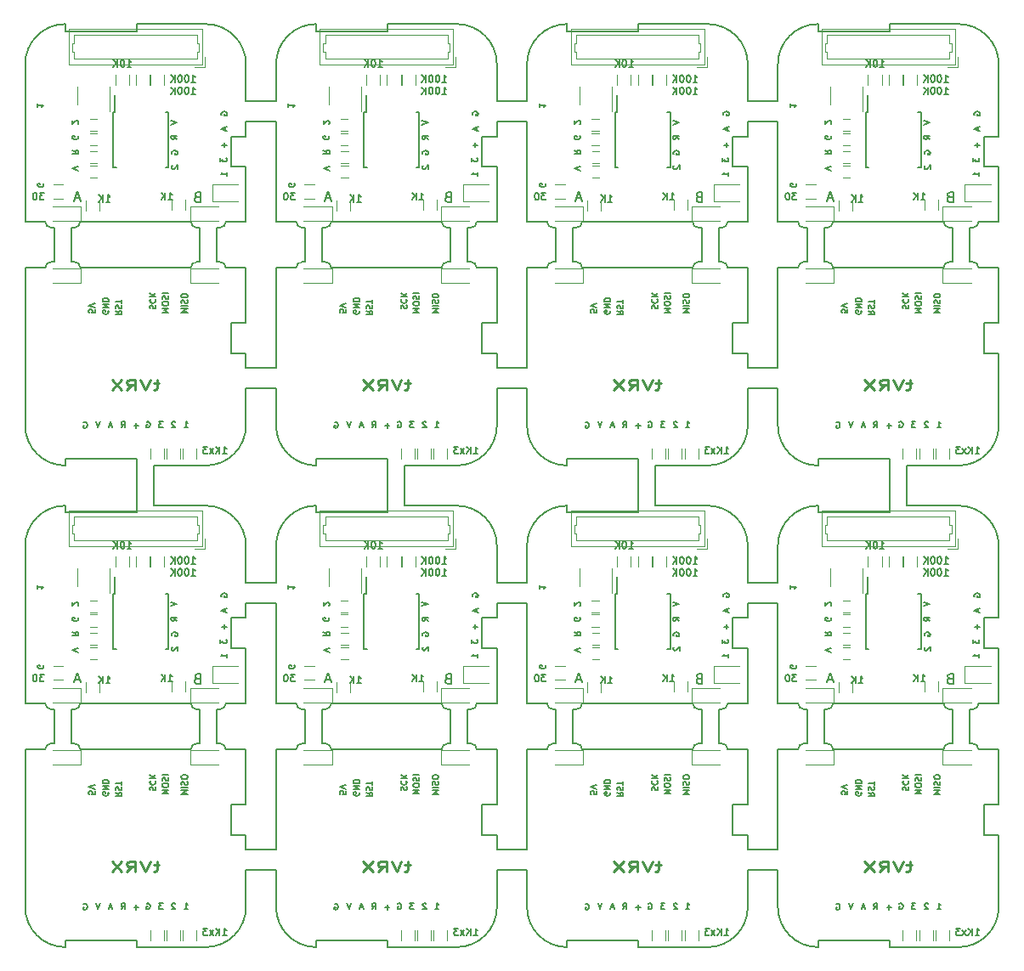
<source format=gbr>
%TF.GenerationSoftware,KiCad,Pcbnew,4.0.7*%
%TF.CreationDate,2018-06-19T18:29:04+03:00*%
%TF.ProjectId,TinyDiversityRX5808_panelized,54696E79446976657273697479525835,rev?*%
%TF.FileFunction,Legend,Bot*%
%FSLAX46Y46*%
G04 Gerber Fmt 4.6, Leading zero omitted, Abs format (unit mm)*
G04 Created by KiCad (PCBNEW 4.0.7) date 06/19/18 18:29:04*
%MOMM*%
%LPD*%
G01*
G04 APERTURE LIST*
%ADD10C,0.100000*%
%ADD11C,0.150000*%
%ADD12C,0.250000*%
%ADD13C,0.175000*%
%ADD14C,0.120000*%
G04 APERTURE END LIST*
D10*
D11*
X214900000Y-63750000D02*
X214900000Y-67750000D01*
X216600000Y-67750000D02*
X221800000Y-67750000D01*
X216600000Y-63750000D02*
X216600000Y-67750000D01*
X221800000Y-63750000D02*
X216600000Y-63750000D01*
X191600000Y-63750000D02*
X191600000Y-67750000D01*
X196800000Y-63750000D02*
X191600000Y-63750000D01*
X189900000Y-63750000D02*
X189900000Y-67750000D01*
X191600000Y-67750000D02*
X196800000Y-67750000D01*
X166600000Y-67750000D02*
X171800000Y-67750000D01*
X171800000Y-63750000D02*
X166600000Y-63750000D01*
X164900000Y-63750000D02*
X164900000Y-67750000D01*
X166600000Y-63750000D02*
X166600000Y-67750000D01*
X141600000Y-67750000D02*
X146800000Y-67750000D01*
X141600000Y-63750000D02*
X146800000Y-63750000D01*
X141600000Y-63750000D02*
X141600000Y-67750000D01*
X139900000Y-63750000D02*
X139900000Y-67750000D01*
X134300000Y-63050000D02*
X137300000Y-63050000D01*
X150800000Y-52550000D02*
X149300000Y-52550000D01*
X149300000Y-52550000D02*
X149300000Y-49550000D01*
X149300000Y-49550000D02*
X150800000Y-49550000D01*
X150800000Y-49550000D02*
X150800000Y-44050000D01*
X137798571Y-48348572D02*
X138084286Y-48548572D01*
X137798571Y-48691429D02*
X138398571Y-48691429D01*
X138398571Y-48462857D01*
X138370000Y-48405715D01*
X138341429Y-48377143D01*
X138284286Y-48348572D01*
X138198571Y-48348572D01*
X138141429Y-48377143D01*
X138112857Y-48405715D01*
X138084286Y-48462857D01*
X138084286Y-48691429D01*
X137827143Y-48120000D02*
X137798571Y-48034286D01*
X137798571Y-47891429D01*
X137827143Y-47834286D01*
X137855714Y-47805715D01*
X137912857Y-47777143D01*
X137970000Y-47777143D01*
X138027143Y-47805715D01*
X138055714Y-47834286D01*
X138084286Y-47891429D01*
X138112857Y-48005715D01*
X138141429Y-48062857D01*
X138170000Y-48091429D01*
X138227143Y-48120000D01*
X138284286Y-48120000D01*
X138341429Y-48091429D01*
X138370000Y-48062857D01*
X138398571Y-48005715D01*
X138398571Y-47862857D01*
X138370000Y-47777143D01*
X138398571Y-47605714D02*
X138398571Y-47262857D01*
X137798571Y-47434286D02*
X138398571Y-47434286D01*
X135738571Y-48194286D02*
X135738571Y-48480000D01*
X135452857Y-48508571D01*
X135481429Y-48480000D01*
X135510000Y-48422857D01*
X135510000Y-48280000D01*
X135481429Y-48222857D01*
X135452857Y-48194286D01*
X135395714Y-48165714D01*
X135252857Y-48165714D01*
X135195714Y-48194286D01*
X135167143Y-48222857D01*
X135138571Y-48280000D01*
X135138571Y-48422857D01*
X135167143Y-48480000D01*
X135195714Y-48508571D01*
X135738571Y-47994285D02*
X135138571Y-47794285D01*
X135738571Y-47594285D01*
X141257143Y-48121428D02*
X141228571Y-48035714D01*
X141228571Y-47892857D01*
X141257143Y-47835714D01*
X141285714Y-47807143D01*
X141342857Y-47778571D01*
X141400000Y-47778571D01*
X141457143Y-47807143D01*
X141485714Y-47835714D01*
X141514286Y-47892857D01*
X141542857Y-48007143D01*
X141571429Y-48064285D01*
X141600000Y-48092857D01*
X141657143Y-48121428D01*
X141714286Y-48121428D01*
X141771429Y-48092857D01*
X141800000Y-48064285D01*
X141828571Y-48007143D01*
X141828571Y-47864285D01*
X141800000Y-47778571D01*
X141285714Y-47178571D02*
X141257143Y-47207142D01*
X141228571Y-47292856D01*
X141228571Y-47349999D01*
X141257143Y-47435714D01*
X141314286Y-47492856D01*
X141371429Y-47521428D01*
X141485714Y-47549999D01*
X141571429Y-47549999D01*
X141685714Y-47521428D01*
X141742857Y-47492856D01*
X141800000Y-47435714D01*
X141828571Y-47349999D01*
X141828571Y-47292856D01*
X141800000Y-47207142D01*
X141771429Y-47178571D01*
X141228571Y-46921428D02*
X141828571Y-46921428D01*
X141228571Y-46578571D02*
X141571429Y-46835714D01*
X141828571Y-46578571D02*
X141485714Y-46921428D01*
X144658571Y-59981429D02*
X145001428Y-59981429D01*
X144830000Y-59981429D02*
X144830000Y-59381429D01*
X144887143Y-59467143D01*
X144944285Y-59524286D01*
X145001428Y-59552857D01*
X143741428Y-59438571D02*
X143712857Y-59410000D01*
X143655714Y-59381429D01*
X143512857Y-59381429D01*
X143455714Y-59410000D01*
X143427143Y-59438571D01*
X143398571Y-59495714D01*
X143398571Y-59552857D01*
X143427143Y-59638571D01*
X143770000Y-59981429D01*
X143398571Y-59981429D01*
X142510000Y-59371429D02*
X142138571Y-59371429D01*
X142338571Y-59600000D01*
X142252857Y-59600000D01*
X142195714Y-59628571D01*
X142167143Y-59657143D01*
X142138571Y-59714286D01*
X142138571Y-59857143D01*
X142167143Y-59914286D01*
X142195714Y-59942857D01*
X142252857Y-59971429D01*
X142424285Y-59971429D01*
X142481428Y-59942857D01*
X142510000Y-59914286D01*
X140912857Y-59400000D02*
X140970000Y-59371429D01*
X141055714Y-59371429D01*
X141141429Y-59400000D01*
X141198571Y-59457143D01*
X141227143Y-59514286D01*
X141255714Y-59628571D01*
X141255714Y-59714286D01*
X141227143Y-59828571D01*
X141198571Y-59885714D01*
X141141429Y-59942857D01*
X141055714Y-59971429D01*
X140998571Y-59971429D01*
X140912857Y-59942857D01*
X140884286Y-59914286D01*
X140884286Y-59714286D01*
X140998571Y-59714286D01*
X140108571Y-59762857D02*
X139651428Y-59762857D01*
X139879999Y-59991429D02*
X139879999Y-59534286D01*
X138364286Y-59981429D02*
X138564286Y-59695714D01*
X138707143Y-59981429D02*
X138707143Y-59381429D01*
X138478571Y-59381429D01*
X138421429Y-59410000D01*
X138392857Y-59438571D01*
X138364286Y-59495714D01*
X138364286Y-59581429D01*
X138392857Y-59638571D01*
X138421429Y-59667143D01*
X138478571Y-59695714D01*
X138707143Y-59695714D01*
X137452857Y-59810000D02*
X137167143Y-59810000D01*
X137510000Y-59981429D02*
X137310000Y-59381429D01*
X137110000Y-59981429D01*
X136260000Y-59381429D02*
X136060000Y-59981429D01*
X135860000Y-59381429D01*
X134632857Y-59430000D02*
X134690000Y-59401429D01*
X134775714Y-59401429D01*
X134861429Y-59430000D01*
X134918571Y-59487143D01*
X134947143Y-59544286D01*
X134975714Y-59658571D01*
X134975714Y-59744286D01*
X134947143Y-59858571D01*
X134918571Y-59915714D01*
X134861429Y-59972857D01*
X134775714Y-60001429D01*
X134718571Y-60001429D01*
X134632857Y-59972857D01*
X134604286Y-59944286D01*
X134604286Y-59744286D01*
X134718571Y-59744286D01*
X139900000Y-63750000D02*
X139900000Y-63050000D01*
X139900000Y-63050000D02*
X137300000Y-63050000D01*
X146800000Y-63750000D02*
G75*
G03X150800000Y-59750000I0J4000000D01*
G01*
X128800000Y-59750000D02*
G75*
G03X132800000Y-63750000I4000000J0D01*
G01*
X128800000Y-59750000D02*
X128800000Y-44050000D01*
X132800000Y-63750000D02*
X132800000Y-63050000D01*
X132800000Y-63050000D02*
X134300000Y-63050000D01*
X148466667Y-62566667D02*
X148866667Y-62566667D01*
X148666667Y-62566667D02*
X148666667Y-61866667D01*
X148733333Y-61966667D01*
X148800000Y-62033333D01*
X148866667Y-62066667D01*
X148166666Y-62566667D02*
X148166666Y-61866667D01*
X147766666Y-62566667D02*
X148066666Y-62166667D01*
X147766666Y-61866667D02*
X148166666Y-62266667D01*
X147533333Y-62566667D02*
X147166666Y-62100000D01*
X147533333Y-62100000D02*
X147166666Y-62566667D01*
X146966666Y-61866667D02*
X146533333Y-61866667D01*
X146766666Y-62133333D01*
X146666666Y-62133333D01*
X146599999Y-62166667D01*
X146566666Y-62200000D01*
X146533333Y-62266667D01*
X146533333Y-62433333D01*
X146566666Y-62500000D01*
X146599999Y-62533333D01*
X146666666Y-62566667D01*
X146866666Y-62566667D01*
X146933333Y-62533333D01*
X146966666Y-62500000D01*
D12*
X142152857Y-55555714D02*
X141581428Y-55555714D01*
X141938571Y-55222381D02*
X141938571Y-56079524D01*
X141867143Y-56174762D01*
X141724285Y-56222381D01*
X141581428Y-56222381D01*
X141295714Y-55222381D02*
X140795714Y-56222381D01*
X140295714Y-55222381D01*
X138938571Y-56222381D02*
X139438571Y-55746190D01*
X139795714Y-56222381D02*
X139795714Y-55222381D01*
X139224286Y-55222381D01*
X139081428Y-55270000D01*
X139010000Y-55317619D01*
X138938571Y-55412857D01*
X138938571Y-55555714D01*
X139010000Y-55650952D01*
X139081428Y-55698571D01*
X139224286Y-55746190D01*
X139795714Y-55746190D01*
X138438571Y-55222381D02*
X137438571Y-56222381D01*
X137438571Y-55222381D02*
X138438571Y-56222381D01*
D11*
X142468571Y-48472857D02*
X143068571Y-48472857D01*
X142640000Y-48272857D01*
X143068571Y-48072857D01*
X142468571Y-48072857D01*
X143068571Y-47672857D02*
X143068571Y-47558571D01*
X143040000Y-47501429D01*
X142982857Y-47444286D01*
X142868571Y-47415714D01*
X142668571Y-47415714D01*
X142554286Y-47444286D01*
X142497143Y-47501429D01*
X142468571Y-47558571D01*
X142468571Y-47672857D01*
X142497143Y-47730000D01*
X142554286Y-47787143D01*
X142668571Y-47815714D01*
X142868571Y-47815714D01*
X142982857Y-47787143D01*
X143040000Y-47730000D01*
X143068571Y-47672857D01*
X142497143Y-47187143D02*
X142468571Y-47101429D01*
X142468571Y-46958572D01*
X142497143Y-46901429D01*
X142525714Y-46872858D01*
X142582857Y-46844286D01*
X142640000Y-46844286D01*
X142697143Y-46872858D01*
X142725714Y-46901429D01*
X142754286Y-46958572D01*
X142782857Y-47072858D01*
X142811429Y-47130000D01*
X142840000Y-47158572D01*
X142897143Y-47187143D01*
X142954286Y-47187143D01*
X143011429Y-47158572D01*
X143040000Y-47130000D01*
X143068571Y-47072858D01*
X143068571Y-46930000D01*
X143040000Y-46844286D01*
X142468571Y-46587143D02*
X143068571Y-46587143D01*
X144368571Y-48522857D02*
X144968571Y-48522857D01*
X144540000Y-48322857D01*
X144968571Y-48122857D01*
X144368571Y-48122857D01*
X144368571Y-47837143D02*
X144968571Y-47837143D01*
X144397143Y-47580000D02*
X144368571Y-47494286D01*
X144368571Y-47351429D01*
X144397143Y-47294286D01*
X144425714Y-47265715D01*
X144482857Y-47237143D01*
X144540000Y-47237143D01*
X144597143Y-47265715D01*
X144625714Y-47294286D01*
X144654286Y-47351429D01*
X144682857Y-47465715D01*
X144711429Y-47522857D01*
X144740000Y-47551429D01*
X144797143Y-47580000D01*
X144854286Y-47580000D01*
X144911429Y-47551429D01*
X144940000Y-47522857D01*
X144968571Y-47465715D01*
X144968571Y-47322857D01*
X144940000Y-47237143D01*
X144968571Y-46865714D02*
X144968571Y-46751428D01*
X144940000Y-46694286D01*
X144882857Y-46637143D01*
X144768571Y-46608571D01*
X144568571Y-46608571D01*
X144454286Y-46637143D01*
X144397143Y-46694286D01*
X144368571Y-46751428D01*
X144368571Y-46865714D01*
X144397143Y-46922857D01*
X144454286Y-46980000D01*
X144568571Y-47008571D01*
X144768571Y-47008571D01*
X144882857Y-46980000D01*
X144940000Y-46922857D01*
X144968571Y-46865714D01*
X131400000Y-43450000D02*
G75*
G03X130800000Y-44050000I0J-600000D01*
G01*
X134300000Y-44050000D02*
G75*
G03X133700000Y-43450000I-600000J0D01*
G01*
X145900000Y-43450000D02*
G75*
G03X145300000Y-44050000I0J-600000D01*
G01*
X148800000Y-44050000D02*
G75*
G03X148200000Y-43450000I-600000J0D01*
G01*
X130800000Y-44050000D02*
X128800000Y-44050000D01*
X148800000Y-44050000D02*
X150800000Y-44050000D01*
X137090000Y-48307142D02*
X137118571Y-48364285D01*
X137118571Y-48449999D01*
X137090000Y-48535714D01*
X137032857Y-48592856D01*
X136975714Y-48621428D01*
X136861429Y-48649999D01*
X136775714Y-48649999D01*
X136661429Y-48621428D01*
X136604286Y-48592856D01*
X136547143Y-48535714D01*
X136518571Y-48449999D01*
X136518571Y-48392856D01*
X136547143Y-48307142D01*
X136575714Y-48278571D01*
X136775714Y-48278571D01*
X136775714Y-48392856D01*
X136518571Y-48021428D02*
X137118571Y-48021428D01*
X136518571Y-47678571D01*
X137118571Y-47678571D01*
X136518571Y-47392857D02*
X137118571Y-47392857D01*
X137118571Y-47250000D01*
X137090000Y-47164285D01*
X137032857Y-47107143D01*
X136975714Y-47078571D01*
X136861429Y-47050000D01*
X136775714Y-47050000D01*
X136661429Y-47078571D01*
X136604286Y-47107143D01*
X136547143Y-47164285D01*
X136518571Y-47250000D01*
X136518571Y-47392857D01*
X162090000Y-48307142D02*
X162118571Y-48364285D01*
X162118571Y-48449999D01*
X162090000Y-48535714D01*
X162032857Y-48592856D01*
X161975714Y-48621428D01*
X161861429Y-48649999D01*
X161775714Y-48649999D01*
X161661429Y-48621428D01*
X161604286Y-48592856D01*
X161547143Y-48535714D01*
X161518571Y-48449999D01*
X161518571Y-48392856D01*
X161547143Y-48307142D01*
X161575714Y-48278571D01*
X161775714Y-48278571D01*
X161775714Y-48392856D01*
X161518571Y-48021428D02*
X162118571Y-48021428D01*
X161518571Y-47678571D01*
X162118571Y-47678571D01*
X161518571Y-47392857D02*
X162118571Y-47392857D01*
X162118571Y-47250000D01*
X162090000Y-47164285D01*
X162032857Y-47107143D01*
X161975714Y-47078571D01*
X161861429Y-47050000D01*
X161775714Y-47050000D01*
X161661429Y-47078571D01*
X161604286Y-47107143D01*
X161547143Y-47164285D01*
X161518571Y-47250000D01*
X161518571Y-47392857D01*
X173800000Y-44050000D02*
X175800000Y-44050000D01*
X155800000Y-44050000D02*
X153800000Y-44050000D01*
X173800000Y-44050000D02*
G75*
G03X173200000Y-43450000I-600000J0D01*
G01*
X170900000Y-43450000D02*
G75*
G03X170300000Y-44050000I0J-600000D01*
G01*
X159300000Y-44050000D02*
G75*
G03X158700000Y-43450000I-600000J0D01*
G01*
X156400000Y-43450000D02*
G75*
G03X155800000Y-44050000I0J-600000D01*
G01*
X169368571Y-48522857D02*
X169968571Y-48522857D01*
X169540000Y-48322857D01*
X169968571Y-48122857D01*
X169368571Y-48122857D01*
X169368571Y-47837143D02*
X169968571Y-47837143D01*
X169397143Y-47580000D02*
X169368571Y-47494286D01*
X169368571Y-47351429D01*
X169397143Y-47294286D01*
X169425714Y-47265715D01*
X169482857Y-47237143D01*
X169540000Y-47237143D01*
X169597143Y-47265715D01*
X169625714Y-47294286D01*
X169654286Y-47351429D01*
X169682857Y-47465715D01*
X169711429Y-47522857D01*
X169740000Y-47551429D01*
X169797143Y-47580000D01*
X169854286Y-47580000D01*
X169911429Y-47551429D01*
X169940000Y-47522857D01*
X169968571Y-47465715D01*
X169968571Y-47322857D01*
X169940000Y-47237143D01*
X169968571Y-46865714D02*
X169968571Y-46751428D01*
X169940000Y-46694286D01*
X169882857Y-46637143D01*
X169768571Y-46608571D01*
X169568571Y-46608571D01*
X169454286Y-46637143D01*
X169397143Y-46694286D01*
X169368571Y-46751428D01*
X169368571Y-46865714D01*
X169397143Y-46922857D01*
X169454286Y-46980000D01*
X169568571Y-47008571D01*
X169768571Y-47008571D01*
X169882857Y-46980000D01*
X169940000Y-46922857D01*
X169968571Y-46865714D01*
X167468571Y-48472857D02*
X168068571Y-48472857D01*
X167640000Y-48272857D01*
X168068571Y-48072857D01*
X167468571Y-48072857D01*
X168068571Y-47672857D02*
X168068571Y-47558571D01*
X168040000Y-47501429D01*
X167982857Y-47444286D01*
X167868571Y-47415714D01*
X167668571Y-47415714D01*
X167554286Y-47444286D01*
X167497143Y-47501429D01*
X167468571Y-47558571D01*
X167468571Y-47672857D01*
X167497143Y-47730000D01*
X167554286Y-47787143D01*
X167668571Y-47815714D01*
X167868571Y-47815714D01*
X167982857Y-47787143D01*
X168040000Y-47730000D01*
X168068571Y-47672857D01*
X167497143Y-47187143D02*
X167468571Y-47101429D01*
X167468571Y-46958572D01*
X167497143Y-46901429D01*
X167525714Y-46872858D01*
X167582857Y-46844286D01*
X167640000Y-46844286D01*
X167697143Y-46872858D01*
X167725714Y-46901429D01*
X167754286Y-46958572D01*
X167782857Y-47072858D01*
X167811429Y-47130000D01*
X167840000Y-47158572D01*
X167897143Y-47187143D01*
X167954286Y-47187143D01*
X168011429Y-47158572D01*
X168040000Y-47130000D01*
X168068571Y-47072858D01*
X168068571Y-46930000D01*
X168040000Y-46844286D01*
X167468571Y-46587143D02*
X168068571Y-46587143D01*
D12*
X167152857Y-55555714D02*
X166581428Y-55555714D01*
X166938571Y-55222381D02*
X166938571Y-56079524D01*
X166867143Y-56174762D01*
X166724285Y-56222381D01*
X166581428Y-56222381D01*
X166295714Y-55222381D02*
X165795714Y-56222381D01*
X165295714Y-55222381D01*
X163938571Y-56222381D02*
X164438571Y-55746190D01*
X164795714Y-56222381D02*
X164795714Y-55222381D01*
X164224286Y-55222381D01*
X164081428Y-55270000D01*
X164010000Y-55317619D01*
X163938571Y-55412857D01*
X163938571Y-55555714D01*
X164010000Y-55650952D01*
X164081428Y-55698571D01*
X164224286Y-55746190D01*
X164795714Y-55746190D01*
X163438571Y-55222381D02*
X162438571Y-56222381D01*
X162438571Y-55222381D02*
X163438571Y-56222381D01*
D11*
X173466667Y-62566667D02*
X173866667Y-62566667D01*
X173666667Y-62566667D02*
X173666667Y-61866667D01*
X173733333Y-61966667D01*
X173800000Y-62033333D01*
X173866667Y-62066667D01*
X173166666Y-62566667D02*
X173166666Y-61866667D01*
X172766666Y-62566667D02*
X173066666Y-62166667D01*
X172766666Y-61866667D02*
X173166666Y-62266667D01*
X172533333Y-62566667D02*
X172166666Y-62100000D01*
X172533333Y-62100000D02*
X172166666Y-62566667D01*
X171966666Y-61866667D02*
X171533333Y-61866667D01*
X171766666Y-62133333D01*
X171666666Y-62133333D01*
X171599999Y-62166667D01*
X171566666Y-62200000D01*
X171533333Y-62266667D01*
X171533333Y-62433333D01*
X171566666Y-62500000D01*
X171599999Y-62533333D01*
X171666666Y-62566667D01*
X171866666Y-62566667D01*
X171933333Y-62533333D01*
X171966666Y-62500000D01*
X157800000Y-63050000D02*
X159300000Y-63050000D01*
X157800000Y-63750000D02*
X157800000Y-63050000D01*
X153800000Y-59750000D02*
G75*
G03X157800000Y-63750000I4000000J0D01*
G01*
X171800000Y-63750000D02*
G75*
G03X175800000Y-59750000I0J4000000D01*
G01*
X164900000Y-63050000D02*
X162300000Y-63050000D01*
X164900000Y-63750000D02*
X164900000Y-63050000D01*
X159632857Y-59430000D02*
X159690000Y-59401429D01*
X159775714Y-59401429D01*
X159861429Y-59430000D01*
X159918571Y-59487143D01*
X159947143Y-59544286D01*
X159975714Y-59658571D01*
X159975714Y-59744286D01*
X159947143Y-59858571D01*
X159918571Y-59915714D01*
X159861429Y-59972857D01*
X159775714Y-60001429D01*
X159718571Y-60001429D01*
X159632857Y-59972857D01*
X159604286Y-59944286D01*
X159604286Y-59744286D01*
X159718571Y-59744286D01*
X161260000Y-59381429D02*
X161060000Y-59981429D01*
X160860000Y-59381429D01*
X162452857Y-59810000D02*
X162167143Y-59810000D01*
X162510000Y-59981429D02*
X162310000Y-59381429D01*
X162110000Y-59981429D01*
X163364286Y-59981429D02*
X163564286Y-59695714D01*
X163707143Y-59981429D02*
X163707143Y-59381429D01*
X163478571Y-59381429D01*
X163421429Y-59410000D01*
X163392857Y-59438571D01*
X163364286Y-59495714D01*
X163364286Y-59581429D01*
X163392857Y-59638571D01*
X163421429Y-59667143D01*
X163478571Y-59695714D01*
X163707143Y-59695714D01*
X165108571Y-59762857D02*
X164651428Y-59762857D01*
X164879999Y-59991429D02*
X164879999Y-59534286D01*
X165912857Y-59400000D02*
X165970000Y-59371429D01*
X166055714Y-59371429D01*
X166141429Y-59400000D01*
X166198571Y-59457143D01*
X166227143Y-59514286D01*
X166255714Y-59628571D01*
X166255714Y-59714286D01*
X166227143Y-59828571D01*
X166198571Y-59885714D01*
X166141429Y-59942857D01*
X166055714Y-59971429D01*
X165998571Y-59971429D01*
X165912857Y-59942857D01*
X165884286Y-59914286D01*
X165884286Y-59714286D01*
X165998571Y-59714286D01*
X167510000Y-59371429D02*
X167138571Y-59371429D01*
X167338571Y-59600000D01*
X167252857Y-59600000D01*
X167195714Y-59628571D01*
X167167143Y-59657143D01*
X167138571Y-59714286D01*
X167138571Y-59857143D01*
X167167143Y-59914286D01*
X167195714Y-59942857D01*
X167252857Y-59971429D01*
X167424285Y-59971429D01*
X167481428Y-59942857D01*
X167510000Y-59914286D01*
X168741428Y-59438571D02*
X168712857Y-59410000D01*
X168655714Y-59381429D01*
X168512857Y-59381429D01*
X168455714Y-59410000D01*
X168427143Y-59438571D01*
X168398571Y-59495714D01*
X168398571Y-59552857D01*
X168427143Y-59638571D01*
X168770000Y-59981429D01*
X168398571Y-59981429D01*
X169658571Y-59981429D02*
X170001428Y-59981429D01*
X169830000Y-59981429D02*
X169830000Y-59381429D01*
X169887143Y-59467143D01*
X169944285Y-59524286D01*
X170001428Y-59552857D01*
X166257143Y-48121428D02*
X166228571Y-48035714D01*
X166228571Y-47892857D01*
X166257143Y-47835714D01*
X166285714Y-47807143D01*
X166342857Y-47778571D01*
X166400000Y-47778571D01*
X166457143Y-47807143D01*
X166485714Y-47835714D01*
X166514286Y-47892857D01*
X166542857Y-48007143D01*
X166571429Y-48064285D01*
X166600000Y-48092857D01*
X166657143Y-48121428D01*
X166714286Y-48121428D01*
X166771429Y-48092857D01*
X166800000Y-48064285D01*
X166828571Y-48007143D01*
X166828571Y-47864285D01*
X166800000Y-47778571D01*
X166285714Y-47178571D02*
X166257143Y-47207142D01*
X166228571Y-47292856D01*
X166228571Y-47349999D01*
X166257143Y-47435714D01*
X166314286Y-47492856D01*
X166371429Y-47521428D01*
X166485714Y-47549999D01*
X166571429Y-47549999D01*
X166685714Y-47521428D01*
X166742857Y-47492856D01*
X166800000Y-47435714D01*
X166828571Y-47349999D01*
X166828571Y-47292856D01*
X166800000Y-47207142D01*
X166771429Y-47178571D01*
X166228571Y-46921428D02*
X166828571Y-46921428D01*
X166228571Y-46578571D02*
X166571429Y-46835714D01*
X166828571Y-46578571D02*
X166485714Y-46921428D01*
X160738571Y-48194286D02*
X160738571Y-48480000D01*
X160452857Y-48508571D01*
X160481429Y-48480000D01*
X160510000Y-48422857D01*
X160510000Y-48280000D01*
X160481429Y-48222857D01*
X160452857Y-48194286D01*
X160395714Y-48165714D01*
X160252857Y-48165714D01*
X160195714Y-48194286D01*
X160167143Y-48222857D01*
X160138571Y-48280000D01*
X160138571Y-48422857D01*
X160167143Y-48480000D01*
X160195714Y-48508571D01*
X160738571Y-47994285D02*
X160138571Y-47794285D01*
X160738571Y-47594285D01*
X162798571Y-48348572D02*
X163084286Y-48548572D01*
X162798571Y-48691429D02*
X163398571Y-48691429D01*
X163398571Y-48462857D01*
X163370000Y-48405715D01*
X163341429Y-48377143D01*
X163284286Y-48348572D01*
X163198571Y-48348572D01*
X163141429Y-48377143D01*
X163112857Y-48405715D01*
X163084286Y-48462857D01*
X163084286Y-48691429D01*
X162827143Y-48120000D02*
X162798571Y-48034286D01*
X162798571Y-47891429D01*
X162827143Y-47834286D01*
X162855714Y-47805715D01*
X162912857Y-47777143D01*
X162970000Y-47777143D01*
X163027143Y-47805715D01*
X163055714Y-47834286D01*
X163084286Y-47891429D01*
X163112857Y-48005715D01*
X163141429Y-48062857D01*
X163170000Y-48091429D01*
X163227143Y-48120000D01*
X163284286Y-48120000D01*
X163341429Y-48091429D01*
X163370000Y-48062857D01*
X163398571Y-48005715D01*
X163398571Y-47862857D01*
X163370000Y-47777143D01*
X163398571Y-47605714D02*
X163398571Y-47262857D01*
X162798571Y-47434286D02*
X163398571Y-47434286D01*
X175800000Y-49550000D02*
X175800000Y-44050000D01*
X174300000Y-49550000D02*
X175800000Y-49550000D01*
X174300000Y-52550000D02*
X174300000Y-49550000D01*
X175800000Y-52550000D02*
X174300000Y-52550000D01*
X159300000Y-63050000D02*
X162300000Y-63050000D01*
X184300000Y-63050000D02*
X187300000Y-63050000D01*
X200800000Y-52550000D02*
X199300000Y-52550000D01*
X199300000Y-52550000D02*
X199300000Y-49550000D01*
X199300000Y-49550000D02*
X200800000Y-49550000D01*
X200800000Y-49550000D02*
X200800000Y-44050000D01*
X187798571Y-48348572D02*
X188084286Y-48548572D01*
X187798571Y-48691429D02*
X188398571Y-48691429D01*
X188398571Y-48462857D01*
X188370000Y-48405715D01*
X188341429Y-48377143D01*
X188284286Y-48348572D01*
X188198571Y-48348572D01*
X188141429Y-48377143D01*
X188112857Y-48405715D01*
X188084286Y-48462857D01*
X188084286Y-48691429D01*
X187827143Y-48120000D02*
X187798571Y-48034286D01*
X187798571Y-47891429D01*
X187827143Y-47834286D01*
X187855714Y-47805715D01*
X187912857Y-47777143D01*
X187970000Y-47777143D01*
X188027143Y-47805715D01*
X188055714Y-47834286D01*
X188084286Y-47891429D01*
X188112857Y-48005715D01*
X188141429Y-48062857D01*
X188170000Y-48091429D01*
X188227143Y-48120000D01*
X188284286Y-48120000D01*
X188341429Y-48091429D01*
X188370000Y-48062857D01*
X188398571Y-48005715D01*
X188398571Y-47862857D01*
X188370000Y-47777143D01*
X188398571Y-47605714D02*
X188398571Y-47262857D01*
X187798571Y-47434286D02*
X188398571Y-47434286D01*
X185738571Y-48194286D02*
X185738571Y-48480000D01*
X185452857Y-48508571D01*
X185481429Y-48480000D01*
X185510000Y-48422857D01*
X185510000Y-48280000D01*
X185481429Y-48222857D01*
X185452857Y-48194286D01*
X185395714Y-48165714D01*
X185252857Y-48165714D01*
X185195714Y-48194286D01*
X185167143Y-48222857D01*
X185138571Y-48280000D01*
X185138571Y-48422857D01*
X185167143Y-48480000D01*
X185195714Y-48508571D01*
X185738571Y-47994285D02*
X185138571Y-47794285D01*
X185738571Y-47594285D01*
X191257143Y-48121428D02*
X191228571Y-48035714D01*
X191228571Y-47892857D01*
X191257143Y-47835714D01*
X191285714Y-47807143D01*
X191342857Y-47778571D01*
X191400000Y-47778571D01*
X191457143Y-47807143D01*
X191485714Y-47835714D01*
X191514286Y-47892857D01*
X191542857Y-48007143D01*
X191571429Y-48064285D01*
X191600000Y-48092857D01*
X191657143Y-48121428D01*
X191714286Y-48121428D01*
X191771429Y-48092857D01*
X191800000Y-48064285D01*
X191828571Y-48007143D01*
X191828571Y-47864285D01*
X191800000Y-47778571D01*
X191285714Y-47178571D02*
X191257143Y-47207142D01*
X191228571Y-47292856D01*
X191228571Y-47349999D01*
X191257143Y-47435714D01*
X191314286Y-47492856D01*
X191371429Y-47521428D01*
X191485714Y-47549999D01*
X191571429Y-47549999D01*
X191685714Y-47521428D01*
X191742857Y-47492856D01*
X191800000Y-47435714D01*
X191828571Y-47349999D01*
X191828571Y-47292856D01*
X191800000Y-47207142D01*
X191771429Y-47178571D01*
X191228571Y-46921428D02*
X191828571Y-46921428D01*
X191228571Y-46578571D02*
X191571429Y-46835714D01*
X191828571Y-46578571D02*
X191485714Y-46921428D01*
X194658571Y-59981429D02*
X195001428Y-59981429D01*
X194830000Y-59981429D02*
X194830000Y-59381429D01*
X194887143Y-59467143D01*
X194944285Y-59524286D01*
X195001428Y-59552857D01*
X193741428Y-59438571D02*
X193712857Y-59410000D01*
X193655714Y-59381429D01*
X193512857Y-59381429D01*
X193455714Y-59410000D01*
X193427143Y-59438571D01*
X193398571Y-59495714D01*
X193398571Y-59552857D01*
X193427143Y-59638571D01*
X193770000Y-59981429D01*
X193398571Y-59981429D01*
X192510000Y-59371429D02*
X192138571Y-59371429D01*
X192338571Y-59600000D01*
X192252857Y-59600000D01*
X192195714Y-59628571D01*
X192167143Y-59657143D01*
X192138571Y-59714286D01*
X192138571Y-59857143D01*
X192167143Y-59914286D01*
X192195714Y-59942857D01*
X192252857Y-59971429D01*
X192424285Y-59971429D01*
X192481428Y-59942857D01*
X192510000Y-59914286D01*
X190912857Y-59400000D02*
X190970000Y-59371429D01*
X191055714Y-59371429D01*
X191141429Y-59400000D01*
X191198571Y-59457143D01*
X191227143Y-59514286D01*
X191255714Y-59628571D01*
X191255714Y-59714286D01*
X191227143Y-59828571D01*
X191198571Y-59885714D01*
X191141429Y-59942857D01*
X191055714Y-59971429D01*
X190998571Y-59971429D01*
X190912857Y-59942857D01*
X190884286Y-59914286D01*
X190884286Y-59714286D01*
X190998571Y-59714286D01*
X190108571Y-59762857D02*
X189651428Y-59762857D01*
X189879999Y-59991429D02*
X189879999Y-59534286D01*
X188364286Y-59981429D02*
X188564286Y-59695714D01*
X188707143Y-59981429D02*
X188707143Y-59381429D01*
X188478571Y-59381429D01*
X188421429Y-59410000D01*
X188392857Y-59438571D01*
X188364286Y-59495714D01*
X188364286Y-59581429D01*
X188392857Y-59638571D01*
X188421429Y-59667143D01*
X188478571Y-59695714D01*
X188707143Y-59695714D01*
X187452857Y-59810000D02*
X187167143Y-59810000D01*
X187510000Y-59981429D02*
X187310000Y-59381429D01*
X187110000Y-59981429D01*
X186260000Y-59381429D02*
X186060000Y-59981429D01*
X185860000Y-59381429D01*
X184632857Y-59430000D02*
X184690000Y-59401429D01*
X184775714Y-59401429D01*
X184861429Y-59430000D01*
X184918571Y-59487143D01*
X184947143Y-59544286D01*
X184975714Y-59658571D01*
X184975714Y-59744286D01*
X184947143Y-59858571D01*
X184918571Y-59915714D01*
X184861429Y-59972857D01*
X184775714Y-60001429D01*
X184718571Y-60001429D01*
X184632857Y-59972857D01*
X184604286Y-59944286D01*
X184604286Y-59744286D01*
X184718571Y-59744286D01*
X189900000Y-63750000D02*
X189900000Y-63050000D01*
X189900000Y-63050000D02*
X187300000Y-63050000D01*
X196800000Y-63750000D02*
G75*
G03X200800000Y-59750000I0J4000000D01*
G01*
X178800000Y-59750000D02*
G75*
G03X182800000Y-63750000I4000000J0D01*
G01*
X182800000Y-63750000D02*
X182800000Y-63050000D01*
X182800000Y-63050000D02*
X184300000Y-63050000D01*
X198466667Y-62566667D02*
X198866667Y-62566667D01*
X198666667Y-62566667D02*
X198666667Y-61866667D01*
X198733333Y-61966667D01*
X198800000Y-62033333D01*
X198866667Y-62066667D01*
X198166666Y-62566667D02*
X198166666Y-61866667D01*
X197766666Y-62566667D02*
X198066666Y-62166667D01*
X197766666Y-61866667D02*
X198166666Y-62266667D01*
X197533333Y-62566667D02*
X197166666Y-62100000D01*
X197533333Y-62100000D02*
X197166666Y-62566667D01*
X196966666Y-61866667D02*
X196533333Y-61866667D01*
X196766666Y-62133333D01*
X196666666Y-62133333D01*
X196599999Y-62166667D01*
X196566666Y-62200000D01*
X196533333Y-62266667D01*
X196533333Y-62433333D01*
X196566666Y-62500000D01*
X196599999Y-62533333D01*
X196666666Y-62566667D01*
X196866666Y-62566667D01*
X196933333Y-62533333D01*
X196966666Y-62500000D01*
D12*
X192152857Y-55555714D02*
X191581428Y-55555714D01*
X191938571Y-55222381D02*
X191938571Y-56079524D01*
X191867143Y-56174762D01*
X191724285Y-56222381D01*
X191581428Y-56222381D01*
X191295714Y-55222381D02*
X190795714Y-56222381D01*
X190295714Y-55222381D01*
X188938571Y-56222381D02*
X189438571Y-55746190D01*
X189795714Y-56222381D02*
X189795714Y-55222381D01*
X189224286Y-55222381D01*
X189081428Y-55270000D01*
X189010000Y-55317619D01*
X188938571Y-55412857D01*
X188938571Y-55555714D01*
X189010000Y-55650952D01*
X189081428Y-55698571D01*
X189224286Y-55746190D01*
X189795714Y-55746190D01*
X188438571Y-55222381D02*
X187438571Y-56222381D01*
X187438571Y-55222381D02*
X188438571Y-56222381D01*
D11*
X192468571Y-48472857D02*
X193068571Y-48472857D01*
X192640000Y-48272857D01*
X193068571Y-48072857D01*
X192468571Y-48072857D01*
X193068571Y-47672857D02*
X193068571Y-47558571D01*
X193040000Y-47501429D01*
X192982857Y-47444286D01*
X192868571Y-47415714D01*
X192668571Y-47415714D01*
X192554286Y-47444286D01*
X192497143Y-47501429D01*
X192468571Y-47558571D01*
X192468571Y-47672857D01*
X192497143Y-47730000D01*
X192554286Y-47787143D01*
X192668571Y-47815714D01*
X192868571Y-47815714D01*
X192982857Y-47787143D01*
X193040000Y-47730000D01*
X193068571Y-47672857D01*
X192497143Y-47187143D02*
X192468571Y-47101429D01*
X192468571Y-46958572D01*
X192497143Y-46901429D01*
X192525714Y-46872858D01*
X192582857Y-46844286D01*
X192640000Y-46844286D01*
X192697143Y-46872858D01*
X192725714Y-46901429D01*
X192754286Y-46958572D01*
X192782857Y-47072858D01*
X192811429Y-47130000D01*
X192840000Y-47158572D01*
X192897143Y-47187143D01*
X192954286Y-47187143D01*
X193011429Y-47158572D01*
X193040000Y-47130000D01*
X193068571Y-47072858D01*
X193068571Y-46930000D01*
X193040000Y-46844286D01*
X192468571Y-46587143D02*
X193068571Y-46587143D01*
X194368571Y-48522857D02*
X194968571Y-48522857D01*
X194540000Y-48322857D01*
X194968571Y-48122857D01*
X194368571Y-48122857D01*
X194368571Y-47837143D02*
X194968571Y-47837143D01*
X194397143Y-47580000D02*
X194368571Y-47494286D01*
X194368571Y-47351429D01*
X194397143Y-47294286D01*
X194425714Y-47265715D01*
X194482857Y-47237143D01*
X194540000Y-47237143D01*
X194597143Y-47265715D01*
X194625714Y-47294286D01*
X194654286Y-47351429D01*
X194682857Y-47465715D01*
X194711429Y-47522857D01*
X194740000Y-47551429D01*
X194797143Y-47580000D01*
X194854286Y-47580000D01*
X194911429Y-47551429D01*
X194940000Y-47522857D01*
X194968571Y-47465715D01*
X194968571Y-47322857D01*
X194940000Y-47237143D01*
X194968571Y-46865714D02*
X194968571Y-46751428D01*
X194940000Y-46694286D01*
X194882857Y-46637143D01*
X194768571Y-46608571D01*
X194568571Y-46608571D01*
X194454286Y-46637143D01*
X194397143Y-46694286D01*
X194368571Y-46751428D01*
X194368571Y-46865714D01*
X194397143Y-46922857D01*
X194454286Y-46980000D01*
X194568571Y-47008571D01*
X194768571Y-47008571D01*
X194882857Y-46980000D01*
X194940000Y-46922857D01*
X194968571Y-46865714D01*
X181400000Y-43450000D02*
G75*
G03X180800000Y-44050000I0J-600000D01*
G01*
X184300000Y-44050000D02*
G75*
G03X183700000Y-43450000I-600000J0D01*
G01*
X195900000Y-43450000D02*
G75*
G03X195300000Y-44050000I0J-600000D01*
G01*
X198800000Y-44050000D02*
G75*
G03X198200000Y-43450000I-600000J0D01*
G01*
X180800000Y-44050000D02*
X178800000Y-44050000D01*
X184300000Y-44050000D02*
X195300000Y-44050000D01*
X198800000Y-44050000D02*
X200800000Y-44050000D01*
X187090000Y-48307142D02*
X187118571Y-48364285D01*
X187118571Y-48449999D01*
X187090000Y-48535714D01*
X187032857Y-48592856D01*
X186975714Y-48621428D01*
X186861429Y-48649999D01*
X186775714Y-48649999D01*
X186661429Y-48621428D01*
X186604286Y-48592856D01*
X186547143Y-48535714D01*
X186518571Y-48449999D01*
X186518571Y-48392856D01*
X186547143Y-48307142D01*
X186575714Y-48278571D01*
X186775714Y-48278571D01*
X186775714Y-48392856D01*
X186518571Y-48021428D02*
X187118571Y-48021428D01*
X186518571Y-47678571D01*
X187118571Y-47678571D01*
X186518571Y-47392857D02*
X187118571Y-47392857D01*
X187118571Y-47250000D01*
X187090000Y-47164285D01*
X187032857Y-47107143D01*
X186975714Y-47078571D01*
X186861429Y-47050000D01*
X186775714Y-47050000D01*
X186661429Y-47078571D01*
X186604286Y-47107143D01*
X186547143Y-47164285D01*
X186518571Y-47250000D01*
X186518571Y-47392857D01*
X212090000Y-48307142D02*
X212118571Y-48364285D01*
X212118571Y-48449999D01*
X212090000Y-48535714D01*
X212032857Y-48592856D01*
X211975714Y-48621428D01*
X211861429Y-48649999D01*
X211775714Y-48649999D01*
X211661429Y-48621428D01*
X211604286Y-48592856D01*
X211547143Y-48535714D01*
X211518571Y-48449999D01*
X211518571Y-48392856D01*
X211547143Y-48307142D01*
X211575714Y-48278571D01*
X211775714Y-48278571D01*
X211775714Y-48392856D01*
X211518571Y-48021428D02*
X212118571Y-48021428D01*
X211518571Y-47678571D01*
X212118571Y-47678571D01*
X211518571Y-47392857D02*
X212118571Y-47392857D01*
X212118571Y-47250000D01*
X212090000Y-47164285D01*
X212032857Y-47107143D01*
X211975714Y-47078571D01*
X211861429Y-47050000D01*
X211775714Y-47050000D01*
X211661429Y-47078571D01*
X211604286Y-47107143D01*
X211547143Y-47164285D01*
X211518571Y-47250000D01*
X211518571Y-47392857D01*
X223800000Y-44050000D02*
X225800000Y-44050000D01*
X209300000Y-44050000D02*
X220300000Y-44050000D01*
X205800000Y-44050000D02*
X203800000Y-44050000D01*
X223800000Y-44050000D02*
G75*
G03X223200000Y-43450000I-600000J0D01*
G01*
X220900000Y-43450000D02*
G75*
G03X220300000Y-44050000I0J-600000D01*
G01*
X209300000Y-44050000D02*
G75*
G03X208700000Y-43450000I-600000J0D01*
G01*
X206400000Y-43450000D02*
G75*
G03X205800000Y-44050000I0J-600000D01*
G01*
X219368571Y-48522857D02*
X219968571Y-48522857D01*
X219540000Y-48322857D01*
X219968571Y-48122857D01*
X219368571Y-48122857D01*
X219368571Y-47837143D02*
X219968571Y-47837143D01*
X219397143Y-47580000D02*
X219368571Y-47494286D01*
X219368571Y-47351429D01*
X219397143Y-47294286D01*
X219425714Y-47265715D01*
X219482857Y-47237143D01*
X219540000Y-47237143D01*
X219597143Y-47265715D01*
X219625714Y-47294286D01*
X219654286Y-47351429D01*
X219682857Y-47465715D01*
X219711429Y-47522857D01*
X219740000Y-47551429D01*
X219797143Y-47580000D01*
X219854286Y-47580000D01*
X219911429Y-47551429D01*
X219940000Y-47522857D01*
X219968571Y-47465715D01*
X219968571Y-47322857D01*
X219940000Y-47237143D01*
X219968571Y-46865714D02*
X219968571Y-46751428D01*
X219940000Y-46694286D01*
X219882857Y-46637143D01*
X219768571Y-46608571D01*
X219568571Y-46608571D01*
X219454286Y-46637143D01*
X219397143Y-46694286D01*
X219368571Y-46751428D01*
X219368571Y-46865714D01*
X219397143Y-46922857D01*
X219454286Y-46980000D01*
X219568571Y-47008571D01*
X219768571Y-47008571D01*
X219882857Y-46980000D01*
X219940000Y-46922857D01*
X219968571Y-46865714D01*
X217468571Y-48472857D02*
X218068571Y-48472857D01*
X217640000Y-48272857D01*
X218068571Y-48072857D01*
X217468571Y-48072857D01*
X218068571Y-47672857D02*
X218068571Y-47558571D01*
X218040000Y-47501429D01*
X217982857Y-47444286D01*
X217868571Y-47415714D01*
X217668571Y-47415714D01*
X217554286Y-47444286D01*
X217497143Y-47501429D01*
X217468571Y-47558571D01*
X217468571Y-47672857D01*
X217497143Y-47730000D01*
X217554286Y-47787143D01*
X217668571Y-47815714D01*
X217868571Y-47815714D01*
X217982857Y-47787143D01*
X218040000Y-47730000D01*
X218068571Y-47672857D01*
X217497143Y-47187143D02*
X217468571Y-47101429D01*
X217468571Y-46958572D01*
X217497143Y-46901429D01*
X217525714Y-46872858D01*
X217582857Y-46844286D01*
X217640000Y-46844286D01*
X217697143Y-46872858D01*
X217725714Y-46901429D01*
X217754286Y-46958572D01*
X217782857Y-47072858D01*
X217811429Y-47130000D01*
X217840000Y-47158572D01*
X217897143Y-47187143D01*
X217954286Y-47187143D01*
X218011429Y-47158572D01*
X218040000Y-47130000D01*
X218068571Y-47072858D01*
X218068571Y-46930000D01*
X218040000Y-46844286D01*
X217468571Y-46587143D02*
X218068571Y-46587143D01*
D12*
X217152857Y-55555714D02*
X216581428Y-55555714D01*
X216938571Y-55222381D02*
X216938571Y-56079524D01*
X216867143Y-56174762D01*
X216724285Y-56222381D01*
X216581428Y-56222381D01*
X216295714Y-55222381D02*
X215795714Y-56222381D01*
X215295714Y-55222381D01*
X213938571Y-56222381D02*
X214438571Y-55746190D01*
X214795714Y-56222381D02*
X214795714Y-55222381D01*
X214224286Y-55222381D01*
X214081428Y-55270000D01*
X214010000Y-55317619D01*
X213938571Y-55412857D01*
X213938571Y-55555714D01*
X214010000Y-55650952D01*
X214081428Y-55698571D01*
X214224286Y-55746190D01*
X214795714Y-55746190D01*
X213438571Y-55222381D02*
X212438571Y-56222381D01*
X212438571Y-55222381D02*
X213438571Y-56222381D01*
D11*
X223466667Y-62566667D02*
X223866667Y-62566667D01*
X223666667Y-62566667D02*
X223666667Y-61866667D01*
X223733333Y-61966667D01*
X223800000Y-62033333D01*
X223866667Y-62066667D01*
X223166666Y-62566667D02*
X223166666Y-61866667D01*
X222766666Y-62566667D02*
X223066666Y-62166667D01*
X222766666Y-61866667D02*
X223166666Y-62266667D01*
X222533333Y-62566667D02*
X222166666Y-62100000D01*
X222533333Y-62100000D02*
X222166666Y-62566667D01*
X221966666Y-61866667D02*
X221533333Y-61866667D01*
X221766666Y-62133333D01*
X221666666Y-62133333D01*
X221599999Y-62166667D01*
X221566666Y-62200000D01*
X221533333Y-62266667D01*
X221533333Y-62433333D01*
X221566666Y-62500000D01*
X221599999Y-62533333D01*
X221666666Y-62566667D01*
X221866666Y-62566667D01*
X221933333Y-62533333D01*
X221966666Y-62500000D01*
X207800000Y-63050000D02*
X209300000Y-63050000D01*
X207800000Y-63750000D02*
X207800000Y-63050000D01*
X203800000Y-59750000D02*
G75*
G03X207800000Y-63750000I4000000J0D01*
G01*
X225800000Y-59750000D02*
X225800000Y-52550000D01*
X221800000Y-63750000D02*
G75*
G03X225800000Y-59750000I0J4000000D01*
G01*
X214900000Y-63050000D02*
X212300000Y-63050000D01*
X214900000Y-63750000D02*
X214900000Y-63050000D01*
X209632857Y-59430000D02*
X209690000Y-59401429D01*
X209775714Y-59401429D01*
X209861429Y-59430000D01*
X209918571Y-59487143D01*
X209947143Y-59544286D01*
X209975714Y-59658571D01*
X209975714Y-59744286D01*
X209947143Y-59858571D01*
X209918571Y-59915714D01*
X209861429Y-59972857D01*
X209775714Y-60001429D01*
X209718571Y-60001429D01*
X209632857Y-59972857D01*
X209604286Y-59944286D01*
X209604286Y-59744286D01*
X209718571Y-59744286D01*
X211260000Y-59381429D02*
X211060000Y-59981429D01*
X210860000Y-59381429D01*
X212452857Y-59810000D02*
X212167143Y-59810000D01*
X212510000Y-59981429D02*
X212310000Y-59381429D01*
X212110000Y-59981429D01*
X213364286Y-59981429D02*
X213564286Y-59695714D01*
X213707143Y-59981429D02*
X213707143Y-59381429D01*
X213478571Y-59381429D01*
X213421429Y-59410000D01*
X213392857Y-59438571D01*
X213364286Y-59495714D01*
X213364286Y-59581429D01*
X213392857Y-59638571D01*
X213421429Y-59667143D01*
X213478571Y-59695714D01*
X213707143Y-59695714D01*
X215108571Y-59762857D02*
X214651428Y-59762857D01*
X214879999Y-59991429D02*
X214879999Y-59534286D01*
X215912857Y-59400000D02*
X215970000Y-59371429D01*
X216055714Y-59371429D01*
X216141429Y-59400000D01*
X216198571Y-59457143D01*
X216227143Y-59514286D01*
X216255714Y-59628571D01*
X216255714Y-59714286D01*
X216227143Y-59828571D01*
X216198571Y-59885714D01*
X216141429Y-59942857D01*
X216055714Y-59971429D01*
X215998571Y-59971429D01*
X215912857Y-59942857D01*
X215884286Y-59914286D01*
X215884286Y-59714286D01*
X215998571Y-59714286D01*
X217510000Y-59371429D02*
X217138571Y-59371429D01*
X217338571Y-59600000D01*
X217252857Y-59600000D01*
X217195714Y-59628571D01*
X217167143Y-59657143D01*
X217138571Y-59714286D01*
X217138571Y-59857143D01*
X217167143Y-59914286D01*
X217195714Y-59942857D01*
X217252857Y-59971429D01*
X217424285Y-59971429D01*
X217481428Y-59942857D01*
X217510000Y-59914286D01*
X218741428Y-59438571D02*
X218712857Y-59410000D01*
X218655714Y-59381429D01*
X218512857Y-59381429D01*
X218455714Y-59410000D01*
X218427143Y-59438571D01*
X218398571Y-59495714D01*
X218398571Y-59552857D01*
X218427143Y-59638571D01*
X218770000Y-59981429D01*
X218398571Y-59981429D01*
X219658571Y-59981429D02*
X220001428Y-59981429D01*
X219830000Y-59981429D02*
X219830000Y-59381429D01*
X219887143Y-59467143D01*
X219944285Y-59524286D01*
X220001428Y-59552857D01*
X216257143Y-48121428D02*
X216228571Y-48035714D01*
X216228571Y-47892857D01*
X216257143Y-47835714D01*
X216285714Y-47807143D01*
X216342857Y-47778571D01*
X216400000Y-47778571D01*
X216457143Y-47807143D01*
X216485714Y-47835714D01*
X216514286Y-47892857D01*
X216542857Y-48007143D01*
X216571429Y-48064285D01*
X216600000Y-48092857D01*
X216657143Y-48121428D01*
X216714286Y-48121428D01*
X216771429Y-48092857D01*
X216800000Y-48064285D01*
X216828571Y-48007143D01*
X216828571Y-47864285D01*
X216800000Y-47778571D01*
X216285714Y-47178571D02*
X216257143Y-47207142D01*
X216228571Y-47292856D01*
X216228571Y-47349999D01*
X216257143Y-47435714D01*
X216314286Y-47492856D01*
X216371429Y-47521428D01*
X216485714Y-47549999D01*
X216571429Y-47549999D01*
X216685714Y-47521428D01*
X216742857Y-47492856D01*
X216800000Y-47435714D01*
X216828571Y-47349999D01*
X216828571Y-47292856D01*
X216800000Y-47207142D01*
X216771429Y-47178571D01*
X216228571Y-46921428D02*
X216828571Y-46921428D01*
X216228571Y-46578571D02*
X216571429Y-46835714D01*
X216828571Y-46578571D02*
X216485714Y-46921428D01*
X210738571Y-48194286D02*
X210738571Y-48480000D01*
X210452857Y-48508571D01*
X210481429Y-48480000D01*
X210510000Y-48422857D01*
X210510000Y-48280000D01*
X210481429Y-48222857D01*
X210452857Y-48194286D01*
X210395714Y-48165714D01*
X210252857Y-48165714D01*
X210195714Y-48194286D01*
X210167143Y-48222857D01*
X210138571Y-48280000D01*
X210138571Y-48422857D01*
X210167143Y-48480000D01*
X210195714Y-48508571D01*
X210738571Y-47994285D02*
X210138571Y-47794285D01*
X210738571Y-47594285D01*
X212798571Y-48348572D02*
X213084286Y-48548572D01*
X212798571Y-48691429D02*
X213398571Y-48691429D01*
X213398571Y-48462857D01*
X213370000Y-48405715D01*
X213341429Y-48377143D01*
X213284286Y-48348572D01*
X213198571Y-48348572D01*
X213141429Y-48377143D01*
X213112857Y-48405715D01*
X213084286Y-48462857D01*
X213084286Y-48691429D01*
X212827143Y-48120000D02*
X212798571Y-48034286D01*
X212798571Y-47891429D01*
X212827143Y-47834286D01*
X212855714Y-47805715D01*
X212912857Y-47777143D01*
X212970000Y-47777143D01*
X213027143Y-47805715D01*
X213055714Y-47834286D01*
X213084286Y-47891429D01*
X213112857Y-48005715D01*
X213141429Y-48062857D01*
X213170000Y-48091429D01*
X213227143Y-48120000D01*
X213284286Y-48120000D01*
X213341429Y-48091429D01*
X213370000Y-48062857D01*
X213398571Y-48005715D01*
X213398571Y-47862857D01*
X213370000Y-47777143D01*
X213398571Y-47605714D02*
X213398571Y-47262857D01*
X212798571Y-47434286D02*
X213398571Y-47434286D01*
X225800000Y-49550000D02*
X225800000Y-44050000D01*
X224300000Y-49550000D02*
X225800000Y-49550000D01*
X224300000Y-52550000D02*
X224300000Y-49550000D01*
X225800000Y-52550000D02*
X224300000Y-52550000D01*
X209300000Y-63050000D02*
X212300000Y-63050000D01*
X150800000Y-54050000D02*
X153800000Y-54050000D01*
X150800000Y-56050000D02*
X153800000Y-56050000D01*
X150800000Y-52550000D02*
X150800000Y-54050000D01*
X150800000Y-56050000D02*
X150800000Y-59750000D01*
X153800000Y-54050000D02*
X153800000Y-44050000D01*
X153800000Y-59750000D02*
X153800000Y-56050000D01*
X175800000Y-54050000D02*
X178800000Y-54050000D01*
X175800000Y-56050000D02*
X178800000Y-56050000D01*
X175800000Y-52550000D02*
X175800000Y-54050000D01*
X175800000Y-56050000D02*
X175800000Y-59750000D01*
X178800000Y-59750000D02*
X178800000Y-56050000D01*
X178800000Y-54050000D02*
X178800000Y-44050000D01*
X200800000Y-54050000D02*
X203800000Y-54050000D01*
X200800000Y-56050000D02*
X203800000Y-56050000D01*
X203800000Y-44050000D02*
X203800000Y-54050000D01*
X200800000Y-52550000D02*
X200800000Y-54050000D01*
X200800000Y-56050000D02*
X200800000Y-59750000D01*
X203800000Y-56050000D02*
X203800000Y-59750000D01*
X203800000Y-27450000D02*
X203800000Y-23750000D01*
X200800000Y-27450000D02*
X200800000Y-23750000D01*
X200800000Y-30950000D02*
X200800000Y-29450000D01*
X203800000Y-39450000D02*
X203800000Y-29450000D01*
X200800000Y-27450000D02*
X203800000Y-27450000D01*
X200800000Y-29450000D02*
X203800000Y-29450000D01*
X178800000Y-29450000D02*
X178800000Y-39450000D01*
X178800000Y-23750000D02*
X178800000Y-27450000D01*
X175800000Y-27450000D02*
X175800000Y-23750000D01*
X175800000Y-30950000D02*
X175800000Y-29450000D01*
X175800000Y-27450000D02*
X178800000Y-27450000D01*
X175800000Y-29450000D02*
X178800000Y-29450000D01*
X153800000Y-23750000D02*
X153800000Y-27450000D01*
X153800000Y-29450000D02*
X153800000Y-39450000D01*
X150800000Y-27450000D02*
X150800000Y-23750000D01*
X150800000Y-30950000D02*
X150800000Y-29450000D01*
X150800000Y-27450000D02*
X153800000Y-27450000D01*
X150800000Y-29450000D02*
X153800000Y-29450000D01*
X209300000Y-20450000D02*
X212300000Y-20450000D01*
X225800000Y-30950000D02*
X224300000Y-30950000D01*
X224300000Y-30950000D02*
X224300000Y-33950000D01*
X224300000Y-33950000D02*
X225800000Y-33950000D01*
X225800000Y-33950000D02*
X225800000Y-39450000D01*
D13*
X209218095Y-37096667D02*
X208741904Y-37096667D01*
X209313333Y-37382381D02*
X208980000Y-36382381D01*
X208646666Y-37382381D01*
X220928571Y-36978571D02*
X220785714Y-37026190D01*
X220738095Y-37073810D01*
X220690476Y-37169048D01*
X220690476Y-37311905D01*
X220738095Y-37407143D01*
X220785714Y-37454762D01*
X220880952Y-37502381D01*
X221261905Y-37502381D01*
X221261905Y-36502381D01*
X220928571Y-36502381D01*
X220833333Y-36550000D01*
X220785714Y-36597619D01*
X220738095Y-36692857D01*
X220738095Y-36788095D01*
X220785714Y-36883333D01*
X220833333Y-36930952D01*
X220928571Y-36978571D01*
X221261905Y-36978571D01*
D11*
X223871429Y-34911429D02*
X223871429Y-34568572D01*
X223871429Y-34740000D02*
X223271429Y-34740000D01*
X223357143Y-34682857D01*
X223414286Y-34625715D01*
X223442857Y-34568572D01*
X223261429Y-33090000D02*
X223261429Y-33461429D01*
X223490000Y-33261429D01*
X223490000Y-33347143D01*
X223518571Y-33404286D01*
X223547143Y-33432857D01*
X223604286Y-33461429D01*
X223747143Y-33461429D01*
X223804286Y-33432857D01*
X223832857Y-33404286D01*
X223861429Y-33347143D01*
X223861429Y-33175715D01*
X223832857Y-33118572D01*
X223804286Y-33090000D01*
X223662857Y-31571429D02*
X223662857Y-32028572D01*
X223891429Y-31800001D02*
X223434286Y-31800001D01*
X223370000Y-28827143D02*
X223341429Y-28770000D01*
X223341429Y-28684286D01*
X223370000Y-28598571D01*
X223427143Y-28541429D01*
X223484286Y-28512857D01*
X223598571Y-28484286D01*
X223684286Y-28484286D01*
X223798571Y-28512857D01*
X223855714Y-28541429D01*
X223912857Y-28598571D01*
X223941429Y-28684286D01*
X223941429Y-28741429D01*
X223912857Y-28827143D01*
X223884286Y-28855714D01*
X223684286Y-28855714D01*
X223684286Y-28741429D01*
X218331429Y-29360000D02*
X218931429Y-29560000D01*
X218331429Y-29760000D01*
X218941429Y-31215714D02*
X218655714Y-31015714D01*
X218941429Y-30872857D02*
X218341429Y-30872857D01*
X218341429Y-31101429D01*
X218370000Y-31158571D01*
X218398571Y-31187143D01*
X218455714Y-31215714D01*
X218541429Y-31215714D01*
X218598571Y-31187143D01*
X218627143Y-31158571D01*
X218655714Y-31101429D01*
X218655714Y-30872857D01*
X218410000Y-32707143D02*
X218381429Y-32650000D01*
X218381429Y-32564286D01*
X218410000Y-32478571D01*
X218467143Y-32421429D01*
X218524286Y-32392857D01*
X218638571Y-32364286D01*
X218724286Y-32364286D01*
X218838571Y-32392857D01*
X218895714Y-32421429D01*
X218952857Y-32478571D01*
X218981429Y-32564286D01*
X218981429Y-32621429D01*
X218952857Y-32707143D01*
X218924286Y-32735714D01*
X218724286Y-32735714D01*
X218724286Y-32621429D01*
X218448571Y-33848572D02*
X218420000Y-33877143D01*
X218391429Y-33934286D01*
X218391429Y-34077143D01*
X218420000Y-34134286D01*
X218448571Y-34162857D01*
X218505714Y-34191429D01*
X218562857Y-34191429D01*
X218648571Y-34162857D01*
X218991429Y-33820000D01*
X218991429Y-34191429D01*
X205620000Y-35642857D02*
X205648571Y-35700000D01*
X205648571Y-35785714D01*
X205620000Y-35871429D01*
X205562857Y-35928571D01*
X205505714Y-35957143D01*
X205391429Y-35985714D01*
X205305714Y-35985714D01*
X205191429Y-35957143D01*
X205134286Y-35928571D01*
X205077143Y-35871429D01*
X205048571Y-35785714D01*
X205048571Y-35728571D01*
X205077143Y-35642857D01*
X205105714Y-35614286D01*
X205305714Y-35614286D01*
X205305714Y-35728571D01*
X209118571Y-34360000D02*
X208518571Y-34160000D01*
X209118571Y-33960000D01*
X208508571Y-32314286D02*
X208794286Y-32514286D01*
X208508571Y-32657143D02*
X209108571Y-32657143D01*
X209108571Y-32428571D01*
X209080000Y-32371429D01*
X209051429Y-32342857D01*
X208994286Y-32314286D01*
X208908571Y-32314286D01*
X208851429Y-32342857D01*
X208822857Y-32371429D01*
X208794286Y-32428571D01*
X208794286Y-32657143D01*
X209070000Y-30902857D02*
X209098571Y-30960000D01*
X209098571Y-31045714D01*
X209070000Y-31131429D01*
X209012857Y-31188571D01*
X208955714Y-31217143D01*
X208841429Y-31245714D01*
X208755714Y-31245714D01*
X208641429Y-31217143D01*
X208584286Y-31188571D01*
X208527143Y-31131429D01*
X208498571Y-31045714D01*
X208498571Y-30988571D01*
X208527143Y-30902857D01*
X208555714Y-30874286D01*
X208755714Y-30874286D01*
X208755714Y-30988571D01*
X205038571Y-27678571D02*
X205038571Y-28021428D01*
X205038571Y-27850000D02*
X205638571Y-27850000D01*
X205552857Y-27907143D01*
X205495714Y-27964285D01*
X205467143Y-28021428D01*
X209061429Y-29721428D02*
X209090000Y-29692857D01*
X209118571Y-29635714D01*
X209118571Y-29492857D01*
X209090000Y-29435714D01*
X209061429Y-29407143D01*
X209004286Y-29378571D01*
X208947143Y-29378571D01*
X208861429Y-29407143D01*
X208518571Y-29750000D01*
X208518571Y-29378571D01*
X223770000Y-30067143D02*
X223770000Y-30352857D01*
X223941429Y-30010000D02*
X223341429Y-30210000D01*
X223941429Y-30410000D01*
X214900000Y-19750000D02*
X214900000Y-20450000D01*
X214900000Y-20450000D02*
X212300000Y-20450000D01*
X221800000Y-19750000D02*
G75*
G02X225800000Y-23750000I0J-4000000D01*
G01*
X225800000Y-23750000D02*
X225800000Y-30950000D01*
X221800000Y-19750000D02*
X214900000Y-19750000D01*
X203800000Y-23750000D02*
G75*
G02X207800000Y-19750000I4000000J0D01*
G01*
X207800000Y-19750000D02*
X207800000Y-20450000D01*
X207800000Y-20450000D02*
X209300000Y-20450000D01*
X205666667Y-36566667D02*
X205233334Y-36566667D01*
X205466667Y-36833333D01*
X205366667Y-36833333D01*
X205300000Y-36866667D01*
X205266667Y-36900000D01*
X205233334Y-36966667D01*
X205233334Y-37133333D01*
X205266667Y-37200000D01*
X205300000Y-37233333D01*
X205366667Y-37266667D01*
X205566667Y-37266667D01*
X205633334Y-37233333D01*
X205666667Y-37200000D01*
X204800000Y-36566667D02*
X204733333Y-36566667D01*
X204666667Y-36600000D01*
X204633333Y-36633333D01*
X204600000Y-36700000D01*
X204566667Y-36833333D01*
X204566667Y-37000000D01*
X204600000Y-37133333D01*
X204633333Y-37200000D01*
X204666667Y-37233333D01*
X204733333Y-37266667D01*
X204800000Y-37266667D01*
X204866667Y-37233333D01*
X204900000Y-37200000D01*
X204933333Y-37133333D01*
X204966667Y-37000000D01*
X204966667Y-36833333D01*
X204933333Y-36700000D01*
X204900000Y-36633333D01*
X204866667Y-36600000D01*
X204800000Y-36566667D01*
X213963334Y-24016667D02*
X214363334Y-24016667D01*
X214163334Y-24016667D02*
X214163334Y-23316667D01*
X214230000Y-23416667D01*
X214296667Y-23483333D01*
X214363334Y-23516667D01*
X213530000Y-23316667D02*
X213463333Y-23316667D01*
X213396667Y-23350000D01*
X213363333Y-23383333D01*
X213330000Y-23450000D01*
X213296667Y-23583333D01*
X213296667Y-23750000D01*
X213330000Y-23883333D01*
X213363333Y-23950000D01*
X213396667Y-23983333D01*
X213463333Y-24016667D01*
X213530000Y-24016667D01*
X213596667Y-23983333D01*
X213630000Y-23950000D01*
X213663333Y-23883333D01*
X213696667Y-23750000D01*
X213696667Y-23583333D01*
X213663333Y-23450000D01*
X213630000Y-23383333D01*
X213596667Y-23350000D01*
X213530000Y-23316667D01*
X212996666Y-24016667D02*
X212996666Y-23316667D01*
X212596666Y-24016667D02*
X212896666Y-23616667D01*
X212596666Y-23316667D02*
X212996666Y-23716667D01*
X220356667Y-25536667D02*
X220756667Y-25536667D01*
X220556667Y-25536667D02*
X220556667Y-24836667D01*
X220623333Y-24936667D01*
X220690000Y-25003333D01*
X220756667Y-25036667D01*
X219923333Y-24836667D02*
X219856666Y-24836667D01*
X219790000Y-24870000D01*
X219756666Y-24903333D01*
X219723333Y-24970000D01*
X219690000Y-25103333D01*
X219690000Y-25270000D01*
X219723333Y-25403333D01*
X219756666Y-25470000D01*
X219790000Y-25503333D01*
X219856666Y-25536667D01*
X219923333Y-25536667D01*
X219990000Y-25503333D01*
X220023333Y-25470000D01*
X220056666Y-25403333D01*
X220090000Y-25270000D01*
X220090000Y-25103333D01*
X220056666Y-24970000D01*
X220023333Y-24903333D01*
X219990000Y-24870000D01*
X219923333Y-24836667D01*
X219256666Y-24836667D02*
X219189999Y-24836667D01*
X219123333Y-24870000D01*
X219089999Y-24903333D01*
X219056666Y-24970000D01*
X219023333Y-25103333D01*
X219023333Y-25270000D01*
X219056666Y-25403333D01*
X219089999Y-25470000D01*
X219123333Y-25503333D01*
X219189999Y-25536667D01*
X219256666Y-25536667D01*
X219323333Y-25503333D01*
X219356666Y-25470000D01*
X219389999Y-25403333D01*
X219423333Y-25270000D01*
X219423333Y-25103333D01*
X219389999Y-24970000D01*
X219356666Y-24903333D01*
X219323333Y-24870000D01*
X219256666Y-24836667D01*
X218723332Y-25536667D02*
X218723332Y-24836667D01*
X218323332Y-25536667D02*
X218623332Y-25136667D01*
X218323332Y-24836667D02*
X218723332Y-25236667D01*
X220356667Y-26736667D02*
X220756667Y-26736667D01*
X220556667Y-26736667D02*
X220556667Y-26036667D01*
X220623333Y-26136667D01*
X220690000Y-26203333D01*
X220756667Y-26236667D01*
X219923333Y-26036667D02*
X219856666Y-26036667D01*
X219790000Y-26070000D01*
X219756666Y-26103333D01*
X219723333Y-26170000D01*
X219690000Y-26303333D01*
X219690000Y-26470000D01*
X219723333Y-26603333D01*
X219756666Y-26670000D01*
X219790000Y-26703333D01*
X219856666Y-26736667D01*
X219923333Y-26736667D01*
X219990000Y-26703333D01*
X220023333Y-26670000D01*
X220056666Y-26603333D01*
X220090000Y-26470000D01*
X220090000Y-26303333D01*
X220056666Y-26170000D01*
X220023333Y-26103333D01*
X219990000Y-26070000D01*
X219923333Y-26036667D01*
X219256666Y-26036667D02*
X219189999Y-26036667D01*
X219123333Y-26070000D01*
X219089999Y-26103333D01*
X219056666Y-26170000D01*
X219023333Y-26303333D01*
X219023333Y-26470000D01*
X219056666Y-26603333D01*
X219089999Y-26670000D01*
X219123333Y-26703333D01*
X219189999Y-26736667D01*
X219256666Y-26736667D01*
X219323333Y-26703333D01*
X219356666Y-26670000D01*
X219389999Y-26603333D01*
X219423333Y-26470000D01*
X219423333Y-26303333D01*
X219389999Y-26170000D01*
X219356666Y-26103333D01*
X219323333Y-26070000D01*
X219256666Y-26036667D01*
X218723332Y-26736667D02*
X218723332Y-26036667D01*
X218323332Y-26736667D02*
X218623332Y-26336667D01*
X218323332Y-26036667D02*
X218723332Y-26436667D01*
X218050000Y-37266667D02*
X218450000Y-37266667D01*
X218250000Y-37266667D02*
X218250000Y-36566667D01*
X218316666Y-36666667D01*
X218383333Y-36733333D01*
X218450000Y-36766667D01*
X217749999Y-37266667D02*
X217749999Y-36566667D01*
X217349999Y-37266667D02*
X217649999Y-36866667D01*
X217349999Y-36566667D02*
X217749999Y-36966667D01*
X211850000Y-37466667D02*
X212250000Y-37466667D01*
X212050000Y-37466667D02*
X212050000Y-36766667D01*
X212116666Y-36866667D01*
X212183333Y-36933333D01*
X212250000Y-36966667D01*
X211549999Y-37466667D02*
X211549999Y-36766667D01*
X211149999Y-37466667D02*
X211449999Y-37066667D01*
X211149999Y-36766667D02*
X211549999Y-37166667D01*
X206400000Y-40050000D02*
G75*
G02X205800000Y-39450000I0J600000D01*
G01*
X209300000Y-39450000D02*
G75*
G02X208700000Y-40050000I-600000J0D01*
G01*
X220900000Y-40050000D02*
G75*
G02X220300000Y-39450000I0J600000D01*
G01*
X223800000Y-39450000D02*
G75*
G02X223200000Y-40050000I-600000J0D01*
G01*
X205800000Y-39450000D02*
X203800000Y-39450000D01*
X209300000Y-39450000D02*
X220300000Y-39450000D01*
X223800000Y-39450000D02*
X225800000Y-39450000D01*
X198800000Y-39450000D02*
X200800000Y-39450000D01*
X184300000Y-39450000D02*
X195300000Y-39450000D01*
X180800000Y-39450000D02*
X178800000Y-39450000D01*
X198800000Y-39450000D02*
G75*
G02X198200000Y-40050000I-600000J0D01*
G01*
X195900000Y-40050000D02*
G75*
G02X195300000Y-39450000I0J600000D01*
G01*
X184300000Y-39450000D02*
G75*
G02X183700000Y-40050000I-600000J0D01*
G01*
X181400000Y-40050000D02*
G75*
G02X180800000Y-39450000I0J600000D01*
G01*
X186850000Y-37466667D02*
X187250000Y-37466667D01*
X187050000Y-37466667D02*
X187050000Y-36766667D01*
X187116666Y-36866667D01*
X187183333Y-36933333D01*
X187250000Y-36966667D01*
X186549999Y-37466667D02*
X186549999Y-36766667D01*
X186149999Y-37466667D02*
X186449999Y-37066667D01*
X186149999Y-36766667D02*
X186549999Y-37166667D01*
X193050000Y-37266667D02*
X193450000Y-37266667D01*
X193250000Y-37266667D02*
X193250000Y-36566667D01*
X193316666Y-36666667D01*
X193383333Y-36733333D01*
X193450000Y-36766667D01*
X192749999Y-37266667D02*
X192749999Y-36566667D01*
X192349999Y-37266667D02*
X192649999Y-36866667D01*
X192349999Y-36566667D02*
X192749999Y-36966667D01*
X195356667Y-25536667D02*
X195756667Y-25536667D01*
X195556667Y-25536667D02*
X195556667Y-24836667D01*
X195623333Y-24936667D01*
X195690000Y-25003333D01*
X195756667Y-25036667D01*
X194923333Y-24836667D02*
X194856666Y-24836667D01*
X194790000Y-24870000D01*
X194756666Y-24903333D01*
X194723333Y-24970000D01*
X194690000Y-25103333D01*
X194690000Y-25270000D01*
X194723333Y-25403333D01*
X194756666Y-25470000D01*
X194790000Y-25503333D01*
X194856666Y-25536667D01*
X194923333Y-25536667D01*
X194990000Y-25503333D01*
X195023333Y-25470000D01*
X195056666Y-25403333D01*
X195090000Y-25270000D01*
X195090000Y-25103333D01*
X195056666Y-24970000D01*
X195023333Y-24903333D01*
X194990000Y-24870000D01*
X194923333Y-24836667D01*
X194256666Y-24836667D02*
X194189999Y-24836667D01*
X194123333Y-24870000D01*
X194089999Y-24903333D01*
X194056666Y-24970000D01*
X194023333Y-25103333D01*
X194023333Y-25270000D01*
X194056666Y-25403333D01*
X194089999Y-25470000D01*
X194123333Y-25503333D01*
X194189999Y-25536667D01*
X194256666Y-25536667D01*
X194323333Y-25503333D01*
X194356666Y-25470000D01*
X194389999Y-25403333D01*
X194423333Y-25270000D01*
X194423333Y-25103333D01*
X194389999Y-24970000D01*
X194356666Y-24903333D01*
X194323333Y-24870000D01*
X194256666Y-24836667D01*
X193723332Y-25536667D02*
X193723332Y-24836667D01*
X193323332Y-25536667D02*
X193623332Y-25136667D01*
X193323332Y-24836667D02*
X193723332Y-25236667D01*
X195356667Y-26736667D02*
X195756667Y-26736667D01*
X195556667Y-26736667D02*
X195556667Y-26036667D01*
X195623333Y-26136667D01*
X195690000Y-26203333D01*
X195756667Y-26236667D01*
X194923333Y-26036667D02*
X194856666Y-26036667D01*
X194790000Y-26070000D01*
X194756666Y-26103333D01*
X194723333Y-26170000D01*
X194690000Y-26303333D01*
X194690000Y-26470000D01*
X194723333Y-26603333D01*
X194756666Y-26670000D01*
X194790000Y-26703333D01*
X194856666Y-26736667D01*
X194923333Y-26736667D01*
X194990000Y-26703333D01*
X195023333Y-26670000D01*
X195056666Y-26603333D01*
X195090000Y-26470000D01*
X195090000Y-26303333D01*
X195056666Y-26170000D01*
X195023333Y-26103333D01*
X194990000Y-26070000D01*
X194923333Y-26036667D01*
X194256666Y-26036667D02*
X194189999Y-26036667D01*
X194123333Y-26070000D01*
X194089999Y-26103333D01*
X194056666Y-26170000D01*
X194023333Y-26303333D01*
X194023333Y-26470000D01*
X194056666Y-26603333D01*
X194089999Y-26670000D01*
X194123333Y-26703333D01*
X194189999Y-26736667D01*
X194256666Y-26736667D01*
X194323333Y-26703333D01*
X194356666Y-26670000D01*
X194389999Y-26603333D01*
X194423333Y-26470000D01*
X194423333Y-26303333D01*
X194389999Y-26170000D01*
X194356666Y-26103333D01*
X194323333Y-26070000D01*
X194256666Y-26036667D01*
X193723332Y-26736667D02*
X193723332Y-26036667D01*
X193323332Y-26736667D02*
X193623332Y-26336667D01*
X193323332Y-26036667D02*
X193723332Y-26436667D01*
X188963334Y-24016667D02*
X189363334Y-24016667D01*
X189163334Y-24016667D02*
X189163334Y-23316667D01*
X189230000Y-23416667D01*
X189296667Y-23483333D01*
X189363334Y-23516667D01*
X188530000Y-23316667D02*
X188463333Y-23316667D01*
X188396667Y-23350000D01*
X188363333Y-23383333D01*
X188330000Y-23450000D01*
X188296667Y-23583333D01*
X188296667Y-23750000D01*
X188330000Y-23883333D01*
X188363333Y-23950000D01*
X188396667Y-23983333D01*
X188463333Y-24016667D01*
X188530000Y-24016667D01*
X188596667Y-23983333D01*
X188630000Y-23950000D01*
X188663333Y-23883333D01*
X188696667Y-23750000D01*
X188696667Y-23583333D01*
X188663333Y-23450000D01*
X188630000Y-23383333D01*
X188596667Y-23350000D01*
X188530000Y-23316667D01*
X187996666Y-24016667D02*
X187996666Y-23316667D01*
X187596666Y-24016667D02*
X187896666Y-23616667D01*
X187596666Y-23316667D02*
X187996666Y-23716667D01*
X180666667Y-36566667D02*
X180233334Y-36566667D01*
X180466667Y-36833333D01*
X180366667Y-36833333D01*
X180300000Y-36866667D01*
X180266667Y-36900000D01*
X180233334Y-36966667D01*
X180233334Y-37133333D01*
X180266667Y-37200000D01*
X180300000Y-37233333D01*
X180366667Y-37266667D01*
X180566667Y-37266667D01*
X180633334Y-37233333D01*
X180666667Y-37200000D01*
X179800000Y-36566667D02*
X179733333Y-36566667D01*
X179666667Y-36600000D01*
X179633333Y-36633333D01*
X179600000Y-36700000D01*
X179566667Y-36833333D01*
X179566667Y-37000000D01*
X179600000Y-37133333D01*
X179633333Y-37200000D01*
X179666667Y-37233333D01*
X179733333Y-37266667D01*
X179800000Y-37266667D01*
X179866667Y-37233333D01*
X179900000Y-37200000D01*
X179933333Y-37133333D01*
X179966667Y-37000000D01*
X179966667Y-36833333D01*
X179933333Y-36700000D01*
X179900000Y-36633333D01*
X179866667Y-36600000D01*
X179800000Y-36566667D01*
X182800000Y-20450000D02*
X184300000Y-20450000D01*
X182800000Y-19750000D02*
X182800000Y-20450000D01*
X178800000Y-23750000D02*
G75*
G02X182800000Y-19750000I4000000J0D01*
G01*
X196800000Y-19750000D02*
X189900000Y-19750000D01*
X196800000Y-19750000D02*
G75*
G02X200800000Y-23750000I0J-4000000D01*
G01*
X189900000Y-20450000D02*
X187300000Y-20450000D01*
X189900000Y-19750000D02*
X189900000Y-20450000D01*
X198770000Y-30067143D02*
X198770000Y-30352857D01*
X198941429Y-30010000D02*
X198341429Y-30210000D01*
X198941429Y-30410000D01*
X184061429Y-29721428D02*
X184090000Y-29692857D01*
X184118571Y-29635714D01*
X184118571Y-29492857D01*
X184090000Y-29435714D01*
X184061429Y-29407143D01*
X184004286Y-29378571D01*
X183947143Y-29378571D01*
X183861429Y-29407143D01*
X183518571Y-29750000D01*
X183518571Y-29378571D01*
X180038571Y-27678571D02*
X180038571Y-28021428D01*
X180038571Y-27850000D02*
X180638571Y-27850000D01*
X180552857Y-27907143D01*
X180495714Y-27964285D01*
X180467143Y-28021428D01*
X184070000Y-30902857D02*
X184098571Y-30960000D01*
X184098571Y-31045714D01*
X184070000Y-31131429D01*
X184012857Y-31188571D01*
X183955714Y-31217143D01*
X183841429Y-31245714D01*
X183755714Y-31245714D01*
X183641429Y-31217143D01*
X183584286Y-31188571D01*
X183527143Y-31131429D01*
X183498571Y-31045714D01*
X183498571Y-30988571D01*
X183527143Y-30902857D01*
X183555714Y-30874286D01*
X183755714Y-30874286D01*
X183755714Y-30988571D01*
X183508571Y-32314286D02*
X183794286Y-32514286D01*
X183508571Y-32657143D02*
X184108571Y-32657143D01*
X184108571Y-32428571D01*
X184080000Y-32371429D01*
X184051429Y-32342857D01*
X183994286Y-32314286D01*
X183908571Y-32314286D01*
X183851429Y-32342857D01*
X183822857Y-32371429D01*
X183794286Y-32428571D01*
X183794286Y-32657143D01*
X184118571Y-34360000D02*
X183518571Y-34160000D01*
X184118571Y-33960000D01*
X180620000Y-35642857D02*
X180648571Y-35700000D01*
X180648571Y-35785714D01*
X180620000Y-35871429D01*
X180562857Y-35928571D01*
X180505714Y-35957143D01*
X180391429Y-35985714D01*
X180305714Y-35985714D01*
X180191429Y-35957143D01*
X180134286Y-35928571D01*
X180077143Y-35871429D01*
X180048571Y-35785714D01*
X180048571Y-35728571D01*
X180077143Y-35642857D01*
X180105714Y-35614286D01*
X180305714Y-35614286D01*
X180305714Y-35728571D01*
X193448571Y-33848572D02*
X193420000Y-33877143D01*
X193391429Y-33934286D01*
X193391429Y-34077143D01*
X193420000Y-34134286D01*
X193448571Y-34162857D01*
X193505714Y-34191429D01*
X193562857Y-34191429D01*
X193648571Y-34162857D01*
X193991429Y-33820000D01*
X193991429Y-34191429D01*
X193410000Y-32707143D02*
X193381429Y-32650000D01*
X193381429Y-32564286D01*
X193410000Y-32478571D01*
X193467143Y-32421429D01*
X193524286Y-32392857D01*
X193638571Y-32364286D01*
X193724286Y-32364286D01*
X193838571Y-32392857D01*
X193895714Y-32421429D01*
X193952857Y-32478571D01*
X193981429Y-32564286D01*
X193981429Y-32621429D01*
X193952857Y-32707143D01*
X193924286Y-32735714D01*
X193724286Y-32735714D01*
X193724286Y-32621429D01*
X193941429Y-31215714D02*
X193655714Y-31015714D01*
X193941429Y-30872857D02*
X193341429Y-30872857D01*
X193341429Y-31101429D01*
X193370000Y-31158571D01*
X193398571Y-31187143D01*
X193455714Y-31215714D01*
X193541429Y-31215714D01*
X193598571Y-31187143D01*
X193627143Y-31158571D01*
X193655714Y-31101429D01*
X193655714Y-30872857D01*
X193331429Y-29360000D02*
X193931429Y-29560000D01*
X193331429Y-29760000D01*
X198370000Y-28827143D02*
X198341429Y-28770000D01*
X198341429Y-28684286D01*
X198370000Y-28598571D01*
X198427143Y-28541429D01*
X198484286Y-28512857D01*
X198598571Y-28484286D01*
X198684286Y-28484286D01*
X198798571Y-28512857D01*
X198855714Y-28541429D01*
X198912857Y-28598571D01*
X198941429Y-28684286D01*
X198941429Y-28741429D01*
X198912857Y-28827143D01*
X198884286Y-28855714D01*
X198684286Y-28855714D01*
X198684286Y-28741429D01*
X198662857Y-31571429D02*
X198662857Y-32028572D01*
X198891429Y-31800001D02*
X198434286Y-31800001D01*
X198261429Y-33090000D02*
X198261429Y-33461429D01*
X198490000Y-33261429D01*
X198490000Y-33347143D01*
X198518571Y-33404286D01*
X198547143Y-33432857D01*
X198604286Y-33461429D01*
X198747143Y-33461429D01*
X198804286Y-33432857D01*
X198832857Y-33404286D01*
X198861429Y-33347143D01*
X198861429Y-33175715D01*
X198832857Y-33118572D01*
X198804286Y-33090000D01*
X198871429Y-34911429D02*
X198871429Y-34568572D01*
X198871429Y-34740000D02*
X198271429Y-34740000D01*
X198357143Y-34682857D01*
X198414286Y-34625715D01*
X198442857Y-34568572D01*
D13*
X195928571Y-36978571D02*
X195785714Y-37026190D01*
X195738095Y-37073810D01*
X195690476Y-37169048D01*
X195690476Y-37311905D01*
X195738095Y-37407143D01*
X195785714Y-37454762D01*
X195880952Y-37502381D01*
X196261905Y-37502381D01*
X196261905Y-36502381D01*
X195928571Y-36502381D01*
X195833333Y-36550000D01*
X195785714Y-36597619D01*
X195738095Y-36692857D01*
X195738095Y-36788095D01*
X195785714Y-36883333D01*
X195833333Y-36930952D01*
X195928571Y-36978571D01*
X196261905Y-36978571D01*
X184218095Y-37096667D02*
X183741904Y-37096667D01*
X184313333Y-37382381D02*
X183980000Y-36382381D01*
X183646666Y-37382381D01*
D11*
X200800000Y-33950000D02*
X200800000Y-39450000D01*
X199300000Y-33950000D02*
X200800000Y-33950000D01*
X199300000Y-30950000D02*
X199300000Y-33950000D01*
X200800000Y-30950000D02*
X199300000Y-30950000D01*
X184300000Y-20450000D02*
X187300000Y-20450000D01*
X159300000Y-20450000D02*
X162300000Y-20450000D01*
X175800000Y-30950000D02*
X174300000Y-30950000D01*
X174300000Y-30950000D02*
X174300000Y-33950000D01*
X174300000Y-33950000D02*
X175800000Y-33950000D01*
X175800000Y-33950000D02*
X175800000Y-39450000D01*
D13*
X159218095Y-37096667D02*
X158741904Y-37096667D01*
X159313333Y-37382381D02*
X158980000Y-36382381D01*
X158646666Y-37382381D01*
X170928571Y-36978571D02*
X170785714Y-37026190D01*
X170738095Y-37073810D01*
X170690476Y-37169048D01*
X170690476Y-37311905D01*
X170738095Y-37407143D01*
X170785714Y-37454762D01*
X170880952Y-37502381D01*
X171261905Y-37502381D01*
X171261905Y-36502381D01*
X170928571Y-36502381D01*
X170833333Y-36550000D01*
X170785714Y-36597619D01*
X170738095Y-36692857D01*
X170738095Y-36788095D01*
X170785714Y-36883333D01*
X170833333Y-36930952D01*
X170928571Y-36978571D01*
X171261905Y-36978571D01*
D11*
X173871429Y-34911429D02*
X173871429Y-34568572D01*
X173871429Y-34740000D02*
X173271429Y-34740000D01*
X173357143Y-34682857D01*
X173414286Y-34625715D01*
X173442857Y-34568572D01*
X173261429Y-33090000D02*
X173261429Y-33461429D01*
X173490000Y-33261429D01*
X173490000Y-33347143D01*
X173518571Y-33404286D01*
X173547143Y-33432857D01*
X173604286Y-33461429D01*
X173747143Y-33461429D01*
X173804286Y-33432857D01*
X173832857Y-33404286D01*
X173861429Y-33347143D01*
X173861429Y-33175715D01*
X173832857Y-33118572D01*
X173804286Y-33090000D01*
X173662857Y-31571429D02*
X173662857Y-32028572D01*
X173891429Y-31800001D02*
X173434286Y-31800001D01*
X173370000Y-28827143D02*
X173341429Y-28770000D01*
X173341429Y-28684286D01*
X173370000Y-28598571D01*
X173427143Y-28541429D01*
X173484286Y-28512857D01*
X173598571Y-28484286D01*
X173684286Y-28484286D01*
X173798571Y-28512857D01*
X173855714Y-28541429D01*
X173912857Y-28598571D01*
X173941429Y-28684286D01*
X173941429Y-28741429D01*
X173912857Y-28827143D01*
X173884286Y-28855714D01*
X173684286Y-28855714D01*
X173684286Y-28741429D01*
X168331429Y-29360000D02*
X168931429Y-29560000D01*
X168331429Y-29760000D01*
X168941429Y-31215714D02*
X168655714Y-31015714D01*
X168941429Y-30872857D02*
X168341429Y-30872857D01*
X168341429Y-31101429D01*
X168370000Y-31158571D01*
X168398571Y-31187143D01*
X168455714Y-31215714D01*
X168541429Y-31215714D01*
X168598571Y-31187143D01*
X168627143Y-31158571D01*
X168655714Y-31101429D01*
X168655714Y-30872857D01*
X168410000Y-32707143D02*
X168381429Y-32650000D01*
X168381429Y-32564286D01*
X168410000Y-32478571D01*
X168467143Y-32421429D01*
X168524286Y-32392857D01*
X168638571Y-32364286D01*
X168724286Y-32364286D01*
X168838571Y-32392857D01*
X168895714Y-32421429D01*
X168952857Y-32478571D01*
X168981429Y-32564286D01*
X168981429Y-32621429D01*
X168952857Y-32707143D01*
X168924286Y-32735714D01*
X168724286Y-32735714D01*
X168724286Y-32621429D01*
X168448571Y-33848572D02*
X168420000Y-33877143D01*
X168391429Y-33934286D01*
X168391429Y-34077143D01*
X168420000Y-34134286D01*
X168448571Y-34162857D01*
X168505714Y-34191429D01*
X168562857Y-34191429D01*
X168648571Y-34162857D01*
X168991429Y-33820000D01*
X168991429Y-34191429D01*
X155620000Y-35642857D02*
X155648571Y-35700000D01*
X155648571Y-35785714D01*
X155620000Y-35871429D01*
X155562857Y-35928571D01*
X155505714Y-35957143D01*
X155391429Y-35985714D01*
X155305714Y-35985714D01*
X155191429Y-35957143D01*
X155134286Y-35928571D01*
X155077143Y-35871429D01*
X155048571Y-35785714D01*
X155048571Y-35728571D01*
X155077143Y-35642857D01*
X155105714Y-35614286D01*
X155305714Y-35614286D01*
X155305714Y-35728571D01*
X159118571Y-34360000D02*
X158518571Y-34160000D01*
X159118571Y-33960000D01*
X158508571Y-32314286D02*
X158794286Y-32514286D01*
X158508571Y-32657143D02*
X159108571Y-32657143D01*
X159108571Y-32428571D01*
X159080000Y-32371429D01*
X159051429Y-32342857D01*
X158994286Y-32314286D01*
X158908571Y-32314286D01*
X158851429Y-32342857D01*
X158822857Y-32371429D01*
X158794286Y-32428571D01*
X158794286Y-32657143D01*
X159070000Y-30902857D02*
X159098571Y-30960000D01*
X159098571Y-31045714D01*
X159070000Y-31131429D01*
X159012857Y-31188571D01*
X158955714Y-31217143D01*
X158841429Y-31245714D01*
X158755714Y-31245714D01*
X158641429Y-31217143D01*
X158584286Y-31188571D01*
X158527143Y-31131429D01*
X158498571Y-31045714D01*
X158498571Y-30988571D01*
X158527143Y-30902857D01*
X158555714Y-30874286D01*
X158755714Y-30874286D01*
X158755714Y-30988571D01*
X155038571Y-27678571D02*
X155038571Y-28021428D01*
X155038571Y-27850000D02*
X155638571Y-27850000D01*
X155552857Y-27907143D01*
X155495714Y-27964285D01*
X155467143Y-28021428D01*
X159061429Y-29721428D02*
X159090000Y-29692857D01*
X159118571Y-29635714D01*
X159118571Y-29492857D01*
X159090000Y-29435714D01*
X159061429Y-29407143D01*
X159004286Y-29378571D01*
X158947143Y-29378571D01*
X158861429Y-29407143D01*
X158518571Y-29750000D01*
X158518571Y-29378571D01*
X173770000Y-30067143D02*
X173770000Y-30352857D01*
X173941429Y-30010000D02*
X173341429Y-30210000D01*
X173941429Y-30410000D01*
X164900000Y-19750000D02*
X164900000Y-20450000D01*
X164900000Y-20450000D02*
X162300000Y-20450000D01*
X171800000Y-19750000D02*
G75*
G02X175800000Y-23750000I0J-4000000D01*
G01*
X153800000Y-23750000D02*
G75*
G02X157800000Y-19750000I4000000J0D01*
G01*
X157800000Y-19750000D02*
X157800000Y-20450000D01*
X157800000Y-20450000D02*
X159300000Y-20450000D01*
X155666667Y-36566667D02*
X155233334Y-36566667D01*
X155466667Y-36833333D01*
X155366667Y-36833333D01*
X155300000Y-36866667D01*
X155266667Y-36900000D01*
X155233334Y-36966667D01*
X155233334Y-37133333D01*
X155266667Y-37200000D01*
X155300000Y-37233333D01*
X155366667Y-37266667D01*
X155566667Y-37266667D01*
X155633334Y-37233333D01*
X155666667Y-37200000D01*
X154800000Y-36566667D02*
X154733333Y-36566667D01*
X154666667Y-36600000D01*
X154633333Y-36633333D01*
X154600000Y-36700000D01*
X154566667Y-36833333D01*
X154566667Y-37000000D01*
X154600000Y-37133333D01*
X154633333Y-37200000D01*
X154666667Y-37233333D01*
X154733333Y-37266667D01*
X154800000Y-37266667D01*
X154866667Y-37233333D01*
X154900000Y-37200000D01*
X154933333Y-37133333D01*
X154966667Y-37000000D01*
X154966667Y-36833333D01*
X154933333Y-36700000D01*
X154900000Y-36633333D01*
X154866667Y-36600000D01*
X154800000Y-36566667D01*
X163963334Y-24016667D02*
X164363334Y-24016667D01*
X164163334Y-24016667D02*
X164163334Y-23316667D01*
X164230000Y-23416667D01*
X164296667Y-23483333D01*
X164363334Y-23516667D01*
X163530000Y-23316667D02*
X163463333Y-23316667D01*
X163396667Y-23350000D01*
X163363333Y-23383333D01*
X163330000Y-23450000D01*
X163296667Y-23583333D01*
X163296667Y-23750000D01*
X163330000Y-23883333D01*
X163363333Y-23950000D01*
X163396667Y-23983333D01*
X163463333Y-24016667D01*
X163530000Y-24016667D01*
X163596667Y-23983333D01*
X163630000Y-23950000D01*
X163663333Y-23883333D01*
X163696667Y-23750000D01*
X163696667Y-23583333D01*
X163663333Y-23450000D01*
X163630000Y-23383333D01*
X163596667Y-23350000D01*
X163530000Y-23316667D01*
X162996666Y-24016667D02*
X162996666Y-23316667D01*
X162596666Y-24016667D02*
X162896666Y-23616667D01*
X162596666Y-23316667D02*
X162996666Y-23716667D01*
X170356667Y-25536667D02*
X170756667Y-25536667D01*
X170556667Y-25536667D02*
X170556667Y-24836667D01*
X170623333Y-24936667D01*
X170690000Y-25003333D01*
X170756667Y-25036667D01*
X169923333Y-24836667D02*
X169856666Y-24836667D01*
X169790000Y-24870000D01*
X169756666Y-24903333D01*
X169723333Y-24970000D01*
X169690000Y-25103333D01*
X169690000Y-25270000D01*
X169723333Y-25403333D01*
X169756666Y-25470000D01*
X169790000Y-25503333D01*
X169856666Y-25536667D01*
X169923333Y-25536667D01*
X169990000Y-25503333D01*
X170023333Y-25470000D01*
X170056666Y-25403333D01*
X170090000Y-25270000D01*
X170090000Y-25103333D01*
X170056666Y-24970000D01*
X170023333Y-24903333D01*
X169990000Y-24870000D01*
X169923333Y-24836667D01*
X169256666Y-24836667D02*
X169189999Y-24836667D01*
X169123333Y-24870000D01*
X169089999Y-24903333D01*
X169056666Y-24970000D01*
X169023333Y-25103333D01*
X169023333Y-25270000D01*
X169056666Y-25403333D01*
X169089999Y-25470000D01*
X169123333Y-25503333D01*
X169189999Y-25536667D01*
X169256666Y-25536667D01*
X169323333Y-25503333D01*
X169356666Y-25470000D01*
X169389999Y-25403333D01*
X169423333Y-25270000D01*
X169423333Y-25103333D01*
X169389999Y-24970000D01*
X169356666Y-24903333D01*
X169323333Y-24870000D01*
X169256666Y-24836667D01*
X168723332Y-25536667D02*
X168723332Y-24836667D01*
X168323332Y-25536667D02*
X168623332Y-25136667D01*
X168323332Y-24836667D02*
X168723332Y-25236667D01*
X170356667Y-26736667D02*
X170756667Y-26736667D01*
X170556667Y-26736667D02*
X170556667Y-26036667D01*
X170623333Y-26136667D01*
X170690000Y-26203333D01*
X170756667Y-26236667D01*
X169923333Y-26036667D02*
X169856666Y-26036667D01*
X169790000Y-26070000D01*
X169756666Y-26103333D01*
X169723333Y-26170000D01*
X169690000Y-26303333D01*
X169690000Y-26470000D01*
X169723333Y-26603333D01*
X169756666Y-26670000D01*
X169790000Y-26703333D01*
X169856666Y-26736667D01*
X169923333Y-26736667D01*
X169990000Y-26703333D01*
X170023333Y-26670000D01*
X170056666Y-26603333D01*
X170090000Y-26470000D01*
X170090000Y-26303333D01*
X170056666Y-26170000D01*
X170023333Y-26103333D01*
X169990000Y-26070000D01*
X169923333Y-26036667D01*
X169256666Y-26036667D02*
X169189999Y-26036667D01*
X169123333Y-26070000D01*
X169089999Y-26103333D01*
X169056666Y-26170000D01*
X169023333Y-26303333D01*
X169023333Y-26470000D01*
X169056666Y-26603333D01*
X169089999Y-26670000D01*
X169123333Y-26703333D01*
X169189999Y-26736667D01*
X169256666Y-26736667D01*
X169323333Y-26703333D01*
X169356666Y-26670000D01*
X169389999Y-26603333D01*
X169423333Y-26470000D01*
X169423333Y-26303333D01*
X169389999Y-26170000D01*
X169356666Y-26103333D01*
X169323333Y-26070000D01*
X169256666Y-26036667D01*
X168723332Y-26736667D02*
X168723332Y-26036667D01*
X168323332Y-26736667D02*
X168623332Y-26336667D01*
X168323332Y-26036667D02*
X168723332Y-26436667D01*
X168050000Y-37266667D02*
X168450000Y-37266667D01*
X168250000Y-37266667D02*
X168250000Y-36566667D01*
X168316666Y-36666667D01*
X168383333Y-36733333D01*
X168450000Y-36766667D01*
X167749999Y-37266667D02*
X167749999Y-36566667D01*
X167349999Y-37266667D02*
X167649999Y-36866667D01*
X167349999Y-36566667D02*
X167749999Y-36966667D01*
X161850000Y-37466667D02*
X162250000Y-37466667D01*
X162050000Y-37466667D02*
X162050000Y-36766667D01*
X162116666Y-36866667D01*
X162183333Y-36933333D01*
X162250000Y-36966667D01*
X161549999Y-37466667D02*
X161549999Y-36766667D01*
X161149999Y-37466667D02*
X161449999Y-37066667D01*
X161149999Y-36766667D02*
X161549999Y-37166667D01*
X156400000Y-40050000D02*
G75*
G02X155800000Y-39450000I0J600000D01*
G01*
X159300000Y-39450000D02*
G75*
G02X158700000Y-40050000I-600000J0D01*
G01*
X170900000Y-40050000D02*
G75*
G02X170300000Y-39450000I0J600000D01*
G01*
X173800000Y-39450000D02*
G75*
G02X173200000Y-40050000I-600000J0D01*
G01*
X155800000Y-39450000D02*
X153800000Y-39450000D01*
X159300000Y-39450000D02*
X170300000Y-39450000D01*
X173800000Y-39450000D02*
X175800000Y-39450000D01*
X148800000Y-39450000D02*
X150800000Y-39450000D01*
X134300000Y-39450000D02*
X145300000Y-39450000D01*
X130800000Y-39450000D02*
X128800000Y-39450000D01*
X148800000Y-39450000D02*
G75*
G02X148200000Y-40050000I-600000J0D01*
G01*
X145900000Y-40050000D02*
G75*
G02X145300000Y-39450000I0J600000D01*
G01*
X134300000Y-39450000D02*
G75*
G02X133700000Y-40050000I-600000J0D01*
G01*
X131400000Y-40050000D02*
G75*
G02X130800000Y-39450000I0J600000D01*
G01*
X136850000Y-37466667D02*
X137250000Y-37466667D01*
X137050000Y-37466667D02*
X137050000Y-36766667D01*
X137116666Y-36866667D01*
X137183333Y-36933333D01*
X137250000Y-36966667D01*
X136549999Y-37466667D02*
X136549999Y-36766667D01*
X136149999Y-37466667D02*
X136449999Y-37066667D01*
X136149999Y-36766667D02*
X136549999Y-37166667D01*
X143050000Y-37266667D02*
X143450000Y-37266667D01*
X143250000Y-37266667D02*
X143250000Y-36566667D01*
X143316666Y-36666667D01*
X143383333Y-36733333D01*
X143450000Y-36766667D01*
X142749999Y-37266667D02*
X142749999Y-36566667D01*
X142349999Y-37266667D02*
X142649999Y-36866667D01*
X142349999Y-36566667D02*
X142749999Y-36966667D01*
X145356667Y-25536667D02*
X145756667Y-25536667D01*
X145556667Y-25536667D02*
X145556667Y-24836667D01*
X145623333Y-24936667D01*
X145690000Y-25003333D01*
X145756667Y-25036667D01*
X144923333Y-24836667D02*
X144856666Y-24836667D01*
X144790000Y-24870000D01*
X144756666Y-24903333D01*
X144723333Y-24970000D01*
X144690000Y-25103333D01*
X144690000Y-25270000D01*
X144723333Y-25403333D01*
X144756666Y-25470000D01*
X144790000Y-25503333D01*
X144856666Y-25536667D01*
X144923333Y-25536667D01*
X144990000Y-25503333D01*
X145023333Y-25470000D01*
X145056666Y-25403333D01*
X145090000Y-25270000D01*
X145090000Y-25103333D01*
X145056666Y-24970000D01*
X145023333Y-24903333D01*
X144990000Y-24870000D01*
X144923333Y-24836667D01*
X144256666Y-24836667D02*
X144189999Y-24836667D01*
X144123333Y-24870000D01*
X144089999Y-24903333D01*
X144056666Y-24970000D01*
X144023333Y-25103333D01*
X144023333Y-25270000D01*
X144056666Y-25403333D01*
X144089999Y-25470000D01*
X144123333Y-25503333D01*
X144189999Y-25536667D01*
X144256666Y-25536667D01*
X144323333Y-25503333D01*
X144356666Y-25470000D01*
X144389999Y-25403333D01*
X144423333Y-25270000D01*
X144423333Y-25103333D01*
X144389999Y-24970000D01*
X144356666Y-24903333D01*
X144323333Y-24870000D01*
X144256666Y-24836667D01*
X143723332Y-25536667D02*
X143723332Y-24836667D01*
X143323332Y-25536667D02*
X143623332Y-25136667D01*
X143323332Y-24836667D02*
X143723332Y-25236667D01*
X145356667Y-26736667D02*
X145756667Y-26736667D01*
X145556667Y-26736667D02*
X145556667Y-26036667D01*
X145623333Y-26136667D01*
X145690000Y-26203333D01*
X145756667Y-26236667D01*
X144923333Y-26036667D02*
X144856666Y-26036667D01*
X144790000Y-26070000D01*
X144756666Y-26103333D01*
X144723333Y-26170000D01*
X144690000Y-26303333D01*
X144690000Y-26470000D01*
X144723333Y-26603333D01*
X144756666Y-26670000D01*
X144790000Y-26703333D01*
X144856666Y-26736667D01*
X144923333Y-26736667D01*
X144990000Y-26703333D01*
X145023333Y-26670000D01*
X145056666Y-26603333D01*
X145090000Y-26470000D01*
X145090000Y-26303333D01*
X145056666Y-26170000D01*
X145023333Y-26103333D01*
X144990000Y-26070000D01*
X144923333Y-26036667D01*
X144256666Y-26036667D02*
X144189999Y-26036667D01*
X144123333Y-26070000D01*
X144089999Y-26103333D01*
X144056666Y-26170000D01*
X144023333Y-26303333D01*
X144023333Y-26470000D01*
X144056666Y-26603333D01*
X144089999Y-26670000D01*
X144123333Y-26703333D01*
X144189999Y-26736667D01*
X144256666Y-26736667D01*
X144323333Y-26703333D01*
X144356666Y-26670000D01*
X144389999Y-26603333D01*
X144423333Y-26470000D01*
X144423333Y-26303333D01*
X144389999Y-26170000D01*
X144356666Y-26103333D01*
X144323333Y-26070000D01*
X144256666Y-26036667D01*
X143723332Y-26736667D02*
X143723332Y-26036667D01*
X143323332Y-26736667D02*
X143623332Y-26336667D01*
X143323332Y-26036667D02*
X143723332Y-26436667D01*
X138963334Y-24016667D02*
X139363334Y-24016667D01*
X139163334Y-24016667D02*
X139163334Y-23316667D01*
X139230000Y-23416667D01*
X139296667Y-23483333D01*
X139363334Y-23516667D01*
X138530000Y-23316667D02*
X138463333Y-23316667D01*
X138396667Y-23350000D01*
X138363333Y-23383333D01*
X138330000Y-23450000D01*
X138296667Y-23583333D01*
X138296667Y-23750000D01*
X138330000Y-23883333D01*
X138363333Y-23950000D01*
X138396667Y-23983333D01*
X138463333Y-24016667D01*
X138530000Y-24016667D01*
X138596667Y-23983333D01*
X138630000Y-23950000D01*
X138663333Y-23883333D01*
X138696667Y-23750000D01*
X138696667Y-23583333D01*
X138663333Y-23450000D01*
X138630000Y-23383333D01*
X138596667Y-23350000D01*
X138530000Y-23316667D01*
X137996666Y-24016667D02*
X137996666Y-23316667D01*
X137596666Y-24016667D02*
X137896666Y-23616667D01*
X137596666Y-23316667D02*
X137996666Y-23716667D01*
X130666667Y-36566667D02*
X130233334Y-36566667D01*
X130466667Y-36833333D01*
X130366667Y-36833333D01*
X130300000Y-36866667D01*
X130266667Y-36900000D01*
X130233334Y-36966667D01*
X130233334Y-37133333D01*
X130266667Y-37200000D01*
X130300000Y-37233333D01*
X130366667Y-37266667D01*
X130566667Y-37266667D01*
X130633334Y-37233333D01*
X130666667Y-37200000D01*
X129800000Y-36566667D02*
X129733333Y-36566667D01*
X129666667Y-36600000D01*
X129633333Y-36633333D01*
X129600000Y-36700000D01*
X129566667Y-36833333D01*
X129566667Y-37000000D01*
X129600000Y-37133333D01*
X129633333Y-37200000D01*
X129666667Y-37233333D01*
X129733333Y-37266667D01*
X129800000Y-37266667D01*
X129866667Y-37233333D01*
X129900000Y-37200000D01*
X129933333Y-37133333D01*
X129966667Y-37000000D01*
X129966667Y-36833333D01*
X129933333Y-36700000D01*
X129900000Y-36633333D01*
X129866667Y-36600000D01*
X129800000Y-36566667D01*
X132800000Y-20450000D02*
X134300000Y-20450000D01*
X132800000Y-19750000D02*
X132800000Y-20450000D01*
X128800000Y-23750000D02*
X128800000Y-39450000D01*
X128800000Y-23750000D02*
G75*
G02X132800000Y-19750000I4000000J0D01*
G01*
X146800000Y-19750000D02*
G75*
G02X150800000Y-23750000I0J-4000000D01*
G01*
X139900000Y-20450000D02*
X137300000Y-20450000D01*
X139900000Y-19750000D02*
X139900000Y-20450000D01*
X148770000Y-30067143D02*
X148770000Y-30352857D01*
X148941429Y-30010000D02*
X148341429Y-30210000D01*
X148941429Y-30410000D01*
X134061429Y-29721428D02*
X134090000Y-29692857D01*
X134118571Y-29635714D01*
X134118571Y-29492857D01*
X134090000Y-29435714D01*
X134061429Y-29407143D01*
X134004286Y-29378571D01*
X133947143Y-29378571D01*
X133861429Y-29407143D01*
X133518571Y-29750000D01*
X133518571Y-29378571D01*
X130038571Y-27678571D02*
X130038571Y-28021428D01*
X130038571Y-27850000D02*
X130638571Y-27850000D01*
X130552857Y-27907143D01*
X130495714Y-27964285D01*
X130467143Y-28021428D01*
X134070000Y-30902857D02*
X134098571Y-30960000D01*
X134098571Y-31045714D01*
X134070000Y-31131429D01*
X134012857Y-31188571D01*
X133955714Y-31217143D01*
X133841429Y-31245714D01*
X133755714Y-31245714D01*
X133641429Y-31217143D01*
X133584286Y-31188571D01*
X133527143Y-31131429D01*
X133498571Y-31045714D01*
X133498571Y-30988571D01*
X133527143Y-30902857D01*
X133555714Y-30874286D01*
X133755714Y-30874286D01*
X133755714Y-30988571D01*
X133508571Y-32314286D02*
X133794286Y-32514286D01*
X133508571Y-32657143D02*
X134108571Y-32657143D01*
X134108571Y-32428571D01*
X134080000Y-32371429D01*
X134051429Y-32342857D01*
X133994286Y-32314286D01*
X133908571Y-32314286D01*
X133851429Y-32342857D01*
X133822857Y-32371429D01*
X133794286Y-32428571D01*
X133794286Y-32657143D01*
X134118571Y-34360000D02*
X133518571Y-34160000D01*
X134118571Y-33960000D01*
X130620000Y-35642857D02*
X130648571Y-35700000D01*
X130648571Y-35785714D01*
X130620000Y-35871429D01*
X130562857Y-35928571D01*
X130505714Y-35957143D01*
X130391429Y-35985714D01*
X130305714Y-35985714D01*
X130191429Y-35957143D01*
X130134286Y-35928571D01*
X130077143Y-35871429D01*
X130048571Y-35785714D01*
X130048571Y-35728571D01*
X130077143Y-35642857D01*
X130105714Y-35614286D01*
X130305714Y-35614286D01*
X130305714Y-35728571D01*
X143448571Y-33848572D02*
X143420000Y-33877143D01*
X143391429Y-33934286D01*
X143391429Y-34077143D01*
X143420000Y-34134286D01*
X143448571Y-34162857D01*
X143505714Y-34191429D01*
X143562857Y-34191429D01*
X143648571Y-34162857D01*
X143991429Y-33820000D01*
X143991429Y-34191429D01*
X143410000Y-32707143D02*
X143381429Y-32650000D01*
X143381429Y-32564286D01*
X143410000Y-32478571D01*
X143467143Y-32421429D01*
X143524286Y-32392857D01*
X143638571Y-32364286D01*
X143724286Y-32364286D01*
X143838571Y-32392857D01*
X143895714Y-32421429D01*
X143952857Y-32478571D01*
X143981429Y-32564286D01*
X143981429Y-32621429D01*
X143952857Y-32707143D01*
X143924286Y-32735714D01*
X143724286Y-32735714D01*
X143724286Y-32621429D01*
X143941429Y-31215714D02*
X143655714Y-31015714D01*
X143941429Y-30872857D02*
X143341429Y-30872857D01*
X143341429Y-31101429D01*
X143370000Y-31158571D01*
X143398571Y-31187143D01*
X143455714Y-31215714D01*
X143541429Y-31215714D01*
X143598571Y-31187143D01*
X143627143Y-31158571D01*
X143655714Y-31101429D01*
X143655714Y-30872857D01*
X143331429Y-29360000D02*
X143931429Y-29560000D01*
X143331429Y-29760000D01*
X148370000Y-28827143D02*
X148341429Y-28770000D01*
X148341429Y-28684286D01*
X148370000Y-28598571D01*
X148427143Y-28541429D01*
X148484286Y-28512857D01*
X148598571Y-28484286D01*
X148684286Y-28484286D01*
X148798571Y-28512857D01*
X148855714Y-28541429D01*
X148912857Y-28598571D01*
X148941429Y-28684286D01*
X148941429Y-28741429D01*
X148912857Y-28827143D01*
X148884286Y-28855714D01*
X148684286Y-28855714D01*
X148684286Y-28741429D01*
X148662857Y-31571429D02*
X148662857Y-32028572D01*
X148891429Y-31800001D02*
X148434286Y-31800001D01*
X148261429Y-33090000D02*
X148261429Y-33461429D01*
X148490000Y-33261429D01*
X148490000Y-33347143D01*
X148518571Y-33404286D01*
X148547143Y-33432857D01*
X148604286Y-33461429D01*
X148747143Y-33461429D01*
X148804286Y-33432857D01*
X148832857Y-33404286D01*
X148861429Y-33347143D01*
X148861429Y-33175715D01*
X148832857Y-33118572D01*
X148804286Y-33090000D01*
X148871429Y-34911429D02*
X148871429Y-34568572D01*
X148871429Y-34740000D02*
X148271429Y-34740000D01*
X148357143Y-34682857D01*
X148414286Y-34625715D01*
X148442857Y-34568572D01*
D13*
X145928571Y-36978571D02*
X145785714Y-37026190D01*
X145738095Y-37073810D01*
X145690476Y-37169048D01*
X145690476Y-37311905D01*
X145738095Y-37407143D01*
X145785714Y-37454762D01*
X145880952Y-37502381D01*
X146261905Y-37502381D01*
X146261905Y-36502381D01*
X145928571Y-36502381D01*
X145833333Y-36550000D01*
X145785714Y-36597619D01*
X145738095Y-36692857D01*
X145738095Y-36788095D01*
X145785714Y-36883333D01*
X145833333Y-36930952D01*
X145928571Y-36978571D01*
X146261905Y-36978571D01*
X134218095Y-37096667D02*
X133741904Y-37096667D01*
X134313333Y-37382381D02*
X133980000Y-36382381D01*
X133646666Y-37382381D01*
D11*
X150800000Y-33950000D02*
X150800000Y-39450000D01*
X149300000Y-33950000D02*
X150800000Y-33950000D01*
X149300000Y-30950000D02*
X149300000Y-33950000D01*
X150800000Y-30950000D02*
X149300000Y-30950000D01*
X134300000Y-20450000D02*
X137300000Y-20450000D01*
X159300000Y-44050000D02*
X170300000Y-44050000D01*
X171800000Y-19750000D02*
X164900000Y-19750000D01*
X134300000Y-44050000D02*
X145300000Y-44050000D01*
X146800000Y-19750000D02*
X139900000Y-19750000D01*
X156400000Y-43450000D02*
X156700000Y-43450000D01*
X156700000Y-43450000D02*
X156700000Y-40050000D01*
X156700000Y-40050000D02*
X156400000Y-40050000D01*
X158700000Y-43450000D02*
X158400000Y-43450000D01*
X158400000Y-43450000D02*
X158400000Y-40050000D01*
X158400000Y-40050000D02*
X158700000Y-40050000D01*
X171200000Y-43450000D02*
X171200000Y-40050000D01*
X172900000Y-40050000D02*
X172900000Y-43450000D01*
X173200000Y-43450000D02*
X172900000Y-43450000D01*
X171200000Y-43450000D02*
X170900000Y-43450000D01*
X170900000Y-40050000D02*
X171200000Y-40050000D01*
X172900000Y-40050000D02*
X173200000Y-40050000D01*
X147900000Y-40050000D02*
X148200000Y-40050000D01*
X145900000Y-40050000D02*
X146200000Y-40050000D01*
X146200000Y-43450000D02*
X145900000Y-43450000D01*
X148200000Y-43450000D02*
X147900000Y-43450000D01*
X147900000Y-40050000D02*
X147900000Y-43450000D01*
X146200000Y-43450000D02*
X146200000Y-40050000D01*
X133400000Y-40050000D02*
X133700000Y-40050000D01*
X133400000Y-43450000D02*
X133400000Y-40050000D01*
X133700000Y-43450000D02*
X133400000Y-43450000D01*
X131700000Y-40050000D02*
X131400000Y-40050000D01*
X131700000Y-43450000D02*
X131700000Y-40050000D01*
X131400000Y-43450000D02*
X131700000Y-43450000D01*
X197900000Y-40050000D02*
X198200000Y-40050000D01*
X195900000Y-40050000D02*
X196200000Y-40050000D01*
X196200000Y-43450000D02*
X195900000Y-43450000D01*
X198200000Y-43450000D02*
X197900000Y-43450000D01*
X197900000Y-40050000D02*
X197900000Y-43450000D01*
X196200000Y-43450000D02*
X196200000Y-40050000D01*
X183400000Y-40050000D02*
X183700000Y-40050000D01*
X183400000Y-43450000D02*
X183400000Y-40050000D01*
X183700000Y-43450000D02*
X183400000Y-43450000D01*
X181700000Y-40050000D02*
X181400000Y-40050000D01*
X181700000Y-43450000D02*
X181700000Y-40050000D01*
X181400000Y-43450000D02*
X181700000Y-43450000D01*
X206400000Y-43450000D02*
X206700000Y-43450000D01*
X206700000Y-43450000D02*
X206700000Y-40050000D01*
X206700000Y-40050000D02*
X206400000Y-40050000D01*
X208700000Y-43450000D02*
X208400000Y-43450000D01*
X208400000Y-43450000D02*
X208400000Y-40050000D01*
X208400000Y-40050000D02*
X208700000Y-40050000D01*
X221200000Y-43450000D02*
X221200000Y-40050000D01*
X222900000Y-40050000D02*
X222900000Y-43450000D01*
X223200000Y-43450000D02*
X222900000Y-43450000D01*
X221200000Y-43450000D02*
X220900000Y-43450000D01*
X220900000Y-40050000D02*
X221200000Y-40050000D01*
X222900000Y-40050000D02*
X223200000Y-40050000D01*
X222900000Y-88050000D02*
X223200000Y-88050000D01*
X220900000Y-88050000D02*
X221200000Y-88050000D01*
X221200000Y-91450000D02*
X220900000Y-91450000D01*
X223200000Y-91450000D02*
X222900000Y-91450000D01*
X222900000Y-88050000D02*
X222900000Y-91450000D01*
X221200000Y-91450000D02*
X221200000Y-88050000D01*
X208400000Y-88050000D02*
X208700000Y-88050000D01*
X208400000Y-91450000D02*
X208400000Y-88050000D01*
X208700000Y-91450000D02*
X208400000Y-91450000D01*
X206700000Y-88050000D02*
X206400000Y-88050000D01*
X206700000Y-91450000D02*
X206700000Y-88050000D01*
X206400000Y-91450000D02*
X206700000Y-91450000D01*
X181400000Y-91450000D02*
X181700000Y-91450000D01*
X181700000Y-91450000D02*
X181700000Y-88050000D01*
X181700000Y-88050000D02*
X181400000Y-88050000D01*
X183700000Y-91450000D02*
X183400000Y-91450000D01*
X183400000Y-91450000D02*
X183400000Y-88050000D01*
X183400000Y-88050000D02*
X183700000Y-88050000D01*
X196200000Y-91450000D02*
X196200000Y-88050000D01*
X197900000Y-88050000D02*
X197900000Y-91450000D01*
X198200000Y-91450000D02*
X197900000Y-91450000D01*
X196200000Y-91450000D02*
X195900000Y-91450000D01*
X195900000Y-88050000D02*
X196200000Y-88050000D01*
X197900000Y-88050000D02*
X198200000Y-88050000D01*
X131400000Y-91450000D02*
X131700000Y-91450000D01*
X131700000Y-91450000D02*
X131700000Y-88050000D01*
X131700000Y-88050000D02*
X131400000Y-88050000D01*
X133700000Y-91450000D02*
X133400000Y-91450000D01*
X133400000Y-91450000D02*
X133400000Y-88050000D01*
X133400000Y-88050000D02*
X133700000Y-88050000D01*
X146200000Y-91450000D02*
X146200000Y-88050000D01*
X147900000Y-88050000D02*
X147900000Y-91450000D01*
X148200000Y-91450000D02*
X147900000Y-91450000D01*
X146200000Y-91450000D02*
X145900000Y-91450000D01*
X145900000Y-88050000D02*
X146200000Y-88050000D01*
X147900000Y-88050000D02*
X148200000Y-88050000D01*
X172900000Y-88050000D02*
X173200000Y-88050000D01*
X170900000Y-88050000D02*
X171200000Y-88050000D01*
X171200000Y-91450000D02*
X170900000Y-91450000D01*
X173200000Y-91450000D02*
X172900000Y-91450000D01*
X172900000Y-88050000D02*
X172900000Y-91450000D01*
X171200000Y-91450000D02*
X171200000Y-88050000D01*
X158400000Y-88050000D02*
X158700000Y-88050000D01*
X158400000Y-91450000D02*
X158400000Y-88050000D01*
X158700000Y-91450000D02*
X158400000Y-91450000D01*
X156700000Y-88050000D02*
X156400000Y-88050000D01*
X156700000Y-91450000D02*
X156700000Y-88050000D01*
X156400000Y-91450000D02*
X156700000Y-91450000D01*
X134300000Y-92050000D02*
X145300000Y-92050000D01*
X159300000Y-92050000D02*
X170300000Y-92050000D01*
X134300000Y-68450000D02*
X137300000Y-68450000D01*
X150800000Y-78950000D02*
X149300000Y-78950000D01*
X149300000Y-78950000D02*
X149300000Y-81950000D01*
X149300000Y-81950000D02*
X150800000Y-81950000D01*
X150800000Y-81950000D02*
X150800000Y-87450000D01*
D13*
X134218095Y-85096667D02*
X133741904Y-85096667D01*
X134313333Y-85382381D02*
X133980000Y-84382381D01*
X133646666Y-85382381D01*
X145928571Y-84978571D02*
X145785714Y-85026190D01*
X145738095Y-85073810D01*
X145690476Y-85169048D01*
X145690476Y-85311905D01*
X145738095Y-85407143D01*
X145785714Y-85454762D01*
X145880952Y-85502381D01*
X146261905Y-85502381D01*
X146261905Y-84502381D01*
X145928571Y-84502381D01*
X145833333Y-84550000D01*
X145785714Y-84597619D01*
X145738095Y-84692857D01*
X145738095Y-84788095D01*
X145785714Y-84883333D01*
X145833333Y-84930952D01*
X145928571Y-84978571D01*
X146261905Y-84978571D01*
D11*
X148871429Y-82911429D02*
X148871429Y-82568572D01*
X148871429Y-82740000D02*
X148271429Y-82740000D01*
X148357143Y-82682857D01*
X148414286Y-82625715D01*
X148442857Y-82568572D01*
X148261429Y-81090000D02*
X148261429Y-81461429D01*
X148490000Y-81261429D01*
X148490000Y-81347143D01*
X148518571Y-81404286D01*
X148547143Y-81432857D01*
X148604286Y-81461429D01*
X148747143Y-81461429D01*
X148804286Y-81432857D01*
X148832857Y-81404286D01*
X148861429Y-81347143D01*
X148861429Y-81175715D01*
X148832857Y-81118572D01*
X148804286Y-81090000D01*
X148662857Y-79571429D02*
X148662857Y-80028572D01*
X148891429Y-79800001D02*
X148434286Y-79800001D01*
X148370000Y-76827143D02*
X148341429Y-76770000D01*
X148341429Y-76684286D01*
X148370000Y-76598571D01*
X148427143Y-76541429D01*
X148484286Y-76512857D01*
X148598571Y-76484286D01*
X148684286Y-76484286D01*
X148798571Y-76512857D01*
X148855714Y-76541429D01*
X148912857Y-76598571D01*
X148941429Y-76684286D01*
X148941429Y-76741429D01*
X148912857Y-76827143D01*
X148884286Y-76855714D01*
X148684286Y-76855714D01*
X148684286Y-76741429D01*
X143331429Y-77360000D02*
X143931429Y-77560000D01*
X143331429Y-77760000D01*
X143941429Y-79215714D02*
X143655714Y-79015714D01*
X143941429Y-78872857D02*
X143341429Y-78872857D01*
X143341429Y-79101429D01*
X143370000Y-79158571D01*
X143398571Y-79187143D01*
X143455714Y-79215714D01*
X143541429Y-79215714D01*
X143598571Y-79187143D01*
X143627143Y-79158571D01*
X143655714Y-79101429D01*
X143655714Y-78872857D01*
X143410000Y-80707143D02*
X143381429Y-80650000D01*
X143381429Y-80564286D01*
X143410000Y-80478571D01*
X143467143Y-80421429D01*
X143524286Y-80392857D01*
X143638571Y-80364286D01*
X143724286Y-80364286D01*
X143838571Y-80392857D01*
X143895714Y-80421429D01*
X143952857Y-80478571D01*
X143981429Y-80564286D01*
X143981429Y-80621429D01*
X143952857Y-80707143D01*
X143924286Y-80735714D01*
X143724286Y-80735714D01*
X143724286Y-80621429D01*
X143448571Y-81848572D02*
X143420000Y-81877143D01*
X143391429Y-81934286D01*
X143391429Y-82077143D01*
X143420000Y-82134286D01*
X143448571Y-82162857D01*
X143505714Y-82191429D01*
X143562857Y-82191429D01*
X143648571Y-82162857D01*
X143991429Y-81820000D01*
X143991429Y-82191429D01*
X130620000Y-83642857D02*
X130648571Y-83700000D01*
X130648571Y-83785714D01*
X130620000Y-83871429D01*
X130562857Y-83928571D01*
X130505714Y-83957143D01*
X130391429Y-83985714D01*
X130305714Y-83985714D01*
X130191429Y-83957143D01*
X130134286Y-83928571D01*
X130077143Y-83871429D01*
X130048571Y-83785714D01*
X130048571Y-83728571D01*
X130077143Y-83642857D01*
X130105714Y-83614286D01*
X130305714Y-83614286D01*
X130305714Y-83728571D01*
X134118571Y-82360000D02*
X133518571Y-82160000D01*
X134118571Y-81960000D01*
X133508571Y-80314286D02*
X133794286Y-80514286D01*
X133508571Y-80657143D02*
X134108571Y-80657143D01*
X134108571Y-80428571D01*
X134080000Y-80371429D01*
X134051429Y-80342857D01*
X133994286Y-80314286D01*
X133908571Y-80314286D01*
X133851429Y-80342857D01*
X133822857Y-80371429D01*
X133794286Y-80428571D01*
X133794286Y-80657143D01*
X134070000Y-78902857D02*
X134098571Y-78960000D01*
X134098571Y-79045714D01*
X134070000Y-79131429D01*
X134012857Y-79188571D01*
X133955714Y-79217143D01*
X133841429Y-79245714D01*
X133755714Y-79245714D01*
X133641429Y-79217143D01*
X133584286Y-79188571D01*
X133527143Y-79131429D01*
X133498571Y-79045714D01*
X133498571Y-78988571D01*
X133527143Y-78902857D01*
X133555714Y-78874286D01*
X133755714Y-78874286D01*
X133755714Y-78988571D01*
X130038571Y-75678571D02*
X130038571Y-76021428D01*
X130038571Y-75850000D02*
X130638571Y-75850000D01*
X130552857Y-75907143D01*
X130495714Y-75964285D01*
X130467143Y-76021428D01*
X134061429Y-77721428D02*
X134090000Y-77692857D01*
X134118571Y-77635714D01*
X134118571Y-77492857D01*
X134090000Y-77435714D01*
X134061429Y-77407143D01*
X134004286Y-77378571D01*
X133947143Y-77378571D01*
X133861429Y-77407143D01*
X133518571Y-77750000D01*
X133518571Y-77378571D01*
X148770000Y-78067143D02*
X148770000Y-78352857D01*
X148941429Y-78010000D02*
X148341429Y-78210000D01*
X148941429Y-78410000D01*
X139900000Y-67750000D02*
X139900000Y-68450000D01*
X139900000Y-68450000D02*
X137300000Y-68450000D01*
X146800000Y-67750000D02*
G75*
G02X150800000Y-71750000I0J-4000000D01*
G01*
X128800000Y-71750000D02*
G75*
G02X132800000Y-67750000I4000000J0D01*
G01*
X128800000Y-71750000D02*
X128800000Y-87450000D01*
X132800000Y-67750000D02*
X132800000Y-68450000D01*
X132800000Y-68450000D02*
X134300000Y-68450000D01*
X130666667Y-84566667D02*
X130233334Y-84566667D01*
X130466667Y-84833333D01*
X130366667Y-84833333D01*
X130300000Y-84866667D01*
X130266667Y-84900000D01*
X130233334Y-84966667D01*
X130233334Y-85133333D01*
X130266667Y-85200000D01*
X130300000Y-85233333D01*
X130366667Y-85266667D01*
X130566667Y-85266667D01*
X130633334Y-85233333D01*
X130666667Y-85200000D01*
X129800000Y-84566667D02*
X129733333Y-84566667D01*
X129666667Y-84600000D01*
X129633333Y-84633333D01*
X129600000Y-84700000D01*
X129566667Y-84833333D01*
X129566667Y-85000000D01*
X129600000Y-85133333D01*
X129633333Y-85200000D01*
X129666667Y-85233333D01*
X129733333Y-85266667D01*
X129800000Y-85266667D01*
X129866667Y-85233333D01*
X129900000Y-85200000D01*
X129933333Y-85133333D01*
X129966667Y-85000000D01*
X129966667Y-84833333D01*
X129933333Y-84700000D01*
X129900000Y-84633333D01*
X129866667Y-84600000D01*
X129800000Y-84566667D01*
X138963334Y-72016667D02*
X139363334Y-72016667D01*
X139163334Y-72016667D02*
X139163334Y-71316667D01*
X139230000Y-71416667D01*
X139296667Y-71483333D01*
X139363334Y-71516667D01*
X138530000Y-71316667D02*
X138463333Y-71316667D01*
X138396667Y-71350000D01*
X138363333Y-71383333D01*
X138330000Y-71450000D01*
X138296667Y-71583333D01*
X138296667Y-71750000D01*
X138330000Y-71883333D01*
X138363333Y-71950000D01*
X138396667Y-71983333D01*
X138463333Y-72016667D01*
X138530000Y-72016667D01*
X138596667Y-71983333D01*
X138630000Y-71950000D01*
X138663333Y-71883333D01*
X138696667Y-71750000D01*
X138696667Y-71583333D01*
X138663333Y-71450000D01*
X138630000Y-71383333D01*
X138596667Y-71350000D01*
X138530000Y-71316667D01*
X137996666Y-72016667D02*
X137996666Y-71316667D01*
X137596666Y-72016667D02*
X137896666Y-71616667D01*
X137596666Y-71316667D02*
X137996666Y-71716667D01*
X145356667Y-73536667D02*
X145756667Y-73536667D01*
X145556667Y-73536667D02*
X145556667Y-72836667D01*
X145623333Y-72936667D01*
X145690000Y-73003333D01*
X145756667Y-73036667D01*
X144923333Y-72836667D02*
X144856666Y-72836667D01*
X144790000Y-72870000D01*
X144756666Y-72903333D01*
X144723333Y-72970000D01*
X144690000Y-73103333D01*
X144690000Y-73270000D01*
X144723333Y-73403333D01*
X144756666Y-73470000D01*
X144790000Y-73503333D01*
X144856666Y-73536667D01*
X144923333Y-73536667D01*
X144990000Y-73503333D01*
X145023333Y-73470000D01*
X145056666Y-73403333D01*
X145090000Y-73270000D01*
X145090000Y-73103333D01*
X145056666Y-72970000D01*
X145023333Y-72903333D01*
X144990000Y-72870000D01*
X144923333Y-72836667D01*
X144256666Y-72836667D02*
X144189999Y-72836667D01*
X144123333Y-72870000D01*
X144089999Y-72903333D01*
X144056666Y-72970000D01*
X144023333Y-73103333D01*
X144023333Y-73270000D01*
X144056666Y-73403333D01*
X144089999Y-73470000D01*
X144123333Y-73503333D01*
X144189999Y-73536667D01*
X144256666Y-73536667D01*
X144323333Y-73503333D01*
X144356666Y-73470000D01*
X144389999Y-73403333D01*
X144423333Y-73270000D01*
X144423333Y-73103333D01*
X144389999Y-72970000D01*
X144356666Y-72903333D01*
X144323333Y-72870000D01*
X144256666Y-72836667D01*
X143723332Y-73536667D02*
X143723332Y-72836667D01*
X143323332Y-73536667D02*
X143623332Y-73136667D01*
X143323332Y-72836667D02*
X143723332Y-73236667D01*
X145356667Y-74736667D02*
X145756667Y-74736667D01*
X145556667Y-74736667D02*
X145556667Y-74036667D01*
X145623333Y-74136667D01*
X145690000Y-74203333D01*
X145756667Y-74236667D01*
X144923333Y-74036667D02*
X144856666Y-74036667D01*
X144790000Y-74070000D01*
X144756666Y-74103333D01*
X144723333Y-74170000D01*
X144690000Y-74303333D01*
X144690000Y-74470000D01*
X144723333Y-74603333D01*
X144756666Y-74670000D01*
X144790000Y-74703333D01*
X144856666Y-74736667D01*
X144923333Y-74736667D01*
X144990000Y-74703333D01*
X145023333Y-74670000D01*
X145056666Y-74603333D01*
X145090000Y-74470000D01*
X145090000Y-74303333D01*
X145056666Y-74170000D01*
X145023333Y-74103333D01*
X144990000Y-74070000D01*
X144923333Y-74036667D01*
X144256666Y-74036667D02*
X144189999Y-74036667D01*
X144123333Y-74070000D01*
X144089999Y-74103333D01*
X144056666Y-74170000D01*
X144023333Y-74303333D01*
X144023333Y-74470000D01*
X144056666Y-74603333D01*
X144089999Y-74670000D01*
X144123333Y-74703333D01*
X144189999Y-74736667D01*
X144256666Y-74736667D01*
X144323333Y-74703333D01*
X144356666Y-74670000D01*
X144389999Y-74603333D01*
X144423333Y-74470000D01*
X144423333Y-74303333D01*
X144389999Y-74170000D01*
X144356666Y-74103333D01*
X144323333Y-74070000D01*
X144256666Y-74036667D01*
X143723332Y-74736667D02*
X143723332Y-74036667D01*
X143323332Y-74736667D02*
X143623332Y-74336667D01*
X143323332Y-74036667D02*
X143723332Y-74436667D01*
X143050000Y-85266667D02*
X143450000Y-85266667D01*
X143250000Y-85266667D02*
X143250000Y-84566667D01*
X143316666Y-84666667D01*
X143383333Y-84733333D01*
X143450000Y-84766667D01*
X142749999Y-85266667D02*
X142749999Y-84566667D01*
X142349999Y-85266667D02*
X142649999Y-84866667D01*
X142349999Y-84566667D02*
X142749999Y-84966667D01*
X136850000Y-85466667D02*
X137250000Y-85466667D01*
X137050000Y-85466667D02*
X137050000Y-84766667D01*
X137116666Y-84866667D01*
X137183333Y-84933333D01*
X137250000Y-84966667D01*
X136549999Y-85466667D02*
X136549999Y-84766667D01*
X136149999Y-85466667D02*
X136449999Y-85066667D01*
X136149999Y-84766667D02*
X136549999Y-85166667D01*
X131400000Y-88050000D02*
G75*
G02X130800000Y-87450000I0J600000D01*
G01*
X134300000Y-87450000D02*
G75*
G02X133700000Y-88050000I-600000J0D01*
G01*
X145900000Y-88050000D02*
G75*
G02X145300000Y-87450000I0J600000D01*
G01*
X148800000Y-87450000D02*
G75*
G02X148200000Y-88050000I-600000J0D01*
G01*
X130800000Y-87450000D02*
X128800000Y-87450000D01*
X134300000Y-87450000D02*
X145300000Y-87450000D01*
X148800000Y-87450000D02*
X150800000Y-87450000D01*
X173800000Y-87450000D02*
X175800000Y-87450000D01*
X159300000Y-87450000D02*
X170300000Y-87450000D01*
X155800000Y-87450000D02*
X153800000Y-87450000D01*
X173800000Y-87450000D02*
G75*
G02X173200000Y-88050000I-600000J0D01*
G01*
X170900000Y-88050000D02*
G75*
G02X170300000Y-87450000I0J600000D01*
G01*
X159300000Y-87450000D02*
G75*
G02X158700000Y-88050000I-600000J0D01*
G01*
X156400000Y-88050000D02*
G75*
G02X155800000Y-87450000I0J600000D01*
G01*
X161850000Y-85466667D02*
X162250000Y-85466667D01*
X162050000Y-85466667D02*
X162050000Y-84766667D01*
X162116666Y-84866667D01*
X162183333Y-84933333D01*
X162250000Y-84966667D01*
X161549999Y-85466667D02*
X161549999Y-84766667D01*
X161149999Y-85466667D02*
X161449999Y-85066667D01*
X161149999Y-84766667D02*
X161549999Y-85166667D01*
X168050000Y-85266667D02*
X168450000Y-85266667D01*
X168250000Y-85266667D02*
X168250000Y-84566667D01*
X168316666Y-84666667D01*
X168383333Y-84733333D01*
X168450000Y-84766667D01*
X167749999Y-85266667D02*
X167749999Y-84566667D01*
X167349999Y-85266667D02*
X167649999Y-84866667D01*
X167349999Y-84566667D02*
X167749999Y-84966667D01*
X170356667Y-73536667D02*
X170756667Y-73536667D01*
X170556667Y-73536667D02*
X170556667Y-72836667D01*
X170623333Y-72936667D01*
X170690000Y-73003333D01*
X170756667Y-73036667D01*
X169923333Y-72836667D02*
X169856666Y-72836667D01*
X169790000Y-72870000D01*
X169756666Y-72903333D01*
X169723333Y-72970000D01*
X169690000Y-73103333D01*
X169690000Y-73270000D01*
X169723333Y-73403333D01*
X169756666Y-73470000D01*
X169790000Y-73503333D01*
X169856666Y-73536667D01*
X169923333Y-73536667D01*
X169990000Y-73503333D01*
X170023333Y-73470000D01*
X170056666Y-73403333D01*
X170090000Y-73270000D01*
X170090000Y-73103333D01*
X170056666Y-72970000D01*
X170023333Y-72903333D01*
X169990000Y-72870000D01*
X169923333Y-72836667D01*
X169256666Y-72836667D02*
X169189999Y-72836667D01*
X169123333Y-72870000D01*
X169089999Y-72903333D01*
X169056666Y-72970000D01*
X169023333Y-73103333D01*
X169023333Y-73270000D01*
X169056666Y-73403333D01*
X169089999Y-73470000D01*
X169123333Y-73503333D01*
X169189999Y-73536667D01*
X169256666Y-73536667D01*
X169323333Y-73503333D01*
X169356666Y-73470000D01*
X169389999Y-73403333D01*
X169423333Y-73270000D01*
X169423333Y-73103333D01*
X169389999Y-72970000D01*
X169356666Y-72903333D01*
X169323333Y-72870000D01*
X169256666Y-72836667D01*
X168723332Y-73536667D02*
X168723332Y-72836667D01*
X168323332Y-73536667D02*
X168623332Y-73136667D01*
X168323332Y-72836667D02*
X168723332Y-73236667D01*
X170356667Y-74736667D02*
X170756667Y-74736667D01*
X170556667Y-74736667D02*
X170556667Y-74036667D01*
X170623333Y-74136667D01*
X170690000Y-74203333D01*
X170756667Y-74236667D01*
X169923333Y-74036667D02*
X169856666Y-74036667D01*
X169790000Y-74070000D01*
X169756666Y-74103333D01*
X169723333Y-74170000D01*
X169690000Y-74303333D01*
X169690000Y-74470000D01*
X169723333Y-74603333D01*
X169756666Y-74670000D01*
X169790000Y-74703333D01*
X169856666Y-74736667D01*
X169923333Y-74736667D01*
X169990000Y-74703333D01*
X170023333Y-74670000D01*
X170056666Y-74603333D01*
X170090000Y-74470000D01*
X170090000Y-74303333D01*
X170056666Y-74170000D01*
X170023333Y-74103333D01*
X169990000Y-74070000D01*
X169923333Y-74036667D01*
X169256666Y-74036667D02*
X169189999Y-74036667D01*
X169123333Y-74070000D01*
X169089999Y-74103333D01*
X169056666Y-74170000D01*
X169023333Y-74303333D01*
X169023333Y-74470000D01*
X169056666Y-74603333D01*
X169089999Y-74670000D01*
X169123333Y-74703333D01*
X169189999Y-74736667D01*
X169256666Y-74736667D01*
X169323333Y-74703333D01*
X169356666Y-74670000D01*
X169389999Y-74603333D01*
X169423333Y-74470000D01*
X169423333Y-74303333D01*
X169389999Y-74170000D01*
X169356666Y-74103333D01*
X169323333Y-74070000D01*
X169256666Y-74036667D01*
X168723332Y-74736667D02*
X168723332Y-74036667D01*
X168323332Y-74736667D02*
X168623332Y-74336667D01*
X168323332Y-74036667D02*
X168723332Y-74436667D01*
X163963334Y-72016667D02*
X164363334Y-72016667D01*
X164163334Y-72016667D02*
X164163334Y-71316667D01*
X164230000Y-71416667D01*
X164296667Y-71483333D01*
X164363334Y-71516667D01*
X163530000Y-71316667D02*
X163463333Y-71316667D01*
X163396667Y-71350000D01*
X163363333Y-71383333D01*
X163330000Y-71450000D01*
X163296667Y-71583333D01*
X163296667Y-71750000D01*
X163330000Y-71883333D01*
X163363333Y-71950000D01*
X163396667Y-71983333D01*
X163463333Y-72016667D01*
X163530000Y-72016667D01*
X163596667Y-71983333D01*
X163630000Y-71950000D01*
X163663333Y-71883333D01*
X163696667Y-71750000D01*
X163696667Y-71583333D01*
X163663333Y-71450000D01*
X163630000Y-71383333D01*
X163596667Y-71350000D01*
X163530000Y-71316667D01*
X162996666Y-72016667D02*
X162996666Y-71316667D01*
X162596666Y-72016667D02*
X162896666Y-71616667D01*
X162596666Y-71316667D02*
X162996666Y-71716667D01*
X155666667Y-84566667D02*
X155233334Y-84566667D01*
X155466667Y-84833333D01*
X155366667Y-84833333D01*
X155300000Y-84866667D01*
X155266667Y-84900000D01*
X155233334Y-84966667D01*
X155233334Y-85133333D01*
X155266667Y-85200000D01*
X155300000Y-85233333D01*
X155366667Y-85266667D01*
X155566667Y-85266667D01*
X155633334Y-85233333D01*
X155666667Y-85200000D01*
X154800000Y-84566667D02*
X154733333Y-84566667D01*
X154666667Y-84600000D01*
X154633333Y-84633333D01*
X154600000Y-84700000D01*
X154566667Y-84833333D01*
X154566667Y-85000000D01*
X154600000Y-85133333D01*
X154633333Y-85200000D01*
X154666667Y-85233333D01*
X154733333Y-85266667D01*
X154800000Y-85266667D01*
X154866667Y-85233333D01*
X154900000Y-85200000D01*
X154933333Y-85133333D01*
X154966667Y-85000000D01*
X154966667Y-84833333D01*
X154933333Y-84700000D01*
X154900000Y-84633333D01*
X154866667Y-84600000D01*
X154800000Y-84566667D01*
X157800000Y-68450000D02*
X159300000Y-68450000D01*
X157800000Y-67750000D02*
X157800000Y-68450000D01*
X153800000Y-71750000D02*
G75*
G02X157800000Y-67750000I4000000J0D01*
G01*
X171800000Y-67750000D02*
G75*
G02X175800000Y-71750000I0J-4000000D01*
G01*
X164900000Y-68450000D02*
X162300000Y-68450000D01*
X164900000Y-67750000D02*
X164900000Y-68450000D01*
X173770000Y-78067143D02*
X173770000Y-78352857D01*
X173941429Y-78010000D02*
X173341429Y-78210000D01*
X173941429Y-78410000D01*
X159061429Y-77721428D02*
X159090000Y-77692857D01*
X159118571Y-77635714D01*
X159118571Y-77492857D01*
X159090000Y-77435714D01*
X159061429Y-77407143D01*
X159004286Y-77378571D01*
X158947143Y-77378571D01*
X158861429Y-77407143D01*
X158518571Y-77750000D01*
X158518571Y-77378571D01*
X155038571Y-75678571D02*
X155038571Y-76021428D01*
X155038571Y-75850000D02*
X155638571Y-75850000D01*
X155552857Y-75907143D01*
X155495714Y-75964285D01*
X155467143Y-76021428D01*
X159070000Y-78902857D02*
X159098571Y-78960000D01*
X159098571Y-79045714D01*
X159070000Y-79131429D01*
X159012857Y-79188571D01*
X158955714Y-79217143D01*
X158841429Y-79245714D01*
X158755714Y-79245714D01*
X158641429Y-79217143D01*
X158584286Y-79188571D01*
X158527143Y-79131429D01*
X158498571Y-79045714D01*
X158498571Y-78988571D01*
X158527143Y-78902857D01*
X158555714Y-78874286D01*
X158755714Y-78874286D01*
X158755714Y-78988571D01*
X158508571Y-80314286D02*
X158794286Y-80514286D01*
X158508571Y-80657143D02*
X159108571Y-80657143D01*
X159108571Y-80428571D01*
X159080000Y-80371429D01*
X159051429Y-80342857D01*
X158994286Y-80314286D01*
X158908571Y-80314286D01*
X158851429Y-80342857D01*
X158822857Y-80371429D01*
X158794286Y-80428571D01*
X158794286Y-80657143D01*
X159118571Y-82360000D02*
X158518571Y-82160000D01*
X159118571Y-81960000D01*
X155620000Y-83642857D02*
X155648571Y-83700000D01*
X155648571Y-83785714D01*
X155620000Y-83871429D01*
X155562857Y-83928571D01*
X155505714Y-83957143D01*
X155391429Y-83985714D01*
X155305714Y-83985714D01*
X155191429Y-83957143D01*
X155134286Y-83928571D01*
X155077143Y-83871429D01*
X155048571Y-83785714D01*
X155048571Y-83728571D01*
X155077143Y-83642857D01*
X155105714Y-83614286D01*
X155305714Y-83614286D01*
X155305714Y-83728571D01*
X168448571Y-81848572D02*
X168420000Y-81877143D01*
X168391429Y-81934286D01*
X168391429Y-82077143D01*
X168420000Y-82134286D01*
X168448571Y-82162857D01*
X168505714Y-82191429D01*
X168562857Y-82191429D01*
X168648571Y-82162857D01*
X168991429Y-81820000D01*
X168991429Y-82191429D01*
X168410000Y-80707143D02*
X168381429Y-80650000D01*
X168381429Y-80564286D01*
X168410000Y-80478571D01*
X168467143Y-80421429D01*
X168524286Y-80392857D01*
X168638571Y-80364286D01*
X168724286Y-80364286D01*
X168838571Y-80392857D01*
X168895714Y-80421429D01*
X168952857Y-80478571D01*
X168981429Y-80564286D01*
X168981429Y-80621429D01*
X168952857Y-80707143D01*
X168924286Y-80735714D01*
X168724286Y-80735714D01*
X168724286Y-80621429D01*
X168941429Y-79215714D02*
X168655714Y-79015714D01*
X168941429Y-78872857D02*
X168341429Y-78872857D01*
X168341429Y-79101429D01*
X168370000Y-79158571D01*
X168398571Y-79187143D01*
X168455714Y-79215714D01*
X168541429Y-79215714D01*
X168598571Y-79187143D01*
X168627143Y-79158571D01*
X168655714Y-79101429D01*
X168655714Y-78872857D01*
X168331429Y-77360000D02*
X168931429Y-77560000D01*
X168331429Y-77760000D01*
X173370000Y-76827143D02*
X173341429Y-76770000D01*
X173341429Y-76684286D01*
X173370000Y-76598571D01*
X173427143Y-76541429D01*
X173484286Y-76512857D01*
X173598571Y-76484286D01*
X173684286Y-76484286D01*
X173798571Y-76512857D01*
X173855714Y-76541429D01*
X173912857Y-76598571D01*
X173941429Y-76684286D01*
X173941429Y-76741429D01*
X173912857Y-76827143D01*
X173884286Y-76855714D01*
X173684286Y-76855714D01*
X173684286Y-76741429D01*
X173662857Y-79571429D02*
X173662857Y-80028572D01*
X173891429Y-79800001D02*
X173434286Y-79800001D01*
X173261429Y-81090000D02*
X173261429Y-81461429D01*
X173490000Y-81261429D01*
X173490000Y-81347143D01*
X173518571Y-81404286D01*
X173547143Y-81432857D01*
X173604286Y-81461429D01*
X173747143Y-81461429D01*
X173804286Y-81432857D01*
X173832857Y-81404286D01*
X173861429Y-81347143D01*
X173861429Y-81175715D01*
X173832857Y-81118572D01*
X173804286Y-81090000D01*
X173871429Y-82911429D02*
X173871429Y-82568572D01*
X173871429Y-82740000D02*
X173271429Y-82740000D01*
X173357143Y-82682857D01*
X173414286Y-82625715D01*
X173442857Y-82568572D01*
D13*
X170928571Y-84978571D02*
X170785714Y-85026190D01*
X170738095Y-85073810D01*
X170690476Y-85169048D01*
X170690476Y-85311905D01*
X170738095Y-85407143D01*
X170785714Y-85454762D01*
X170880952Y-85502381D01*
X171261905Y-85502381D01*
X171261905Y-84502381D01*
X170928571Y-84502381D01*
X170833333Y-84550000D01*
X170785714Y-84597619D01*
X170738095Y-84692857D01*
X170738095Y-84788095D01*
X170785714Y-84883333D01*
X170833333Y-84930952D01*
X170928571Y-84978571D01*
X171261905Y-84978571D01*
X159218095Y-85096667D02*
X158741904Y-85096667D01*
X159313333Y-85382381D02*
X158980000Y-84382381D01*
X158646666Y-85382381D01*
D11*
X175800000Y-81950000D02*
X175800000Y-87450000D01*
X174300000Y-81950000D02*
X175800000Y-81950000D01*
X174300000Y-78950000D02*
X174300000Y-81950000D01*
X175800000Y-78950000D02*
X174300000Y-78950000D01*
X159300000Y-68450000D02*
X162300000Y-68450000D01*
X184300000Y-68450000D02*
X187300000Y-68450000D01*
X200800000Y-78950000D02*
X199300000Y-78950000D01*
X199300000Y-78950000D02*
X199300000Y-81950000D01*
X199300000Y-81950000D02*
X200800000Y-81950000D01*
X200800000Y-81950000D02*
X200800000Y-87450000D01*
D13*
X184218095Y-85096667D02*
X183741904Y-85096667D01*
X184313333Y-85382381D02*
X183980000Y-84382381D01*
X183646666Y-85382381D01*
X195928571Y-84978571D02*
X195785714Y-85026190D01*
X195738095Y-85073810D01*
X195690476Y-85169048D01*
X195690476Y-85311905D01*
X195738095Y-85407143D01*
X195785714Y-85454762D01*
X195880952Y-85502381D01*
X196261905Y-85502381D01*
X196261905Y-84502381D01*
X195928571Y-84502381D01*
X195833333Y-84550000D01*
X195785714Y-84597619D01*
X195738095Y-84692857D01*
X195738095Y-84788095D01*
X195785714Y-84883333D01*
X195833333Y-84930952D01*
X195928571Y-84978571D01*
X196261905Y-84978571D01*
D11*
X198871429Y-82911429D02*
X198871429Y-82568572D01*
X198871429Y-82740000D02*
X198271429Y-82740000D01*
X198357143Y-82682857D01*
X198414286Y-82625715D01*
X198442857Y-82568572D01*
X198261429Y-81090000D02*
X198261429Y-81461429D01*
X198490000Y-81261429D01*
X198490000Y-81347143D01*
X198518571Y-81404286D01*
X198547143Y-81432857D01*
X198604286Y-81461429D01*
X198747143Y-81461429D01*
X198804286Y-81432857D01*
X198832857Y-81404286D01*
X198861429Y-81347143D01*
X198861429Y-81175715D01*
X198832857Y-81118572D01*
X198804286Y-81090000D01*
X198662857Y-79571429D02*
X198662857Y-80028572D01*
X198891429Y-79800001D02*
X198434286Y-79800001D01*
X198370000Y-76827143D02*
X198341429Y-76770000D01*
X198341429Y-76684286D01*
X198370000Y-76598571D01*
X198427143Y-76541429D01*
X198484286Y-76512857D01*
X198598571Y-76484286D01*
X198684286Y-76484286D01*
X198798571Y-76512857D01*
X198855714Y-76541429D01*
X198912857Y-76598571D01*
X198941429Y-76684286D01*
X198941429Y-76741429D01*
X198912857Y-76827143D01*
X198884286Y-76855714D01*
X198684286Y-76855714D01*
X198684286Y-76741429D01*
X193331429Y-77360000D02*
X193931429Y-77560000D01*
X193331429Y-77760000D01*
X193941429Y-79215714D02*
X193655714Y-79015714D01*
X193941429Y-78872857D02*
X193341429Y-78872857D01*
X193341429Y-79101429D01*
X193370000Y-79158571D01*
X193398571Y-79187143D01*
X193455714Y-79215714D01*
X193541429Y-79215714D01*
X193598571Y-79187143D01*
X193627143Y-79158571D01*
X193655714Y-79101429D01*
X193655714Y-78872857D01*
X193410000Y-80707143D02*
X193381429Y-80650000D01*
X193381429Y-80564286D01*
X193410000Y-80478571D01*
X193467143Y-80421429D01*
X193524286Y-80392857D01*
X193638571Y-80364286D01*
X193724286Y-80364286D01*
X193838571Y-80392857D01*
X193895714Y-80421429D01*
X193952857Y-80478571D01*
X193981429Y-80564286D01*
X193981429Y-80621429D01*
X193952857Y-80707143D01*
X193924286Y-80735714D01*
X193724286Y-80735714D01*
X193724286Y-80621429D01*
X193448571Y-81848572D02*
X193420000Y-81877143D01*
X193391429Y-81934286D01*
X193391429Y-82077143D01*
X193420000Y-82134286D01*
X193448571Y-82162857D01*
X193505714Y-82191429D01*
X193562857Y-82191429D01*
X193648571Y-82162857D01*
X193991429Y-81820000D01*
X193991429Y-82191429D01*
X180620000Y-83642857D02*
X180648571Y-83700000D01*
X180648571Y-83785714D01*
X180620000Y-83871429D01*
X180562857Y-83928571D01*
X180505714Y-83957143D01*
X180391429Y-83985714D01*
X180305714Y-83985714D01*
X180191429Y-83957143D01*
X180134286Y-83928571D01*
X180077143Y-83871429D01*
X180048571Y-83785714D01*
X180048571Y-83728571D01*
X180077143Y-83642857D01*
X180105714Y-83614286D01*
X180305714Y-83614286D01*
X180305714Y-83728571D01*
X184118571Y-82360000D02*
X183518571Y-82160000D01*
X184118571Y-81960000D01*
X183508571Y-80314286D02*
X183794286Y-80514286D01*
X183508571Y-80657143D02*
X184108571Y-80657143D01*
X184108571Y-80428571D01*
X184080000Y-80371429D01*
X184051429Y-80342857D01*
X183994286Y-80314286D01*
X183908571Y-80314286D01*
X183851429Y-80342857D01*
X183822857Y-80371429D01*
X183794286Y-80428571D01*
X183794286Y-80657143D01*
X184070000Y-78902857D02*
X184098571Y-78960000D01*
X184098571Y-79045714D01*
X184070000Y-79131429D01*
X184012857Y-79188571D01*
X183955714Y-79217143D01*
X183841429Y-79245714D01*
X183755714Y-79245714D01*
X183641429Y-79217143D01*
X183584286Y-79188571D01*
X183527143Y-79131429D01*
X183498571Y-79045714D01*
X183498571Y-78988571D01*
X183527143Y-78902857D01*
X183555714Y-78874286D01*
X183755714Y-78874286D01*
X183755714Y-78988571D01*
X180038571Y-75678571D02*
X180038571Y-76021428D01*
X180038571Y-75850000D02*
X180638571Y-75850000D01*
X180552857Y-75907143D01*
X180495714Y-75964285D01*
X180467143Y-76021428D01*
X184061429Y-77721428D02*
X184090000Y-77692857D01*
X184118571Y-77635714D01*
X184118571Y-77492857D01*
X184090000Y-77435714D01*
X184061429Y-77407143D01*
X184004286Y-77378571D01*
X183947143Y-77378571D01*
X183861429Y-77407143D01*
X183518571Y-77750000D01*
X183518571Y-77378571D01*
X198770000Y-78067143D02*
X198770000Y-78352857D01*
X198941429Y-78010000D02*
X198341429Y-78210000D01*
X198941429Y-78410000D01*
X189900000Y-67750000D02*
X189900000Y-68450000D01*
X189900000Y-68450000D02*
X187300000Y-68450000D01*
X196800000Y-67750000D02*
G75*
G02X200800000Y-71750000I0J-4000000D01*
G01*
X178800000Y-71750000D02*
G75*
G02X182800000Y-67750000I4000000J0D01*
G01*
X182800000Y-67750000D02*
X182800000Y-68450000D01*
X182800000Y-68450000D02*
X184300000Y-68450000D01*
X180666667Y-84566667D02*
X180233334Y-84566667D01*
X180466667Y-84833333D01*
X180366667Y-84833333D01*
X180300000Y-84866667D01*
X180266667Y-84900000D01*
X180233334Y-84966667D01*
X180233334Y-85133333D01*
X180266667Y-85200000D01*
X180300000Y-85233333D01*
X180366667Y-85266667D01*
X180566667Y-85266667D01*
X180633334Y-85233333D01*
X180666667Y-85200000D01*
X179800000Y-84566667D02*
X179733333Y-84566667D01*
X179666667Y-84600000D01*
X179633333Y-84633333D01*
X179600000Y-84700000D01*
X179566667Y-84833333D01*
X179566667Y-85000000D01*
X179600000Y-85133333D01*
X179633333Y-85200000D01*
X179666667Y-85233333D01*
X179733333Y-85266667D01*
X179800000Y-85266667D01*
X179866667Y-85233333D01*
X179900000Y-85200000D01*
X179933333Y-85133333D01*
X179966667Y-85000000D01*
X179966667Y-84833333D01*
X179933333Y-84700000D01*
X179900000Y-84633333D01*
X179866667Y-84600000D01*
X179800000Y-84566667D01*
X188963334Y-72016667D02*
X189363334Y-72016667D01*
X189163334Y-72016667D02*
X189163334Y-71316667D01*
X189230000Y-71416667D01*
X189296667Y-71483333D01*
X189363334Y-71516667D01*
X188530000Y-71316667D02*
X188463333Y-71316667D01*
X188396667Y-71350000D01*
X188363333Y-71383333D01*
X188330000Y-71450000D01*
X188296667Y-71583333D01*
X188296667Y-71750000D01*
X188330000Y-71883333D01*
X188363333Y-71950000D01*
X188396667Y-71983333D01*
X188463333Y-72016667D01*
X188530000Y-72016667D01*
X188596667Y-71983333D01*
X188630000Y-71950000D01*
X188663333Y-71883333D01*
X188696667Y-71750000D01*
X188696667Y-71583333D01*
X188663333Y-71450000D01*
X188630000Y-71383333D01*
X188596667Y-71350000D01*
X188530000Y-71316667D01*
X187996666Y-72016667D02*
X187996666Y-71316667D01*
X187596666Y-72016667D02*
X187896666Y-71616667D01*
X187596666Y-71316667D02*
X187996666Y-71716667D01*
X195356667Y-73536667D02*
X195756667Y-73536667D01*
X195556667Y-73536667D02*
X195556667Y-72836667D01*
X195623333Y-72936667D01*
X195690000Y-73003333D01*
X195756667Y-73036667D01*
X194923333Y-72836667D02*
X194856666Y-72836667D01*
X194790000Y-72870000D01*
X194756666Y-72903333D01*
X194723333Y-72970000D01*
X194690000Y-73103333D01*
X194690000Y-73270000D01*
X194723333Y-73403333D01*
X194756666Y-73470000D01*
X194790000Y-73503333D01*
X194856666Y-73536667D01*
X194923333Y-73536667D01*
X194990000Y-73503333D01*
X195023333Y-73470000D01*
X195056666Y-73403333D01*
X195090000Y-73270000D01*
X195090000Y-73103333D01*
X195056666Y-72970000D01*
X195023333Y-72903333D01*
X194990000Y-72870000D01*
X194923333Y-72836667D01*
X194256666Y-72836667D02*
X194189999Y-72836667D01*
X194123333Y-72870000D01*
X194089999Y-72903333D01*
X194056666Y-72970000D01*
X194023333Y-73103333D01*
X194023333Y-73270000D01*
X194056666Y-73403333D01*
X194089999Y-73470000D01*
X194123333Y-73503333D01*
X194189999Y-73536667D01*
X194256666Y-73536667D01*
X194323333Y-73503333D01*
X194356666Y-73470000D01*
X194389999Y-73403333D01*
X194423333Y-73270000D01*
X194423333Y-73103333D01*
X194389999Y-72970000D01*
X194356666Y-72903333D01*
X194323333Y-72870000D01*
X194256666Y-72836667D01*
X193723332Y-73536667D02*
X193723332Y-72836667D01*
X193323332Y-73536667D02*
X193623332Y-73136667D01*
X193323332Y-72836667D02*
X193723332Y-73236667D01*
X195356667Y-74736667D02*
X195756667Y-74736667D01*
X195556667Y-74736667D02*
X195556667Y-74036667D01*
X195623333Y-74136667D01*
X195690000Y-74203333D01*
X195756667Y-74236667D01*
X194923333Y-74036667D02*
X194856666Y-74036667D01*
X194790000Y-74070000D01*
X194756666Y-74103333D01*
X194723333Y-74170000D01*
X194690000Y-74303333D01*
X194690000Y-74470000D01*
X194723333Y-74603333D01*
X194756666Y-74670000D01*
X194790000Y-74703333D01*
X194856666Y-74736667D01*
X194923333Y-74736667D01*
X194990000Y-74703333D01*
X195023333Y-74670000D01*
X195056666Y-74603333D01*
X195090000Y-74470000D01*
X195090000Y-74303333D01*
X195056666Y-74170000D01*
X195023333Y-74103333D01*
X194990000Y-74070000D01*
X194923333Y-74036667D01*
X194256666Y-74036667D02*
X194189999Y-74036667D01*
X194123333Y-74070000D01*
X194089999Y-74103333D01*
X194056666Y-74170000D01*
X194023333Y-74303333D01*
X194023333Y-74470000D01*
X194056666Y-74603333D01*
X194089999Y-74670000D01*
X194123333Y-74703333D01*
X194189999Y-74736667D01*
X194256666Y-74736667D01*
X194323333Y-74703333D01*
X194356666Y-74670000D01*
X194389999Y-74603333D01*
X194423333Y-74470000D01*
X194423333Y-74303333D01*
X194389999Y-74170000D01*
X194356666Y-74103333D01*
X194323333Y-74070000D01*
X194256666Y-74036667D01*
X193723332Y-74736667D02*
X193723332Y-74036667D01*
X193323332Y-74736667D02*
X193623332Y-74336667D01*
X193323332Y-74036667D02*
X193723332Y-74436667D01*
X193050000Y-85266667D02*
X193450000Y-85266667D01*
X193250000Y-85266667D02*
X193250000Y-84566667D01*
X193316666Y-84666667D01*
X193383333Y-84733333D01*
X193450000Y-84766667D01*
X192749999Y-85266667D02*
X192749999Y-84566667D01*
X192349999Y-85266667D02*
X192649999Y-84866667D01*
X192349999Y-84566667D02*
X192749999Y-84966667D01*
X186850000Y-85466667D02*
X187250000Y-85466667D01*
X187050000Y-85466667D02*
X187050000Y-84766667D01*
X187116666Y-84866667D01*
X187183333Y-84933333D01*
X187250000Y-84966667D01*
X186549999Y-85466667D02*
X186549999Y-84766667D01*
X186149999Y-85466667D02*
X186449999Y-85066667D01*
X186149999Y-84766667D02*
X186549999Y-85166667D01*
X181400000Y-88050000D02*
G75*
G02X180800000Y-87450000I0J600000D01*
G01*
X184300000Y-87450000D02*
G75*
G02X183700000Y-88050000I-600000J0D01*
G01*
X195900000Y-88050000D02*
G75*
G02X195300000Y-87450000I0J600000D01*
G01*
X198800000Y-87450000D02*
G75*
G02X198200000Y-88050000I-600000J0D01*
G01*
X180800000Y-87450000D02*
X178800000Y-87450000D01*
X184300000Y-87450000D02*
X195300000Y-87450000D01*
X198800000Y-87450000D02*
X200800000Y-87450000D01*
X223800000Y-87450000D02*
X225800000Y-87450000D01*
X209300000Y-87450000D02*
X220300000Y-87450000D01*
X205800000Y-87450000D02*
X203800000Y-87450000D01*
X223800000Y-87450000D02*
G75*
G02X223200000Y-88050000I-600000J0D01*
G01*
X220900000Y-88050000D02*
G75*
G02X220300000Y-87450000I0J600000D01*
G01*
X209300000Y-87450000D02*
G75*
G02X208700000Y-88050000I-600000J0D01*
G01*
X206400000Y-88050000D02*
G75*
G02X205800000Y-87450000I0J600000D01*
G01*
X211850000Y-85466667D02*
X212250000Y-85466667D01*
X212050000Y-85466667D02*
X212050000Y-84766667D01*
X212116666Y-84866667D01*
X212183333Y-84933333D01*
X212250000Y-84966667D01*
X211549999Y-85466667D02*
X211549999Y-84766667D01*
X211149999Y-85466667D02*
X211449999Y-85066667D01*
X211149999Y-84766667D02*
X211549999Y-85166667D01*
X218050000Y-85266667D02*
X218450000Y-85266667D01*
X218250000Y-85266667D02*
X218250000Y-84566667D01*
X218316666Y-84666667D01*
X218383333Y-84733333D01*
X218450000Y-84766667D01*
X217749999Y-85266667D02*
X217749999Y-84566667D01*
X217349999Y-85266667D02*
X217649999Y-84866667D01*
X217349999Y-84566667D02*
X217749999Y-84966667D01*
X220356667Y-73536667D02*
X220756667Y-73536667D01*
X220556667Y-73536667D02*
X220556667Y-72836667D01*
X220623333Y-72936667D01*
X220690000Y-73003333D01*
X220756667Y-73036667D01*
X219923333Y-72836667D02*
X219856666Y-72836667D01*
X219790000Y-72870000D01*
X219756666Y-72903333D01*
X219723333Y-72970000D01*
X219690000Y-73103333D01*
X219690000Y-73270000D01*
X219723333Y-73403333D01*
X219756666Y-73470000D01*
X219790000Y-73503333D01*
X219856666Y-73536667D01*
X219923333Y-73536667D01*
X219990000Y-73503333D01*
X220023333Y-73470000D01*
X220056666Y-73403333D01*
X220090000Y-73270000D01*
X220090000Y-73103333D01*
X220056666Y-72970000D01*
X220023333Y-72903333D01*
X219990000Y-72870000D01*
X219923333Y-72836667D01*
X219256666Y-72836667D02*
X219189999Y-72836667D01*
X219123333Y-72870000D01*
X219089999Y-72903333D01*
X219056666Y-72970000D01*
X219023333Y-73103333D01*
X219023333Y-73270000D01*
X219056666Y-73403333D01*
X219089999Y-73470000D01*
X219123333Y-73503333D01*
X219189999Y-73536667D01*
X219256666Y-73536667D01*
X219323333Y-73503333D01*
X219356666Y-73470000D01*
X219389999Y-73403333D01*
X219423333Y-73270000D01*
X219423333Y-73103333D01*
X219389999Y-72970000D01*
X219356666Y-72903333D01*
X219323333Y-72870000D01*
X219256666Y-72836667D01*
X218723332Y-73536667D02*
X218723332Y-72836667D01*
X218323332Y-73536667D02*
X218623332Y-73136667D01*
X218323332Y-72836667D02*
X218723332Y-73236667D01*
X220356667Y-74736667D02*
X220756667Y-74736667D01*
X220556667Y-74736667D02*
X220556667Y-74036667D01*
X220623333Y-74136667D01*
X220690000Y-74203333D01*
X220756667Y-74236667D01*
X219923333Y-74036667D02*
X219856666Y-74036667D01*
X219790000Y-74070000D01*
X219756666Y-74103333D01*
X219723333Y-74170000D01*
X219690000Y-74303333D01*
X219690000Y-74470000D01*
X219723333Y-74603333D01*
X219756666Y-74670000D01*
X219790000Y-74703333D01*
X219856666Y-74736667D01*
X219923333Y-74736667D01*
X219990000Y-74703333D01*
X220023333Y-74670000D01*
X220056666Y-74603333D01*
X220090000Y-74470000D01*
X220090000Y-74303333D01*
X220056666Y-74170000D01*
X220023333Y-74103333D01*
X219990000Y-74070000D01*
X219923333Y-74036667D01*
X219256666Y-74036667D02*
X219189999Y-74036667D01*
X219123333Y-74070000D01*
X219089999Y-74103333D01*
X219056666Y-74170000D01*
X219023333Y-74303333D01*
X219023333Y-74470000D01*
X219056666Y-74603333D01*
X219089999Y-74670000D01*
X219123333Y-74703333D01*
X219189999Y-74736667D01*
X219256666Y-74736667D01*
X219323333Y-74703333D01*
X219356666Y-74670000D01*
X219389999Y-74603333D01*
X219423333Y-74470000D01*
X219423333Y-74303333D01*
X219389999Y-74170000D01*
X219356666Y-74103333D01*
X219323333Y-74070000D01*
X219256666Y-74036667D01*
X218723332Y-74736667D02*
X218723332Y-74036667D01*
X218323332Y-74736667D02*
X218623332Y-74336667D01*
X218323332Y-74036667D02*
X218723332Y-74436667D01*
X213963334Y-72016667D02*
X214363334Y-72016667D01*
X214163334Y-72016667D02*
X214163334Y-71316667D01*
X214230000Y-71416667D01*
X214296667Y-71483333D01*
X214363334Y-71516667D01*
X213530000Y-71316667D02*
X213463333Y-71316667D01*
X213396667Y-71350000D01*
X213363333Y-71383333D01*
X213330000Y-71450000D01*
X213296667Y-71583333D01*
X213296667Y-71750000D01*
X213330000Y-71883333D01*
X213363333Y-71950000D01*
X213396667Y-71983333D01*
X213463333Y-72016667D01*
X213530000Y-72016667D01*
X213596667Y-71983333D01*
X213630000Y-71950000D01*
X213663333Y-71883333D01*
X213696667Y-71750000D01*
X213696667Y-71583333D01*
X213663333Y-71450000D01*
X213630000Y-71383333D01*
X213596667Y-71350000D01*
X213530000Y-71316667D01*
X212996666Y-72016667D02*
X212996666Y-71316667D01*
X212596666Y-72016667D02*
X212896666Y-71616667D01*
X212596666Y-71316667D02*
X212996666Y-71716667D01*
X205666667Y-84566667D02*
X205233334Y-84566667D01*
X205466667Y-84833333D01*
X205366667Y-84833333D01*
X205300000Y-84866667D01*
X205266667Y-84900000D01*
X205233334Y-84966667D01*
X205233334Y-85133333D01*
X205266667Y-85200000D01*
X205300000Y-85233333D01*
X205366667Y-85266667D01*
X205566667Y-85266667D01*
X205633334Y-85233333D01*
X205666667Y-85200000D01*
X204800000Y-84566667D02*
X204733333Y-84566667D01*
X204666667Y-84600000D01*
X204633333Y-84633333D01*
X204600000Y-84700000D01*
X204566667Y-84833333D01*
X204566667Y-85000000D01*
X204600000Y-85133333D01*
X204633333Y-85200000D01*
X204666667Y-85233333D01*
X204733333Y-85266667D01*
X204800000Y-85266667D01*
X204866667Y-85233333D01*
X204900000Y-85200000D01*
X204933333Y-85133333D01*
X204966667Y-85000000D01*
X204966667Y-84833333D01*
X204933333Y-84700000D01*
X204900000Y-84633333D01*
X204866667Y-84600000D01*
X204800000Y-84566667D01*
X207800000Y-68450000D02*
X209300000Y-68450000D01*
X207800000Y-67750000D02*
X207800000Y-68450000D01*
X203800000Y-71750000D02*
G75*
G02X207800000Y-67750000I4000000J0D01*
G01*
X225800000Y-71750000D02*
X225800000Y-78950000D01*
X221800000Y-67750000D02*
G75*
G02X225800000Y-71750000I0J-4000000D01*
G01*
X214900000Y-68450000D02*
X212300000Y-68450000D01*
X214900000Y-67750000D02*
X214900000Y-68450000D01*
X223770000Y-78067143D02*
X223770000Y-78352857D01*
X223941429Y-78010000D02*
X223341429Y-78210000D01*
X223941429Y-78410000D01*
X209061429Y-77721428D02*
X209090000Y-77692857D01*
X209118571Y-77635714D01*
X209118571Y-77492857D01*
X209090000Y-77435714D01*
X209061429Y-77407143D01*
X209004286Y-77378571D01*
X208947143Y-77378571D01*
X208861429Y-77407143D01*
X208518571Y-77750000D01*
X208518571Y-77378571D01*
X205038571Y-75678571D02*
X205038571Y-76021428D01*
X205038571Y-75850000D02*
X205638571Y-75850000D01*
X205552857Y-75907143D01*
X205495714Y-75964285D01*
X205467143Y-76021428D01*
X209070000Y-78902857D02*
X209098571Y-78960000D01*
X209098571Y-79045714D01*
X209070000Y-79131429D01*
X209012857Y-79188571D01*
X208955714Y-79217143D01*
X208841429Y-79245714D01*
X208755714Y-79245714D01*
X208641429Y-79217143D01*
X208584286Y-79188571D01*
X208527143Y-79131429D01*
X208498571Y-79045714D01*
X208498571Y-78988571D01*
X208527143Y-78902857D01*
X208555714Y-78874286D01*
X208755714Y-78874286D01*
X208755714Y-78988571D01*
X208508571Y-80314286D02*
X208794286Y-80514286D01*
X208508571Y-80657143D02*
X209108571Y-80657143D01*
X209108571Y-80428571D01*
X209080000Y-80371429D01*
X209051429Y-80342857D01*
X208994286Y-80314286D01*
X208908571Y-80314286D01*
X208851429Y-80342857D01*
X208822857Y-80371429D01*
X208794286Y-80428571D01*
X208794286Y-80657143D01*
X209118571Y-82360000D02*
X208518571Y-82160000D01*
X209118571Y-81960000D01*
X205620000Y-83642857D02*
X205648571Y-83700000D01*
X205648571Y-83785714D01*
X205620000Y-83871429D01*
X205562857Y-83928571D01*
X205505714Y-83957143D01*
X205391429Y-83985714D01*
X205305714Y-83985714D01*
X205191429Y-83957143D01*
X205134286Y-83928571D01*
X205077143Y-83871429D01*
X205048571Y-83785714D01*
X205048571Y-83728571D01*
X205077143Y-83642857D01*
X205105714Y-83614286D01*
X205305714Y-83614286D01*
X205305714Y-83728571D01*
X218448571Y-81848572D02*
X218420000Y-81877143D01*
X218391429Y-81934286D01*
X218391429Y-82077143D01*
X218420000Y-82134286D01*
X218448571Y-82162857D01*
X218505714Y-82191429D01*
X218562857Y-82191429D01*
X218648571Y-82162857D01*
X218991429Y-81820000D01*
X218991429Y-82191429D01*
X218410000Y-80707143D02*
X218381429Y-80650000D01*
X218381429Y-80564286D01*
X218410000Y-80478571D01*
X218467143Y-80421429D01*
X218524286Y-80392857D01*
X218638571Y-80364286D01*
X218724286Y-80364286D01*
X218838571Y-80392857D01*
X218895714Y-80421429D01*
X218952857Y-80478571D01*
X218981429Y-80564286D01*
X218981429Y-80621429D01*
X218952857Y-80707143D01*
X218924286Y-80735714D01*
X218724286Y-80735714D01*
X218724286Y-80621429D01*
X218941429Y-79215714D02*
X218655714Y-79015714D01*
X218941429Y-78872857D02*
X218341429Y-78872857D01*
X218341429Y-79101429D01*
X218370000Y-79158571D01*
X218398571Y-79187143D01*
X218455714Y-79215714D01*
X218541429Y-79215714D01*
X218598571Y-79187143D01*
X218627143Y-79158571D01*
X218655714Y-79101429D01*
X218655714Y-78872857D01*
X218331429Y-77360000D02*
X218931429Y-77560000D01*
X218331429Y-77760000D01*
X223370000Y-76827143D02*
X223341429Y-76770000D01*
X223341429Y-76684286D01*
X223370000Y-76598571D01*
X223427143Y-76541429D01*
X223484286Y-76512857D01*
X223598571Y-76484286D01*
X223684286Y-76484286D01*
X223798571Y-76512857D01*
X223855714Y-76541429D01*
X223912857Y-76598571D01*
X223941429Y-76684286D01*
X223941429Y-76741429D01*
X223912857Y-76827143D01*
X223884286Y-76855714D01*
X223684286Y-76855714D01*
X223684286Y-76741429D01*
X223662857Y-79571429D02*
X223662857Y-80028572D01*
X223891429Y-79800001D02*
X223434286Y-79800001D01*
X223261429Y-81090000D02*
X223261429Y-81461429D01*
X223490000Y-81261429D01*
X223490000Y-81347143D01*
X223518571Y-81404286D01*
X223547143Y-81432857D01*
X223604286Y-81461429D01*
X223747143Y-81461429D01*
X223804286Y-81432857D01*
X223832857Y-81404286D01*
X223861429Y-81347143D01*
X223861429Y-81175715D01*
X223832857Y-81118572D01*
X223804286Y-81090000D01*
X223871429Y-82911429D02*
X223871429Y-82568572D01*
X223871429Y-82740000D02*
X223271429Y-82740000D01*
X223357143Y-82682857D01*
X223414286Y-82625715D01*
X223442857Y-82568572D01*
D13*
X220928571Y-84978571D02*
X220785714Y-85026190D01*
X220738095Y-85073810D01*
X220690476Y-85169048D01*
X220690476Y-85311905D01*
X220738095Y-85407143D01*
X220785714Y-85454762D01*
X220880952Y-85502381D01*
X221261905Y-85502381D01*
X221261905Y-84502381D01*
X220928571Y-84502381D01*
X220833333Y-84550000D01*
X220785714Y-84597619D01*
X220738095Y-84692857D01*
X220738095Y-84788095D01*
X220785714Y-84883333D01*
X220833333Y-84930952D01*
X220928571Y-84978571D01*
X221261905Y-84978571D01*
X209218095Y-85096667D02*
X208741904Y-85096667D01*
X209313333Y-85382381D02*
X208980000Y-84382381D01*
X208646666Y-85382381D01*
D11*
X225800000Y-81950000D02*
X225800000Y-87450000D01*
X224300000Y-81950000D02*
X225800000Y-81950000D01*
X224300000Y-78950000D02*
X224300000Y-81950000D01*
X225800000Y-78950000D02*
X224300000Y-78950000D01*
X209300000Y-68450000D02*
X212300000Y-68450000D01*
X150800000Y-77450000D02*
X153800000Y-77450000D01*
X150800000Y-75450000D02*
X153800000Y-75450000D01*
X150800000Y-78950000D02*
X150800000Y-77450000D01*
X150800000Y-75450000D02*
X150800000Y-71750000D01*
X153800000Y-77450000D02*
X153800000Y-87450000D01*
X153800000Y-71750000D02*
X153800000Y-75450000D01*
X175800000Y-77450000D02*
X178800000Y-77450000D01*
X175800000Y-75450000D02*
X178800000Y-75450000D01*
X175800000Y-78950000D02*
X175800000Y-77450000D01*
X175800000Y-75450000D02*
X175800000Y-71750000D01*
X178800000Y-71750000D02*
X178800000Y-75450000D01*
X178800000Y-77450000D02*
X178800000Y-87450000D01*
X200800000Y-77450000D02*
X203800000Y-77450000D01*
X200800000Y-75450000D02*
X203800000Y-75450000D01*
X203800000Y-87450000D02*
X203800000Y-77450000D01*
X200800000Y-78950000D02*
X200800000Y-77450000D01*
X200800000Y-75450000D02*
X200800000Y-71750000D01*
X203800000Y-75450000D02*
X203800000Y-71750000D01*
X203800000Y-104050000D02*
X203800000Y-107750000D01*
X200800000Y-104050000D02*
X200800000Y-107750000D01*
X200800000Y-100550000D02*
X200800000Y-102050000D01*
X203800000Y-92050000D02*
X203800000Y-102050000D01*
X200800000Y-104050000D02*
X203800000Y-104050000D01*
X200800000Y-102050000D02*
X203800000Y-102050000D01*
X178800000Y-102050000D02*
X178800000Y-92050000D01*
X178800000Y-107750000D02*
X178800000Y-104050000D01*
X175800000Y-104050000D02*
X175800000Y-107750000D01*
X175800000Y-100550000D02*
X175800000Y-102050000D01*
X175800000Y-104050000D02*
X178800000Y-104050000D01*
X175800000Y-102050000D02*
X178800000Y-102050000D01*
X153800000Y-107750000D02*
X153800000Y-104050000D01*
X153800000Y-102050000D02*
X153800000Y-92050000D01*
X150800000Y-104050000D02*
X150800000Y-107750000D01*
X150800000Y-100550000D02*
X150800000Y-102050000D01*
X150800000Y-104050000D02*
X153800000Y-104050000D01*
X150800000Y-102050000D02*
X153800000Y-102050000D01*
X209300000Y-111050000D02*
X212300000Y-111050000D01*
X225800000Y-100550000D02*
X224300000Y-100550000D01*
X224300000Y-100550000D02*
X224300000Y-97550000D01*
X224300000Y-97550000D02*
X225800000Y-97550000D01*
X225800000Y-97550000D02*
X225800000Y-92050000D01*
X212798571Y-96348572D02*
X213084286Y-96548572D01*
X212798571Y-96691429D02*
X213398571Y-96691429D01*
X213398571Y-96462857D01*
X213370000Y-96405715D01*
X213341429Y-96377143D01*
X213284286Y-96348572D01*
X213198571Y-96348572D01*
X213141429Y-96377143D01*
X213112857Y-96405715D01*
X213084286Y-96462857D01*
X213084286Y-96691429D01*
X212827143Y-96120000D02*
X212798571Y-96034286D01*
X212798571Y-95891429D01*
X212827143Y-95834286D01*
X212855714Y-95805715D01*
X212912857Y-95777143D01*
X212970000Y-95777143D01*
X213027143Y-95805715D01*
X213055714Y-95834286D01*
X213084286Y-95891429D01*
X213112857Y-96005715D01*
X213141429Y-96062857D01*
X213170000Y-96091429D01*
X213227143Y-96120000D01*
X213284286Y-96120000D01*
X213341429Y-96091429D01*
X213370000Y-96062857D01*
X213398571Y-96005715D01*
X213398571Y-95862857D01*
X213370000Y-95777143D01*
X213398571Y-95605714D02*
X213398571Y-95262857D01*
X212798571Y-95434286D02*
X213398571Y-95434286D01*
X210738571Y-96194286D02*
X210738571Y-96480000D01*
X210452857Y-96508571D01*
X210481429Y-96480000D01*
X210510000Y-96422857D01*
X210510000Y-96280000D01*
X210481429Y-96222857D01*
X210452857Y-96194286D01*
X210395714Y-96165714D01*
X210252857Y-96165714D01*
X210195714Y-96194286D01*
X210167143Y-96222857D01*
X210138571Y-96280000D01*
X210138571Y-96422857D01*
X210167143Y-96480000D01*
X210195714Y-96508571D01*
X210738571Y-95994285D02*
X210138571Y-95794285D01*
X210738571Y-95594285D01*
X216257143Y-96121428D02*
X216228571Y-96035714D01*
X216228571Y-95892857D01*
X216257143Y-95835714D01*
X216285714Y-95807143D01*
X216342857Y-95778571D01*
X216400000Y-95778571D01*
X216457143Y-95807143D01*
X216485714Y-95835714D01*
X216514286Y-95892857D01*
X216542857Y-96007143D01*
X216571429Y-96064285D01*
X216600000Y-96092857D01*
X216657143Y-96121428D01*
X216714286Y-96121428D01*
X216771429Y-96092857D01*
X216800000Y-96064285D01*
X216828571Y-96007143D01*
X216828571Y-95864285D01*
X216800000Y-95778571D01*
X216285714Y-95178571D02*
X216257143Y-95207142D01*
X216228571Y-95292856D01*
X216228571Y-95349999D01*
X216257143Y-95435714D01*
X216314286Y-95492856D01*
X216371429Y-95521428D01*
X216485714Y-95549999D01*
X216571429Y-95549999D01*
X216685714Y-95521428D01*
X216742857Y-95492856D01*
X216800000Y-95435714D01*
X216828571Y-95349999D01*
X216828571Y-95292856D01*
X216800000Y-95207142D01*
X216771429Y-95178571D01*
X216228571Y-94921428D02*
X216828571Y-94921428D01*
X216228571Y-94578571D02*
X216571429Y-94835714D01*
X216828571Y-94578571D02*
X216485714Y-94921428D01*
X219658571Y-107981429D02*
X220001428Y-107981429D01*
X219830000Y-107981429D02*
X219830000Y-107381429D01*
X219887143Y-107467143D01*
X219944285Y-107524286D01*
X220001428Y-107552857D01*
X218741428Y-107438571D02*
X218712857Y-107410000D01*
X218655714Y-107381429D01*
X218512857Y-107381429D01*
X218455714Y-107410000D01*
X218427143Y-107438571D01*
X218398571Y-107495714D01*
X218398571Y-107552857D01*
X218427143Y-107638571D01*
X218770000Y-107981429D01*
X218398571Y-107981429D01*
X217510000Y-107371429D02*
X217138571Y-107371429D01*
X217338571Y-107600000D01*
X217252857Y-107600000D01*
X217195714Y-107628571D01*
X217167143Y-107657143D01*
X217138571Y-107714286D01*
X217138571Y-107857143D01*
X217167143Y-107914286D01*
X217195714Y-107942857D01*
X217252857Y-107971429D01*
X217424285Y-107971429D01*
X217481428Y-107942857D01*
X217510000Y-107914286D01*
X215912857Y-107400000D02*
X215970000Y-107371429D01*
X216055714Y-107371429D01*
X216141429Y-107400000D01*
X216198571Y-107457143D01*
X216227143Y-107514286D01*
X216255714Y-107628571D01*
X216255714Y-107714286D01*
X216227143Y-107828571D01*
X216198571Y-107885714D01*
X216141429Y-107942857D01*
X216055714Y-107971429D01*
X215998571Y-107971429D01*
X215912857Y-107942857D01*
X215884286Y-107914286D01*
X215884286Y-107714286D01*
X215998571Y-107714286D01*
X215108571Y-107762857D02*
X214651428Y-107762857D01*
X214879999Y-107991429D02*
X214879999Y-107534286D01*
X213364286Y-107981429D02*
X213564286Y-107695714D01*
X213707143Y-107981429D02*
X213707143Y-107381429D01*
X213478571Y-107381429D01*
X213421429Y-107410000D01*
X213392857Y-107438571D01*
X213364286Y-107495714D01*
X213364286Y-107581429D01*
X213392857Y-107638571D01*
X213421429Y-107667143D01*
X213478571Y-107695714D01*
X213707143Y-107695714D01*
X212452857Y-107810000D02*
X212167143Y-107810000D01*
X212510000Y-107981429D02*
X212310000Y-107381429D01*
X212110000Y-107981429D01*
X211260000Y-107381429D02*
X211060000Y-107981429D01*
X210860000Y-107381429D01*
X209632857Y-107430000D02*
X209690000Y-107401429D01*
X209775714Y-107401429D01*
X209861429Y-107430000D01*
X209918571Y-107487143D01*
X209947143Y-107544286D01*
X209975714Y-107658571D01*
X209975714Y-107744286D01*
X209947143Y-107858571D01*
X209918571Y-107915714D01*
X209861429Y-107972857D01*
X209775714Y-108001429D01*
X209718571Y-108001429D01*
X209632857Y-107972857D01*
X209604286Y-107944286D01*
X209604286Y-107744286D01*
X209718571Y-107744286D01*
X214900000Y-111750000D02*
X214900000Y-111050000D01*
X214900000Y-111050000D02*
X212300000Y-111050000D01*
X221800000Y-111750000D02*
G75*
G03X225800000Y-107750000I0J4000000D01*
G01*
X225800000Y-107750000D02*
X225800000Y-100550000D01*
X221800000Y-111750000D02*
X214900000Y-111750000D01*
X203800000Y-107750000D02*
G75*
G03X207800000Y-111750000I4000000J0D01*
G01*
X207800000Y-111750000D02*
X207800000Y-111050000D01*
X207800000Y-111050000D02*
X209300000Y-111050000D01*
X223466667Y-110566667D02*
X223866667Y-110566667D01*
X223666667Y-110566667D02*
X223666667Y-109866667D01*
X223733333Y-109966667D01*
X223800000Y-110033333D01*
X223866667Y-110066667D01*
X223166666Y-110566667D02*
X223166666Y-109866667D01*
X222766666Y-110566667D02*
X223066666Y-110166667D01*
X222766666Y-109866667D02*
X223166666Y-110266667D01*
X222533333Y-110566667D02*
X222166666Y-110100000D01*
X222533333Y-110100000D02*
X222166666Y-110566667D01*
X221966666Y-109866667D02*
X221533333Y-109866667D01*
X221766666Y-110133333D01*
X221666666Y-110133333D01*
X221599999Y-110166667D01*
X221566666Y-110200000D01*
X221533333Y-110266667D01*
X221533333Y-110433333D01*
X221566666Y-110500000D01*
X221599999Y-110533333D01*
X221666666Y-110566667D01*
X221866666Y-110566667D01*
X221933333Y-110533333D01*
X221966666Y-110500000D01*
D12*
X217152857Y-103555714D02*
X216581428Y-103555714D01*
X216938571Y-103222381D02*
X216938571Y-104079524D01*
X216867143Y-104174762D01*
X216724285Y-104222381D01*
X216581428Y-104222381D01*
X216295714Y-103222381D02*
X215795714Y-104222381D01*
X215295714Y-103222381D01*
X213938571Y-104222381D02*
X214438571Y-103746190D01*
X214795714Y-104222381D02*
X214795714Y-103222381D01*
X214224286Y-103222381D01*
X214081428Y-103270000D01*
X214010000Y-103317619D01*
X213938571Y-103412857D01*
X213938571Y-103555714D01*
X214010000Y-103650952D01*
X214081428Y-103698571D01*
X214224286Y-103746190D01*
X214795714Y-103746190D01*
X213438571Y-103222381D02*
X212438571Y-104222381D01*
X212438571Y-103222381D02*
X213438571Y-104222381D01*
D11*
X217468571Y-96472857D02*
X218068571Y-96472857D01*
X217640000Y-96272857D01*
X218068571Y-96072857D01*
X217468571Y-96072857D01*
X218068571Y-95672857D02*
X218068571Y-95558571D01*
X218040000Y-95501429D01*
X217982857Y-95444286D01*
X217868571Y-95415714D01*
X217668571Y-95415714D01*
X217554286Y-95444286D01*
X217497143Y-95501429D01*
X217468571Y-95558571D01*
X217468571Y-95672857D01*
X217497143Y-95730000D01*
X217554286Y-95787143D01*
X217668571Y-95815714D01*
X217868571Y-95815714D01*
X217982857Y-95787143D01*
X218040000Y-95730000D01*
X218068571Y-95672857D01*
X217497143Y-95187143D02*
X217468571Y-95101429D01*
X217468571Y-94958572D01*
X217497143Y-94901429D01*
X217525714Y-94872858D01*
X217582857Y-94844286D01*
X217640000Y-94844286D01*
X217697143Y-94872858D01*
X217725714Y-94901429D01*
X217754286Y-94958572D01*
X217782857Y-95072858D01*
X217811429Y-95130000D01*
X217840000Y-95158572D01*
X217897143Y-95187143D01*
X217954286Y-95187143D01*
X218011429Y-95158572D01*
X218040000Y-95130000D01*
X218068571Y-95072858D01*
X218068571Y-94930000D01*
X218040000Y-94844286D01*
X217468571Y-94587143D02*
X218068571Y-94587143D01*
X219368571Y-96522857D02*
X219968571Y-96522857D01*
X219540000Y-96322857D01*
X219968571Y-96122857D01*
X219368571Y-96122857D01*
X219368571Y-95837143D02*
X219968571Y-95837143D01*
X219397143Y-95580000D02*
X219368571Y-95494286D01*
X219368571Y-95351429D01*
X219397143Y-95294286D01*
X219425714Y-95265715D01*
X219482857Y-95237143D01*
X219540000Y-95237143D01*
X219597143Y-95265715D01*
X219625714Y-95294286D01*
X219654286Y-95351429D01*
X219682857Y-95465715D01*
X219711429Y-95522857D01*
X219740000Y-95551429D01*
X219797143Y-95580000D01*
X219854286Y-95580000D01*
X219911429Y-95551429D01*
X219940000Y-95522857D01*
X219968571Y-95465715D01*
X219968571Y-95322857D01*
X219940000Y-95237143D01*
X219968571Y-94865714D02*
X219968571Y-94751428D01*
X219940000Y-94694286D01*
X219882857Y-94637143D01*
X219768571Y-94608571D01*
X219568571Y-94608571D01*
X219454286Y-94637143D01*
X219397143Y-94694286D01*
X219368571Y-94751428D01*
X219368571Y-94865714D01*
X219397143Y-94922857D01*
X219454286Y-94980000D01*
X219568571Y-95008571D01*
X219768571Y-95008571D01*
X219882857Y-94980000D01*
X219940000Y-94922857D01*
X219968571Y-94865714D01*
X206400000Y-91450000D02*
G75*
G03X205800000Y-92050000I0J-600000D01*
G01*
X209300000Y-92050000D02*
G75*
G03X208700000Y-91450000I-600000J0D01*
G01*
X220900000Y-91450000D02*
G75*
G03X220300000Y-92050000I0J-600000D01*
G01*
X223800000Y-92050000D02*
G75*
G03X223200000Y-91450000I-600000J0D01*
G01*
X205800000Y-92050000D02*
X203800000Y-92050000D01*
X209300000Y-92050000D02*
X220300000Y-92050000D01*
X223800000Y-92050000D02*
X225800000Y-92050000D01*
X212090000Y-96307142D02*
X212118571Y-96364285D01*
X212118571Y-96449999D01*
X212090000Y-96535714D01*
X212032857Y-96592856D01*
X211975714Y-96621428D01*
X211861429Y-96649999D01*
X211775714Y-96649999D01*
X211661429Y-96621428D01*
X211604286Y-96592856D01*
X211547143Y-96535714D01*
X211518571Y-96449999D01*
X211518571Y-96392856D01*
X211547143Y-96307142D01*
X211575714Y-96278571D01*
X211775714Y-96278571D01*
X211775714Y-96392856D01*
X211518571Y-96021428D02*
X212118571Y-96021428D01*
X211518571Y-95678571D01*
X212118571Y-95678571D01*
X211518571Y-95392857D02*
X212118571Y-95392857D01*
X212118571Y-95250000D01*
X212090000Y-95164285D01*
X212032857Y-95107143D01*
X211975714Y-95078571D01*
X211861429Y-95050000D01*
X211775714Y-95050000D01*
X211661429Y-95078571D01*
X211604286Y-95107143D01*
X211547143Y-95164285D01*
X211518571Y-95250000D01*
X211518571Y-95392857D01*
X187090000Y-96307142D02*
X187118571Y-96364285D01*
X187118571Y-96449999D01*
X187090000Y-96535714D01*
X187032857Y-96592856D01*
X186975714Y-96621428D01*
X186861429Y-96649999D01*
X186775714Y-96649999D01*
X186661429Y-96621428D01*
X186604286Y-96592856D01*
X186547143Y-96535714D01*
X186518571Y-96449999D01*
X186518571Y-96392856D01*
X186547143Y-96307142D01*
X186575714Y-96278571D01*
X186775714Y-96278571D01*
X186775714Y-96392856D01*
X186518571Y-96021428D02*
X187118571Y-96021428D01*
X186518571Y-95678571D01*
X187118571Y-95678571D01*
X186518571Y-95392857D02*
X187118571Y-95392857D01*
X187118571Y-95250000D01*
X187090000Y-95164285D01*
X187032857Y-95107143D01*
X186975714Y-95078571D01*
X186861429Y-95050000D01*
X186775714Y-95050000D01*
X186661429Y-95078571D01*
X186604286Y-95107143D01*
X186547143Y-95164285D01*
X186518571Y-95250000D01*
X186518571Y-95392857D01*
X198800000Y-92050000D02*
X200800000Y-92050000D01*
X184300000Y-92050000D02*
X195300000Y-92050000D01*
X180800000Y-92050000D02*
X178800000Y-92050000D01*
X198800000Y-92050000D02*
G75*
G03X198200000Y-91450000I-600000J0D01*
G01*
X195900000Y-91450000D02*
G75*
G03X195300000Y-92050000I0J-600000D01*
G01*
X184300000Y-92050000D02*
G75*
G03X183700000Y-91450000I-600000J0D01*
G01*
X181400000Y-91450000D02*
G75*
G03X180800000Y-92050000I0J-600000D01*
G01*
X194368571Y-96522857D02*
X194968571Y-96522857D01*
X194540000Y-96322857D01*
X194968571Y-96122857D01*
X194368571Y-96122857D01*
X194368571Y-95837143D02*
X194968571Y-95837143D01*
X194397143Y-95580000D02*
X194368571Y-95494286D01*
X194368571Y-95351429D01*
X194397143Y-95294286D01*
X194425714Y-95265715D01*
X194482857Y-95237143D01*
X194540000Y-95237143D01*
X194597143Y-95265715D01*
X194625714Y-95294286D01*
X194654286Y-95351429D01*
X194682857Y-95465715D01*
X194711429Y-95522857D01*
X194740000Y-95551429D01*
X194797143Y-95580000D01*
X194854286Y-95580000D01*
X194911429Y-95551429D01*
X194940000Y-95522857D01*
X194968571Y-95465715D01*
X194968571Y-95322857D01*
X194940000Y-95237143D01*
X194968571Y-94865714D02*
X194968571Y-94751428D01*
X194940000Y-94694286D01*
X194882857Y-94637143D01*
X194768571Y-94608571D01*
X194568571Y-94608571D01*
X194454286Y-94637143D01*
X194397143Y-94694286D01*
X194368571Y-94751428D01*
X194368571Y-94865714D01*
X194397143Y-94922857D01*
X194454286Y-94980000D01*
X194568571Y-95008571D01*
X194768571Y-95008571D01*
X194882857Y-94980000D01*
X194940000Y-94922857D01*
X194968571Y-94865714D01*
X192468571Y-96472857D02*
X193068571Y-96472857D01*
X192640000Y-96272857D01*
X193068571Y-96072857D01*
X192468571Y-96072857D01*
X193068571Y-95672857D02*
X193068571Y-95558571D01*
X193040000Y-95501429D01*
X192982857Y-95444286D01*
X192868571Y-95415714D01*
X192668571Y-95415714D01*
X192554286Y-95444286D01*
X192497143Y-95501429D01*
X192468571Y-95558571D01*
X192468571Y-95672857D01*
X192497143Y-95730000D01*
X192554286Y-95787143D01*
X192668571Y-95815714D01*
X192868571Y-95815714D01*
X192982857Y-95787143D01*
X193040000Y-95730000D01*
X193068571Y-95672857D01*
X192497143Y-95187143D02*
X192468571Y-95101429D01*
X192468571Y-94958572D01*
X192497143Y-94901429D01*
X192525714Y-94872858D01*
X192582857Y-94844286D01*
X192640000Y-94844286D01*
X192697143Y-94872858D01*
X192725714Y-94901429D01*
X192754286Y-94958572D01*
X192782857Y-95072858D01*
X192811429Y-95130000D01*
X192840000Y-95158572D01*
X192897143Y-95187143D01*
X192954286Y-95187143D01*
X193011429Y-95158572D01*
X193040000Y-95130000D01*
X193068571Y-95072858D01*
X193068571Y-94930000D01*
X193040000Y-94844286D01*
X192468571Y-94587143D02*
X193068571Y-94587143D01*
D12*
X192152857Y-103555714D02*
X191581428Y-103555714D01*
X191938571Y-103222381D02*
X191938571Y-104079524D01*
X191867143Y-104174762D01*
X191724285Y-104222381D01*
X191581428Y-104222381D01*
X191295714Y-103222381D02*
X190795714Y-104222381D01*
X190295714Y-103222381D01*
X188938571Y-104222381D02*
X189438571Y-103746190D01*
X189795714Y-104222381D02*
X189795714Y-103222381D01*
X189224286Y-103222381D01*
X189081428Y-103270000D01*
X189010000Y-103317619D01*
X188938571Y-103412857D01*
X188938571Y-103555714D01*
X189010000Y-103650952D01*
X189081428Y-103698571D01*
X189224286Y-103746190D01*
X189795714Y-103746190D01*
X188438571Y-103222381D02*
X187438571Y-104222381D01*
X187438571Y-103222381D02*
X188438571Y-104222381D01*
D11*
X198466667Y-110566667D02*
X198866667Y-110566667D01*
X198666667Y-110566667D02*
X198666667Y-109866667D01*
X198733333Y-109966667D01*
X198800000Y-110033333D01*
X198866667Y-110066667D01*
X198166666Y-110566667D02*
X198166666Y-109866667D01*
X197766666Y-110566667D02*
X198066666Y-110166667D01*
X197766666Y-109866667D02*
X198166666Y-110266667D01*
X197533333Y-110566667D02*
X197166666Y-110100000D01*
X197533333Y-110100000D02*
X197166666Y-110566667D01*
X196966666Y-109866667D02*
X196533333Y-109866667D01*
X196766666Y-110133333D01*
X196666666Y-110133333D01*
X196599999Y-110166667D01*
X196566666Y-110200000D01*
X196533333Y-110266667D01*
X196533333Y-110433333D01*
X196566666Y-110500000D01*
X196599999Y-110533333D01*
X196666666Y-110566667D01*
X196866666Y-110566667D01*
X196933333Y-110533333D01*
X196966666Y-110500000D01*
X182800000Y-111050000D02*
X184300000Y-111050000D01*
X182800000Y-111750000D02*
X182800000Y-111050000D01*
X178800000Y-107750000D02*
G75*
G03X182800000Y-111750000I4000000J0D01*
G01*
X196800000Y-111750000D02*
X189900000Y-111750000D01*
X196800000Y-111750000D02*
G75*
G03X200800000Y-107750000I0J4000000D01*
G01*
X189900000Y-111050000D02*
X187300000Y-111050000D01*
X189900000Y-111750000D02*
X189900000Y-111050000D01*
X184632857Y-107430000D02*
X184690000Y-107401429D01*
X184775714Y-107401429D01*
X184861429Y-107430000D01*
X184918571Y-107487143D01*
X184947143Y-107544286D01*
X184975714Y-107658571D01*
X184975714Y-107744286D01*
X184947143Y-107858571D01*
X184918571Y-107915714D01*
X184861429Y-107972857D01*
X184775714Y-108001429D01*
X184718571Y-108001429D01*
X184632857Y-107972857D01*
X184604286Y-107944286D01*
X184604286Y-107744286D01*
X184718571Y-107744286D01*
X186260000Y-107381429D02*
X186060000Y-107981429D01*
X185860000Y-107381429D01*
X187452857Y-107810000D02*
X187167143Y-107810000D01*
X187510000Y-107981429D02*
X187310000Y-107381429D01*
X187110000Y-107981429D01*
X188364286Y-107981429D02*
X188564286Y-107695714D01*
X188707143Y-107981429D02*
X188707143Y-107381429D01*
X188478571Y-107381429D01*
X188421429Y-107410000D01*
X188392857Y-107438571D01*
X188364286Y-107495714D01*
X188364286Y-107581429D01*
X188392857Y-107638571D01*
X188421429Y-107667143D01*
X188478571Y-107695714D01*
X188707143Y-107695714D01*
X190108571Y-107762857D02*
X189651428Y-107762857D01*
X189879999Y-107991429D02*
X189879999Y-107534286D01*
X190912857Y-107400000D02*
X190970000Y-107371429D01*
X191055714Y-107371429D01*
X191141429Y-107400000D01*
X191198571Y-107457143D01*
X191227143Y-107514286D01*
X191255714Y-107628571D01*
X191255714Y-107714286D01*
X191227143Y-107828571D01*
X191198571Y-107885714D01*
X191141429Y-107942857D01*
X191055714Y-107971429D01*
X190998571Y-107971429D01*
X190912857Y-107942857D01*
X190884286Y-107914286D01*
X190884286Y-107714286D01*
X190998571Y-107714286D01*
X192510000Y-107371429D02*
X192138571Y-107371429D01*
X192338571Y-107600000D01*
X192252857Y-107600000D01*
X192195714Y-107628571D01*
X192167143Y-107657143D01*
X192138571Y-107714286D01*
X192138571Y-107857143D01*
X192167143Y-107914286D01*
X192195714Y-107942857D01*
X192252857Y-107971429D01*
X192424285Y-107971429D01*
X192481428Y-107942857D01*
X192510000Y-107914286D01*
X193741428Y-107438571D02*
X193712857Y-107410000D01*
X193655714Y-107381429D01*
X193512857Y-107381429D01*
X193455714Y-107410000D01*
X193427143Y-107438571D01*
X193398571Y-107495714D01*
X193398571Y-107552857D01*
X193427143Y-107638571D01*
X193770000Y-107981429D01*
X193398571Y-107981429D01*
X194658571Y-107981429D02*
X195001428Y-107981429D01*
X194830000Y-107981429D02*
X194830000Y-107381429D01*
X194887143Y-107467143D01*
X194944285Y-107524286D01*
X195001428Y-107552857D01*
X191257143Y-96121428D02*
X191228571Y-96035714D01*
X191228571Y-95892857D01*
X191257143Y-95835714D01*
X191285714Y-95807143D01*
X191342857Y-95778571D01*
X191400000Y-95778571D01*
X191457143Y-95807143D01*
X191485714Y-95835714D01*
X191514286Y-95892857D01*
X191542857Y-96007143D01*
X191571429Y-96064285D01*
X191600000Y-96092857D01*
X191657143Y-96121428D01*
X191714286Y-96121428D01*
X191771429Y-96092857D01*
X191800000Y-96064285D01*
X191828571Y-96007143D01*
X191828571Y-95864285D01*
X191800000Y-95778571D01*
X191285714Y-95178571D02*
X191257143Y-95207142D01*
X191228571Y-95292856D01*
X191228571Y-95349999D01*
X191257143Y-95435714D01*
X191314286Y-95492856D01*
X191371429Y-95521428D01*
X191485714Y-95549999D01*
X191571429Y-95549999D01*
X191685714Y-95521428D01*
X191742857Y-95492856D01*
X191800000Y-95435714D01*
X191828571Y-95349999D01*
X191828571Y-95292856D01*
X191800000Y-95207142D01*
X191771429Y-95178571D01*
X191228571Y-94921428D02*
X191828571Y-94921428D01*
X191228571Y-94578571D02*
X191571429Y-94835714D01*
X191828571Y-94578571D02*
X191485714Y-94921428D01*
X185738571Y-96194286D02*
X185738571Y-96480000D01*
X185452857Y-96508571D01*
X185481429Y-96480000D01*
X185510000Y-96422857D01*
X185510000Y-96280000D01*
X185481429Y-96222857D01*
X185452857Y-96194286D01*
X185395714Y-96165714D01*
X185252857Y-96165714D01*
X185195714Y-96194286D01*
X185167143Y-96222857D01*
X185138571Y-96280000D01*
X185138571Y-96422857D01*
X185167143Y-96480000D01*
X185195714Y-96508571D01*
X185738571Y-95994285D02*
X185138571Y-95794285D01*
X185738571Y-95594285D01*
X187798571Y-96348572D02*
X188084286Y-96548572D01*
X187798571Y-96691429D02*
X188398571Y-96691429D01*
X188398571Y-96462857D01*
X188370000Y-96405715D01*
X188341429Y-96377143D01*
X188284286Y-96348572D01*
X188198571Y-96348572D01*
X188141429Y-96377143D01*
X188112857Y-96405715D01*
X188084286Y-96462857D01*
X188084286Y-96691429D01*
X187827143Y-96120000D02*
X187798571Y-96034286D01*
X187798571Y-95891429D01*
X187827143Y-95834286D01*
X187855714Y-95805715D01*
X187912857Y-95777143D01*
X187970000Y-95777143D01*
X188027143Y-95805715D01*
X188055714Y-95834286D01*
X188084286Y-95891429D01*
X188112857Y-96005715D01*
X188141429Y-96062857D01*
X188170000Y-96091429D01*
X188227143Y-96120000D01*
X188284286Y-96120000D01*
X188341429Y-96091429D01*
X188370000Y-96062857D01*
X188398571Y-96005715D01*
X188398571Y-95862857D01*
X188370000Y-95777143D01*
X188398571Y-95605714D02*
X188398571Y-95262857D01*
X187798571Y-95434286D02*
X188398571Y-95434286D01*
X200800000Y-97550000D02*
X200800000Y-92050000D01*
X199300000Y-97550000D02*
X200800000Y-97550000D01*
X199300000Y-100550000D02*
X199300000Y-97550000D01*
X200800000Y-100550000D02*
X199300000Y-100550000D01*
X184300000Y-111050000D02*
X187300000Y-111050000D01*
X159300000Y-111050000D02*
X162300000Y-111050000D01*
X175800000Y-100550000D02*
X174300000Y-100550000D01*
X174300000Y-100550000D02*
X174300000Y-97550000D01*
X174300000Y-97550000D02*
X175800000Y-97550000D01*
X175800000Y-97550000D02*
X175800000Y-92050000D01*
X162798571Y-96348572D02*
X163084286Y-96548572D01*
X162798571Y-96691429D02*
X163398571Y-96691429D01*
X163398571Y-96462857D01*
X163370000Y-96405715D01*
X163341429Y-96377143D01*
X163284286Y-96348572D01*
X163198571Y-96348572D01*
X163141429Y-96377143D01*
X163112857Y-96405715D01*
X163084286Y-96462857D01*
X163084286Y-96691429D01*
X162827143Y-96120000D02*
X162798571Y-96034286D01*
X162798571Y-95891429D01*
X162827143Y-95834286D01*
X162855714Y-95805715D01*
X162912857Y-95777143D01*
X162970000Y-95777143D01*
X163027143Y-95805715D01*
X163055714Y-95834286D01*
X163084286Y-95891429D01*
X163112857Y-96005715D01*
X163141429Y-96062857D01*
X163170000Y-96091429D01*
X163227143Y-96120000D01*
X163284286Y-96120000D01*
X163341429Y-96091429D01*
X163370000Y-96062857D01*
X163398571Y-96005715D01*
X163398571Y-95862857D01*
X163370000Y-95777143D01*
X163398571Y-95605714D02*
X163398571Y-95262857D01*
X162798571Y-95434286D02*
X163398571Y-95434286D01*
X160738571Y-96194286D02*
X160738571Y-96480000D01*
X160452857Y-96508571D01*
X160481429Y-96480000D01*
X160510000Y-96422857D01*
X160510000Y-96280000D01*
X160481429Y-96222857D01*
X160452857Y-96194286D01*
X160395714Y-96165714D01*
X160252857Y-96165714D01*
X160195714Y-96194286D01*
X160167143Y-96222857D01*
X160138571Y-96280000D01*
X160138571Y-96422857D01*
X160167143Y-96480000D01*
X160195714Y-96508571D01*
X160738571Y-95994285D02*
X160138571Y-95794285D01*
X160738571Y-95594285D01*
X166257143Y-96121428D02*
X166228571Y-96035714D01*
X166228571Y-95892857D01*
X166257143Y-95835714D01*
X166285714Y-95807143D01*
X166342857Y-95778571D01*
X166400000Y-95778571D01*
X166457143Y-95807143D01*
X166485714Y-95835714D01*
X166514286Y-95892857D01*
X166542857Y-96007143D01*
X166571429Y-96064285D01*
X166600000Y-96092857D01*
X166657143Y-96121428D01*
X166714286Y-96121428D01*
X166771429Y-96092857D01*
X166800000Y-96064285D01*
X166828571Y-96007143D01*
X166828571Y-95864285D01*
X166800000Y-95778571D01*
X166285714Y-95178571D02*
X166257143Y-95207142D01*
X166228571Y-95292856D01*
X166228571Y-95349999D01*
X166257143Y-95435714D01*
X166314286Y-95492856D01*
X166371429Y-95521428D01*
X166485714Y-95549999D01*
X166571429Y-95549999D01*
X166685714Y-95521428D01*
X166742857Y-95492856D01*
X166800000Y-95435714D01*
X166828571Y-95349999D01*
X166828571Y-95292856D01*
X166800000Y-95207142D01*
X166771429Y-95178571D01*
X166228571Y-94921428D02*
X166828571Y-94921428D01*
X166228571Y-94578571D02*
X166571429Y-94835714D01*
X166828571Y-94578571D02*
X166485714Y-94921428D01*
X169658571Y-107981429D02*
X170001428Y-107981429D01*
X169830000Y-107981429D02*
X169830000Y-107381429D01*
X169887143Y-107467143D01*
X169944285Y-107524286D01*
X170001428Y-107552857D01*
X168741428Y-107438571D02*
X168712857Y-107410000D01*
X168655714Y-107381429D01*
X168512857Y-107381429D01*
X168455714Y-107410000D01*
X168427143Y-107438571D01*
X168398571Y-107495714D01*
X168398571Y-107552857D01*
X168427143Y-107638571D01*
X168770000Y-107981429D01*
X168398571Y-107981429D01*
X167510000Y-107371429D02*
X167138571Y-107371429D01*
X167338571Y-107600000D01*
X167252857Y-107600000D01*
X167195714Y-107628571D01*
X167167143Y-107657143D01*
X167138571Y-107714286D01*
X167138571Y-107857143D01*
X167167143Y-107914286D01*
X167195714Y-107942857D01*
X167252857Y-107971429D01*
X167424285Y-107971429D01*
X167481428Y-107942857D01*
X167510000Y-107914286D01*
X165912857Y-107400000D02*
X165970000Y-107371429D01*
X166055714Y-107371429D01*
X166141429Y-107400000D01*
X166198571Y-107457143D01*
X166227143Y-107514286D01*
X166255714Y-107628571D01*
X166255714Y-107714286D01*
X166227143Y-107828571D01*
X166198571Y-107885714D01*
X166141429Y-107942857D01*
X166055714Y-107971429D01*
X165998571Y-107971429D01*
X165912857Y-107942857D01*
X165884286Y-107914286D01*
X165884286Y-107714286D01*
X165998571Y-107714286D01*
X165108571Y-107762857D02*
X164651428Y-107762857D01*
X164879999Y-107991429D02*
X164879999Y-107534286D01*
X163364286Y-107981429D02*
X163564286Y-107695714D01*
X163707143Y-107981429D02*
X163707143Y-107381429D01*
X163478571Y-107381429D01*
X163421429Y-107410000D01*
X163392857Y-107438571D01*
X163364286Y-107495714D01*
X163364286Y-107581429D01*
X163392857Y-107638571D01*
X163421429Y-107667143D01*
X163478571Y-107695714D01*
X163707143Y-107695714D01*
X162452857Y-107810000D02*
X162167143Y-107810000D01*
X162510000Y-107981429D02*
X162310000Y-107381429D01*
X162110000Y-107981429D01*
X161260000Y-107381429D02*
X161060000Y-107981429D01*
X160860000Y-107381429D01*
X159632857Y-107430000D02*
X159690000Y-107401429D01*
X159775714Y-107401429D01*
X159861429Y-107430000D01*
X159918571Y-107487143D01*
X159947143Y-107544286D01*
X159975714Y-107658571D01*
X159975714Y-107744286D01*
X159947143Y-107858571D01*
X159918571Y-107915714D01*
X159861429Y-107972857D01*
X159775714Y-108001429D01*
X159718571Y-108001429D01*
X159632857Y-107972857D01*
X159604286Y-107944286D01*
X159604286Y-107744286D01*
X159718571Y-107744286D01*
X164900000Y-111750000D02*
X164900000Y-111050000D01*
X164900000Y-111050000D02*
X162300000Y-111050000D01*
X171800000Y-111750000D02*
G75*
G03X175800000Y-107750000I0J4000000D01*
G01*
X171800000Y-111750000D02*
X164900000Y-111750000D01*
X153800000Y-107750000D02*
G75*
G03X157800000Y-111750000I4000000J0D01*
G01*
X157800000Y-111750000D02*
X157800000Y-111050000D01*
X157800000Y-111050000D02*
X159300000Y-111050000D01*
X173466667Y-110566667D02*
X173866667Y-110566667D01*
X173666667Y-110566667D02*
X173666667Y-109866667D01*
X173733333Y-109966667D01*
X173800000Y-110033333D01*
X173866667Y-110066667D01*
X173166666Y-110566667D02*
X173166666Y-109866667D01*
X172766666Y-110566667D02*
X173066666Y-110166667D01*
X172766666Y-109866667D02*
X173166666Y-110266667D01*
X172533333Y-110566667D02*
X172166666Y-110100000D01*
X172533333Y-110100000D02*
X172166666Y-110566667D01*
X171966666Y-109866667D02*
X171533333Y-109866667D01*
X171766666Y-110133333D01*
X171666666Y-110133333D01*
X171599999Y-110166667D01*
X171566666Y-110200000D01*
X171533333Y-110266667D01*
X171533333Y-110433333D01*
X171566666Y-110500000D01*
X171599999Y-110533333D01*
X171666666Y-110566667D01*
X171866666Y-110566667D01*
X171933333Y-110533333D01*
X171966666Y-110500000D01*
D12*
X167152857Y-103555714D02*
X166581428Y-103555714D01*
X166938571Y-103222381D02*
X166938571Y-104079524D01*
X166867143Y-104174762D01*
X166724285Y-104222381D01*
X166581428Y-104222381D01*
X166295714Y-103222381D02*
X165795714Y-104222381D01*
X165295714Y-103222381D01*
X163938571Y-104222381D02*
X164438571Y-103746190D01*
X164795714Y-104222381D02*
X164795714Y-103222381D01*
X164224286Y-103222381D01*
X164081428Y-103270000D01*
X164010000Y-103317619D01*
X163938571Y-103412857D01*
X163938571Y-103555714D01*
X164010000Y-103650952D01*
X164081428Y-103698571D01*
X164224286Y-103746190D01*
X164795714Y-103746190D01*
X163438571Y-103222381D02*
X162438571Y-104222381D01*
X162438571Y-103222381D02*
X163438571Y-104222381D01*
D11*
X167468571Y-96472857D02*
X168068571Y-96472857D01*
X167640000Y-96272857D01*
X168068571Y-96072857D01*
X167468571Y-96072857D01*
X168068571Y-95672857D02*
X168068571Y-95558571D01*
X168040000Y-95501429D01*
X167982857Y-95444286D01*
X167868571Y-95415714D01*
X167668571Y-95415714D01*
X167554286Y-95444286D01*
X167497143Y-95501429D01*
X167468571Y-95558571D01*
X167468571Y-95672857D01*
X167497143Y-95730000D01*
X167554286Y-95787143D01*
X167668571Y-95815714D01*
X167868571Y-95815714D01*
X167982857Y-95787143D01*
X168040000Y-95730000D01*
X168068571Y-95672857D01*
X167497143Y-95187143D02*
X167468571Y-95101429D01*
X167468571Y-94958572D01*
X167497143Y-94901429D01*
X167525714Y-94872858D01*
X167582857Y-94844286D01*
X167640000Y-94844286D01*
X167697143Y-94872858D01*
X167725714Y-94901429D01*
X167754286Y-94958572D01*
X167782857Y-95072858D01*
X167811429Y-95130000D01*
X167840000Y-95158572D01*
X167897143Y-95187143D01*
X167954286Y-95187143D01*
X168011429Y-95158572D01*
X168040000Y-95130000D01*
X168068571Y-95072858D01*
X168068571Y-94930000D01*
X168040000Y-94844286D01*
X167468571Y-94587143D02*
X168068571Y-94587143D01*
X169368571Y-96522857D02*
X169968571Y-96522857D01*
X169540000Y-96322857D01*
X169968571Y-96122857D01*
X169368571Y-96122857D01*
X169368571Y-95837143D02*
X169968571Y-95837143D01*
X169397143Y-95580000D02*
X169368571Y-95494286D01*
X169368571Y-95351429D01*
X169397143Y-95294286D01*
X169425714Y-95265715D01*
X169482857Y-95237143D01*
X169540000Y-95237143D01*
X169597143Y-95265715D01*
X169625714Y-95294286D01*
X169654286Y-95351429D01*
X169682857Y-95465715D01*
X169711429Y-95522857D01*
X169740000Y-95551429D01*
X169797143Y-95580000D01*
X169854286Y-95580000D01*
X169911429Y-95551429D01*
X169940000Y-95522857D01*
X169968571Y-95465715D01*
X169968571Y-95322857D01*
X169940000Y-95237143D01*
X169968571Y-94865714D02*
X169968571Y-94751428D01*
X169940000Y-94694286D01*
X169882857Y-94637143D01*
X169768571Y-94608571D01*
X169568571Y-94608571D01*
X169454286Y-94637143D01*
X169397143Y-94694286D01*
X169368571Y-94751428D01*
X169368571Y-94865714D01*
X169397143Y-94922857D01*
X169454286Y-94980000D01*
X169568571Y-95008571D01*
X169768571Y-95008571D01*
X169882857Y-94980000D01*
X169940000Y-94922857D01*
X169968571Y-94865714D01*
X156400000Y-91450000D02*
G75*
G03X155800000Y-92050000I0J-600000D01*
G01*
X159300000Y-92050000D02*
G75*
G03X158700000Y-91450000I-600000J0D01*
G01*
X170900000Y-91450000D02*
G75*
G03X170300000Y-92050000I0J-600000D01*
G01*
X173800000Y-92050000D02*
G75*
G03X173200000Y-91450000I-600000J0D01*
G01*
X155800000Y-92050000D02*
X153800000Y-92050000D01*
X173800000Y-92050000D02*
X175800000Y-92050000D01*
X162090000Y-96307142D02*
X162118571Y-96364285D01*
X162118571Y-96449999D01*
X162090000Y-96535714D01*
X162032857Y-96592856D01*
X161975714Y-96621428D01*
X161861429Y-96649999D01*
X161775714Y-96649999D01*
X161661429Y-96621428D01*
X161604286Y-96592856D01*
X161547143Y-96535714D01*
X161518571Y-96449999D01*
X161518571Y-96392856D01*
X161547143Y-96307142D01*
X161575714Y-96278571D01*
X161775714Y-96278571D01*
X161775714Y-96392856D01*
X161518571Y-96021428D02*
X162118571Y-96021428D01*
X161518571Y-95678571D01*
X162118571Y-95678571D01*
X161518571Y-95392857D02*
X162118571Y-95392857D01*
X162118571Y-95250000D01*
X162090000Y-95164285D01*
X162032857Y-95107143D01*
X161975714Y-95078571D01*
X161861429Y-95050000D01*
X161775714Y-95050000D01*
X161661429Y-95078571D01*
X161604286Y-95107143D01*
X161547143Y-95164285D01*
X161518571Y-95250000D01*
X161518571Y-95392857D01*
X137090000Y-96307142D02*
X137118571Y-96364285D01*
X137118571Y-96449999D01*
X137090000Y-96535714D01*
X137032857Y-96592856D01*
X136975714Y-96621428D01*
X136861429Y-96649999D01*
X136775714Y-96649999D01*
X136661429Y-96621428D01*
X136604286Y-96592856D01*
X136547143Y-96535714D01*
X136518571Y-96449999D01*
X136518571Y-96392856D01*
X136547143Y-96307142D01*
X136575714Y-96278571D01*
X136775714Y-96278571D01*
X136775714Y-96392856D01*
X136518571Y-96021428D02*
X137118571Y-96021428D01*
X136518571Y-95678571D01*
X137118571Y-95678571D01*
X136518571Y-95392857D02*
X137118571Y-95392857D01*
X137118571Y-95250000D01*
X137090000Y-95164285D01*
X137032857Y-95107143D01*
X136975714Y-95078571D01*
X136861429Y-95050000D01*
X136775714Y-95050000D01*
X136661429Y-95078571D01*
X136604286Y-95107143D01*
X136547143Y-95164285D01*
X136518571Y-95250000D01*
X136518571Y-95392857D01*
X148800000Y-92050000D02*
X150800000Y-92050000D01*
X130800000Y-92050000D02*
X128800000Y-92050000D01*
X148800000Y-92050000D02*
G75*
G03X148200000Y-91450000I-600000J0D01*
G01*
X145900000Y-91450000D02*
G75*
G03X145300000Y-92050000I0J-600000D01*
G01*
X134300000Y-92050000D02*
G75*
G03X133700000Y-91450000I-600000J0D01*
G01*
X131400000Y-91450000D02*
G75*
G03X130800000Y-92050000I0J-600000D01*
G01*
X144368571Y-96522857D02*
X144968571Y-96522857D01*
X144540000Y-96322857D01*
X144968571Y-96122857D01*
X144368571Y-96122857D01*
X144368571Y-95837143D02*
X144968571Y-95837143D01*
X144397143Y-95580000D02*
X144368571Y-95494286D01*
X144368571Y-95351429D01*
X144397143Y-95294286D01*
X144425714Y-95265715D01*
X144482857Y-95237143D01*
X144540000Y-95237143D01*
X144597143Y-95265715D01*
X144625714Y-95294286D01*
X144654286Y-95351429D01*
X144682857Y-95465715D01*
X144711429Y-95522857D01*
X144740000Y-95551429D01*
X144797143Y-95580000D01*
X144854286Y-95580000D01*
X144911429Y-95551429D01*
X144940000Y-95522857D01*
X144968571Y-95465715D01*
X144968571Y-95322857D01*
X144940000Y-95237143D01*
X144968571Y-94865714D02*
X144968571Y-94751428D01*
X144940000Y-94694286D01*
X144882857Y-94637143D01*
X144768571Y-94608571D01*
X144568571Y-94608571D01*
X144454286Y-94637143D01*
X144397143Y-94694286D01*
X144368571Y-94751428D01*
X144368571Y-94865714D01*
X144397143Y-94922857D01*
X144454286Y-94980000D01*
X144568571Y-95008571D01*
X144768571Y-95008571D01*
X144882857Y-94980000D01*
X144940000Y-94922857D01*
X144968571Y-94865714D01*
X142468571Y-96472857D02*
X143068571Y-96472857D01*
X142640000Y-96272857D01*
X143068571Y-96072857D01*
X142468571Y-96072857D01*
X143068571Y-95672857D02*
X143068571Y-95558571D01*
X143040000Y-95501429D01*
X142982857Y-95444286D01*
X142868571Y-95415714D01*
X142668571Y-95415714D01*
X142554286Y-95444286D01*
X142497143Y-95501429D01*
X142468571Y-95558571D01*
X142468571Y-95672857D01*
X142497143Y-95730000D01*
X142554286Y-95787143D01*
X142668571Y-95815714D01*
X142868571Y-95815714D01*
X142982857Y-95787143D01*
X143040000Y-95730000D01*
X143068571Y-95672857D01*
X142497143Y-95187143D02*
X142468571Y-95101429D01*
X142468571Y-94958572D01*
X142497143Y-94901429D01*
X142525714Y-94872858D01*
X142582857Y-94844286D01*
X142640000Y-94844286D01*
X142697143Y-94872858D01*
X142725714Y-94901429D01*
X142754286Y-94958572D01*
X142782857Y-95072858D01*
X142811429Y-95130000D01*
X142840000Y-95158572D01*
X142897143Y-95187143D01*
X142954286Y-95187143D01*
X143011429Y-95158572D01*
X143040000Y-95130000D01*
X143068571Y-95072858D01*
X143068571Y-94930000D01*
X143040000Y-94844286D01*
X142468571Y-94587143D02*
X143068571Y-94587143D01*
D12*
X142152857Y-103555714D02*
X141581428Y-103555714D01*
X141938571Y-103222381D02*
X141938571Y-104079524D01*
X141867143Y-104174762D01*
X141724285Y-104222381D01*
X141581428Y-104222381D01*
X141295714Y-103222381D02*
X140795714Y-104222381D01*
X140295714Y-103222381D01*
X138938571Y-104222381D02*
X139438571Y-103746190D01*
X139795714Y-104222381D02*
X139795714Y-103222381D01*
X139224286Y-103222381D01*
X139081428Y-103270000D01*
X139010000Y-103317619D01*
X138938571Y-103412857D01*
X138938571Y-103555714D01*
X139010000Y-103650952D01*
X139081428Y-103698571D01*
X139224286Y-103746190D01*
X139795714Y-103746190D01*
X138438571Y-103222381D02*
X137438571Y-104222381D01*
X137438571Y-103222381D02*
X138438571Y-104222381D01*
D11*
X148466667Y-110566667D02*
X148866667Y-110566667D01*
X148666667Y-110566667D02*
X148666667Y-109866667D01*
X148733333Y-109966667D01*
X148800000Y-110033333D01*
X148866667Y-110066667D01*
X148166666Y-110566667D02*
X148166666Y-109866667D01*
X147766666Y-110566667D02*
X148066666Y-110166667D01*
X147766666Y-109866667D02*
X148166666Y-110266667D01*
X147533333Y-110566667D02*
X147166666Y-110100000D01*
X147533333Y-110100000D02*
X147166666Y-110566667D01*
X146966666Y-109866667D02*
X146533333Y-109866667D01*
X146766666Y-110133333D01*
X146666666Y-110133333D01*
X146599999Y-110166667D01*
X146566666Y-110200000D01*
X146533333Y-110266667D01*
X146533333Y-110433333D01*
X146566666Y-110500000D01*
X146599999Y-110533333D01*
X146666666Y-110566667D01*
X146866666Y-110566667D01*
X146933333Y-110533333D01*
X146966666Y-110500000D01*
X132800000Y-111050000D02*
X134300000Y-111050000D01*
X132800000Y-111750000D02*
X132800000Y-111050000D01*
X128800000Y-107750000D02*
X128800000Y-92050000D01*
X128800000Y-107750000D02*
G75*
G03X132800000Y-111750000I4000000J0D01*
G01*
X146800000Y-111750000D02*
X139900000Y-111750000D01*
X146800000Y-111750000D02*
G75*
G03X150800000Y-107750000I0J4000000D01*
G01*
X139900000Y-111050000D02*
X137300000Y-111050000D01*
X139900000Y-111750000D02*
X139900000Y-111050000D01*
X134632857Y-107430000D02*
X134690000Y-107401429D01*
X134775714Y-107401429D01*
X134861429Y-107430000D01*
X134918571Y-107487143D01*
X134947143Y-107544286D01*
X134975714Y-107658571D01*
X134975714Y-107744286D01*
X134947143Y-107858571D01*
X134918571Y-107915714D01*
X134861429Y-107972857D01*
X134775714Y-108001429D01*
X134718571Y-108001429D01*
X134632857Y-107972857D01*
X134604286Y-107944286D01*
X134604286Y-107744286D01*
X134718571Y-107744286D01*
X136260000Y-107381429D02*
X136060000Y-107981429D01*
X135860000Y-107381429D01*
X137452857Y-107810000D02*
X137167143Y-107810000D01*
X137510000Y-107981429D02*
X137310000Y-107381429D01*
X137110000Y-107981429D01*
X138364286Y-107981429D02*
X138564286Y-107695714D01*
X138707143Y-107981429D02*
X138707143Y-107381429D01*
X138478571Y-107381429D01*
X138421429Y-107410000D01*
X138392857Y-107438571D01*
X138364286Y-107495714D01*
X138364286Y-107581429D01*
X138392857Y-107638571D01*
X138421429Y-107667143D01*
X138478571Y-107695714D01*
X138707143Y-107695714D01*
X140108571Y-107762857D02*
X139651428Y-107762857D01*
X139879999Y-107991429D02*
X139879999Y-107534286D01*
X140912857Y-107400000D02*
X140970000Y-107371429D01*
X141055714Y-107371429D01*
X141141429Y-107400000D01*
X141198571Y-107457143D01*
X141227143Y-107514286D01*
X141255714Y-107628571D01*
X141255714Y-107714286D01*
X141227143Y-107828571D01*
X141198571Y-107885714D01*
X141141429Y-107942857D01*
X141055714Y-107971429D01*
X140998571Y-107971429D01*
X140912857Y-107942857D01*
X140884286Y-107914286D01*
X140884286Y-107714286D01*
X140998571Y-107714286D01*
X142510000Y-107371429D02*
X142138571Y-107371429D01*
X142338571Y-107600000D01*
X142252857Y-107600000D01*
X142195714Y-107628571D01*
X142167143Y-107657143D01*
X142138571Y-107714286D01*
X142138571Y-107857143D01*
X142167143Y-107914286D01*
X142195714Y-107942857D01*
X142252857Y-107971429D01*
X142424285Y-107971429D01*
X142481428Y-107942857D01*
X142510000Y-107914286D01*
X143741428Y-107438571D02*
X143712857Y-107410000D01*
X143655714Y-107381429D01*
X143512857Y-107381429D01*
X143455714Y-107410000D01*
X143427143Y-107438571D01*
X143398571Y-107495714D01*
X143398571Y-107552857D01*
X143427143Y-107638571D01*
X143770000Y-107981429D01*
X143398571Y-107981429D01*
X144658571Y-107981429D02*
X145001428Y-107981429D01*
X144830000Y-107981429D02*
X144830000Y-107381429D01*
X144887143Y-107467143D01*
X144944285Y-107524286D01*
X145001428Y-107552857D01*
X141257143Y-96121428D02*
X141228571Y-96035714D01*
X141228571Y-95892857D01*
X141257143Y-95835714D01*
X141285714Y-95807143D01*
X141342857Y-95778571D01*
X141400000Y-95778571D01*
X141457143Y-95807143D01*
X141485714Y-95835714D01*
X141514286Y-95892857D01*
X141542857Y-96007143D01*
X141571429Y-96064285D01*
X141600000Y-96092857D01*
X141657143Y-96121428D01*
X141714286Y-96121428D01*
X141771429Y-96092857D01*
X141800000Y-96064285D01*
X141828571Y-96007143D01*
X141828571Y-95864285D01*
X141800000Y-95778571D01*
X141285714Y-95178571D02*
X141257143Y-95207142D01*
X141228571Y-95292856D01*
X141228571Y-95349999D01*
X141257143Y-95435714D01*
X141314286Y-95492856D01*
X141371429Y-95521428D01*
X141485714Y-95549999D01*
X141571429Y-95549999D01*
X141685714Y-95521428D01*
X141742857Y-95492856D01*
X141800000Y-95435714D01*
X141828571Y-95349999D01*
X141828571Y-95292856D01*
X141800000Y-95207142D01*
X141771429Y-95178571D01*
X141228571Y-94921428D02*
X141828571Y-94921428D01*
X141228571Y-94578571D02*
X141571429Y-94835714D01*
X141828571Y-94578571D02*
X141485714Y-94921428D01*
X135738571Y-96194286D02*
X135738571Y-96480000D01*
X135452857Y-96508571D01*
X135481429Y-96480000D01*
X135510000Y-96422857D01*
X135510000Y-96280000D01*
X135481429Y-96222857D01*
X135452857Y-96194286D01*
X135395714Y-96165714D01*
X135252857Y-96165714D01*
X135195714Y-96194286D01*
X135167143Y-96222857D01*
X135138571Y-96280000D01*
X135138571Y-96422857D01*
X135167143Y-96480000D01*
X135195714Y-96508571D01*
X135738571Y-95994285D02*
X135138571Y-95794285D01*
X135738571Y-95594285D01*
X137798571Y-96348572D02*
X138084286Y-96548572D01*
X137798571Y-96691429D02*
X138398571Y-96691429D01*
X138398571Y-96462857D01*
X138370000Y-96405715D01*
X138341429Y-96377143D01*
X138284286Y-96348572D01*
X138198571Y-96348572D01*
X138141429Y-96377143D01*
X138112857Y-96405715D01*
X138084286Y-96462857D01*
X138084286Y-96691429D01*
X137827143Y-96120000D02*
X137798571Y-96034286D01*
X137798571Y-95891429D01*
X137827143Y-95834286D01*
X137855714Y-95805715D01*
X137912857Y-95777143D01*
X137970000Y-95777143D01*
X138027143Y-95805715D01*
X138055714Y-95834286D01*
X138084286Y-95891429D01*
X138112857Y-96005715D01*
X138141429Y-96062857D01*
X138170000Y-96091429D01*
X138227143Y-96120000D01*
X138284286Y-96120000D01*
X138341429Y-96091429D01*
X138370000Y-96062857D01*
X138398571Y-96005715D01*
X138398571Y-95862857D01*
X138370000Y-95777143D01*
X138398571Y-95605714D02*
X138398571Y-95262857D01*
X137798571Y-95434286D02*
X138398571Y-95434286D01*
X150800000Y-97550000D02*
X150800000Y-92050000D01*
X149300000Y-97550000D02*
X150800000Y-97550000D01*
X149300000Y-100550000D02*
X149300000Y-97550000D01*
X150800000Y-100550000D02*
X149300000Y-100550000D01*
X134300000Y-111050000D02*
X137300000Y-111050000D01*
D14*
X134360000Y-44150000D02*
X134360000Y-45550000D01*
X134360000Y-45550000D02*
X131560000Y-45550000D01*
X134360000Y-44150000D02*
X131560000Y-44150000D01*
X145230000Y-45550000D02*
X145230000Y-44150000D01*
X145230000Y-44150000D02*
X148030000Y-44150000D01*
X145230000Y-45550000D02*
X148030000Y-45550000D01*
X145855000Y-63075000D02*
X145855000Y-62075000D01*
X144495000Y-62075000D02*
X144495000Y-63075000D01*
X144230000Y-63075000D02*
X144230000Y-62075000D01*
X142870000Y-62075000D02*
X142870000Y-63075000D01*
X142605000Y-63075000D02*
X142605000Y-62075000D01*
X141245000Y-62075000D02*
X141245000Y-63075000D01*
X167605000Y-63075000D02*
X167605000Y-62075000D01*
X166245000Y-62075000D02*
X166245000Y-63075000D01*
X169230000Y-63075000D02*
X169230000Y-62075000D01*
X167870000Y-62075000D02*
X167870000Y-63075000D01*
X170855000Y-63075000D02*
X170855000Y-62075000D01*
X169495000Y-62075000D02*
X169495000Y-63075000D01*
X170230000Y-45550000D02*
X170230000Y-44150000D01*
X170230000Y-44150000D02*
X173030000Y-44150000D01*
X170230000Y-45550000D02*
X173030000Y-45550000D01*
X159360000Y-44150000D02*
X159360000Y-45550000D01*
X159360000Y-45550000D02*
X156560000Y-45550000D01*
X159360000Y-44150000D02*
X156560000Y-44150000D01*
X184360000Y-44150000D02*
X184360000Y-45550000D01*
X184360000Y-45550000D02*
X181560000Y-45550000D01*
X184360000Y-44150000D02*
X181560000Y-44150000D01*
X195230000Y-45550000D02*
X195230000Y-44150000D01*
X195230000Y-44150000D02*
X198030000Y-44150000D01*
X195230000Y-45550000D02*
X198030000Y-45550000D01*
X195855000Y-63075000D02*
X195855000Y-62075000D01*
X194495000Y-62075000D02*
X194495000Y-63075000D01*
X194230000Y-63075000D02*
X194230000Y-62075000D01*
X192870000Y-62075000D02*
X192870000Y-63075000D01*
X192605000Y-63075000D02*
X192605000Y-62075000D01*
X191245000Y-62075000D02*
X191245000Y-63075000D01*
X217605000Y-63075000D02*
X217605000Y-62075000D01*
X216245000Y-62075000D02*
X216245000Y-63075000D01*
X219230000Y-63075000D02*
X219230000Y-62075000D01*
X217870000Y-62075000D02*
X217870000Y-63075000D01*
X220855000Y-63075000D02*
X220855000Y-62075000D01*
X219495000Y-62075000D02*
X219495000Y-63075000D01*
X220230000Y-45550000D02*
X220230000Y-44150000D01*
X220230000Y-44150000D02*
X223030000Y-44150000D01*
X220230000Y-45550000D02*
X223030000Y-45550000D01*
X209360000Y-44150000D02*
X209360000Y-45550000D01*
X209360000Y-45550000D02*
X206560000Y-45550000D01*
X209360000Y-44150000D02*
X206560000Y-44150000D01*
D11*
X212555000Y-28570000D02*
X212760000Y-28570000D01*
X212555000Y-34070000D02*
X212855000Y-34070000D01*
X218065000Y-34070000D02*
X217765000Y-34070000D01*
X218065000Y-28570000D02*
X217765000Y-28570000D01*
X212555000Y-28570000D02*
X212555000Y-34070000D01*
X218065000Y-28570000D02*
X218065000Y-34070000D01*
X212760000Y-28570000D02*
X212760000Y-26820000D01*
D14*
X209030000Y-27790000D02*
X209030000Y-25990000D01*
X212250000Y-25990000D02*
X212250000Y-28440000D01*
X214140000Y-25830000D02*
X214140000Y-24830000D01*
X212780000Y-24830000D02*
X212780000Y-25830000D01*
X206600000Y-37130000D02*
X207600000Y-37130000D01*
X207600000Y-35770000D02*
X206600000Y-35770000D01*
X219780000Y-38250000D02*
X219780000Y-37250000D01*
X218420000Y-37250000D02*
X218420000Y-38250000D01*
X211180000Y-38350000D02*
X211180000Y-37350000D01*
X209820000Y-37350000D02*
X209820000Y-38350000D01*
X216220000Y-25790000D02*
X216220000Y-24790000D01*
X214860000Y-24790000D02*
X214860000Y-25790000D01*
X210970000Y-32450000D02*
X210270000Y-32450000D01*
X210270000Y-33650000D02*
X210970000Y-33650000D01*
X210970000Y-33830000D02*
X210270000Y-33830000D01*
X210270000Y-35030000D02*
X210970000Y-35030000D01*
X210260000Y-31810000D02*
X210960000Y-31810000D01*
X210960000Y-30610000D02*
X210260000Y-30610000D01*
X210260000Y-30430000D02*
X210960000Y-30430000D01*
X210960000Y-29230000D02*
X210260000Y-29230000D01*
X221450000Y-20275000D02*
X221450000Y-23775000D01*
X221450000Y-23775000D02*
X208150000Y-23775000D01*
X208150000Y-23775000D02*
X208150000Y-20275000D01*
X208150000Y-20275000D02*
X221450000Y-20275000D01*
X214800000Y-23225000D02*
X220900000Y-23225000D01*
X220900000Y-23225000D02*
X220900000Y-22500000D01*
X220900000Y-22500000D02*
X221100000Y-22500000D01*
X221100000Y-22500000D02*
X221100000Y-21700000D01*
X221100000Y-21700000D02*
X220900000Y-21700000D01*
X220900000Y-21700000D02*
X220900000Y-20825000D01*
X220900000Y-20825000D02*
X214800000Y-20825000D01*
X214800000Y-23225000D02*
X208700000Y-23225000D01*
X208700000Y-23225000D02*
X208700000Y-22500000D01*
X208700000Y-22500000D02*
X208500000Y-22500000D01*
X208500000Y-22500000D02*
X208500000Y-21700000D01*
X208500000Y-21700000D02*
X208700000Y-21700000D01*
X208700000Y-21700000D02*
X208700000Y-20825000D01*
X208700000Y-20825000D02*
X214800000Y-20825000D01*
X221700000Y-24025000D02*
X221700000Y-23025000D01*
X221700000Y-24025000D02*
X220700000Y-24025000D01*
X209360000Y-37950000D02*
X209360000Y-39350000D01*
X209360000Y-39350000D02*
X206560000Y-39350000D01*
X209360000Y-37950000D02*
X206560000Y-37950000D01*
X220230000Y-39350000D02*
X220230000Y-37950000D01*
X220230000Y-37950000D02*
X223030000Y-37950000D01*
X220230000Y-39350000D02*
X223030000Y-39350000D01*
X217670000Y-25790000D02*
X217670000Y-24790000D01*
X216310000Y-24790000D02*
X216310000Y-25790000D01*
X222430000Y-37420000D02*
X222430000Y-35720000D01*
X222430000Y-35720000D02*
X224980000Y-35720000D01*
X222430000Y-37420000D02*
X224980000Y-37420000D01*
X197430000Y-37420000D02*
X197430000Y-35720000D01*
X197430000Y-35720000D02*
X199980000Y-35720000D01*
X197430000Y-37420000D02*
X199980000Y-37420000D01*
X192670000Y-25790000D02*
X192670000Y-24790000D01*
X191310000Y-24790000D02*
X191310000Y-25790000D01*
X195230000Y-39350000D02*
X195230000Y-37950000D01*
X195230000Y-37950000D02*
X198030000Y-37950000D01*
X195230000Y-39350000D02*
X198030000Y-39350000D01*
X184360000Y-37950000D02*
X184360000Y-39350000D01*
X184360000Y-39350000D02*
X181560000Y-39350000D01*
X184360000Y-37950000D02*
X181560000Y-37950000D01*
X196450000Y-20275000D02*
X196450000Y-23775000D01*
X196450000Y-23775000D02*
X183150000Y-23775000D01*
X183150000Y-23775000D02*
X183150000Y-20275000D01*
X183150000Y-20275000D02*
X196450000Y-20275000D01*
X189800000Y-23225000D02*
X195900000Y-23225000D01*
X195900000Y-23225000D02*
X195900000Y-22500000D01*
X195900000Y-22500000D02*
X196100000Y-22500000D01*
X196100000Y-22500000D02*
X196100000Y-21700000D01*
X196100000Y-21700000D02*
X195900000Y-21700000D01*
X195900000Y-21700000D02*
X195900000Y-20825000D01*
X195900000Y-20825000D02*
X189800000Y-20825000D01*
X189800000Y-23225000D02*
X183700000Y-23225000D01*
X183700000Y-23225000D02*
X183700000Y-22500000D01*
X183700000Y-22500000D02*
X183500000Y-22500000D01*
X183500000Y-22500000D02*
X183500000Y-21700000D01*
X183500000Y-21700000D02*
X183700000Y-21700000D01*
X183700000Y-21700000D02*
X183700000Y-20825000D01*
X183700000Y-20825000D02*
X189800000Y-20825000D01*
X196700000Y-24025000D02*
X196700000Y-23025000D01*
X196700000Y-24025000D02*
X195700000Y-24025000D01*
X185260000Y-30430000D02*
X185960000Y-30430000D01*
X185960000Y-29230000D02*
X185260000Y-29230000D01*
X185260000Y-31810000D02*
X185960000Y-31810000D01*
X185960000Y-30610000D02*
X185260000Y-30610000D01*
X185970000Y-33830000D02*
X185270000Y-33830000D01*
X185270000Y-35030000D02*
X185970000Y-35030000D01*
X185970000Y-32450000D02*
X185270000Y-32450000D01*
X185270000Y-33650000D02*
X185970000Y-33650000D01*
X191220000Y-25790000D02*
X191220000Y-24790000D01*
X189860000Y-24790000D02*
X189860000Y-25790000D01*
X186180000Y-38350000D02*
X186180000Y-37350000D01*
X184820000Y-37350000D02*
X184820000Y-38350000D01*
X194780000Y-38250000D02*
X194780000Y-37250000D01*
X193420000Y-37250000D02*
X193420000Y-38250000D01*
X181600000Y-37130000D02*
X182600000Y-37130000D01*
X182600000Y-35770000D02*
X181600000Y-35770000D01*
X189140000Y-25830000D02*
X189140000Y-24830000D01*
X187780000Y-24830000D02*
X187780000Y-25830000D01*
X184030000Y-27790000D02*
X184030000Y-25990000D01*
X187250000Y-25990000D02*
X187250000Y-28440000D01*
D11*
X187555000Y-28570000D02*
X187760000Y-28570000D01*
X187555000Y-34070000D02*
X187855000Y-34070000D01*
X193065000Y-34070000D02*
X192765000Y-34070000D01*
X193065000Y-28570000D02*
X192765000Y-28570000D01*
X187555000Y-28570000D02*
X187555000Y-34070000D01*
X193065000Y-28570000D02*
X193065000Y-34070000D01*
X187760000Y-28570000D02*
X187760000Y-26820000D01*
X162555000Y-28570000D02*
X162760000Y-28570000D01*
X162555000Y-34070000D02*
X162855000Y-34070000D01*
X168065000Y-34070000D02*
X167765000Y-34070000D01*
X168065000Y-28570000D02*
X167765000Y-28570000D01*
X162555000Y-28570000D02*
X162555000Y-34070000D01*
X168065000Y-28570000D02*
X168065000Y-34070000D01*
X162760000Y-28570000D02*
X162760000Y-26820000D01*
D14*
X159030000Y-27790000D02*
X159030000Y-25990000D01*
X162250000Y-25990000D02*
X162250000Y-28440000D01*
X164140000Y-25830000D02*
X164140000Y-24830000D01*
X162780000Y-24830000D02*
X162780000Y-25830000D01*
X156600000Y-37130000D02*
X157600000Y-37130000D01*
X157600000Y-35770000D02*
X156600000Y-35770000D01*
X169780000Y-38250000D02*
X169780000Y-37250000D01*
X168420000Y-37250000D02*
X168420000Y-38250000D01*
X161180000Y-38350000D02*
X161180000Y-37350000D01*
X159820000Y-37350000D02*
X159820000Y-38350000D01*
X166220000Y-25790000D02*
X166220000Y-24790000D01*
X164860000Y-24790000D02*
X164860000Y-25790000D01*
X160970000Y-32450000D02*
X160270000Y-32450000D01*
X160270000Y-33650000D02*
X160970000Y-33650000D01*
X160970000Y-33830000D02*
X160270000Y-33830000D01*
X160270000Y-35030000D02*
X160970000Y-35030000D01*
X160260000Y-31810000D02*
X160960000Y-31810000D01*
X160960000Y-30610000D02*
X160260000Y-30610000D01*
X160260000Y-30430000D02*
X160960000Y-30430000D01*
X160960000Y-29230000D02*
X160260000Y-29230000D01*
X171450000Y-20275000D02*
X171450000Y-23775000D01*
X171450000Y-23775000D02*
X158150000Y-23775000D01*
X158150000Y-23775000D02*
X158150000Y-20275000D01*
X158150000Y-20275000D02*
X171450000Y-20275000D01*
X164800000Y-23225000D02*
X170900000Y-23225000D01*
X170900000Y-23225000D02*
X170900000Y-22500000D01*
X170900000Y-22500000D02*
X171100000Y-22500000D01*
X171100000Y-22500000D02*
X171100000Y-21700000D01*
X171100000Y-21700000D02*
X170900000Y-21700000D01*
X170900000Y-21700000D02*
X170900000Y-20825000D01*
X170900000Y-20825000D02*
X164800000Y-20825000D01*
X164800000Y-23225000D02*
X158700000Y-23225000D01*
X158700000Y-23225000D02*
X158700000Y-22500000D01*
X158700000Y-22500000D02*
X158500000Y-22500000D01*
X158500000Y-22500000D02*
X158500000Y-21700000D01*
X158500000Y-21700000D02*
X158700000Y-21700000D01*
X158700000Y-21700000D02*
X158700000Y-20825000D01*
X158700000Y-20825000D02*
X164800000Y-20825000D01*
X171700000Y-24025000D02*
X171700000Y-23025000D01*
X171700000Y-24025000D02*
X170700000Y-24025000D01*
X159360000Y-37950000D02*
X159360000Y-39350000D01*
X159360000Y-39350000D02*
X156560000Y-39350000D01*
X159360000Y-37950000D02*
X156560000Y-37950000D01*
X170230000Y-39350000D02*
X170230000Y-37950000D01*
X170230000Y-37950000D02*
X173030000Y-37950000D01*
X170230000Y-39350000D02*
X173030000Y-39350000D01*
X167670000Y-25790000D02*
X167670000Y-24790000D01*
X166310000Y-24790000D02*
X166310000Y-25790000D01*
X172430000Y-37420000D02*
X172430000Y-35720000D01*
X172430000Y-35720000D02*
X174980000Y-35720000D01*
X172430000Y-37420000D02*
X174980000Y-37420000D01*
X147430000Y-37420000D02*
X147430000Y-35720000D01*
X147430000Y-35720000D02*
X149980000Y-35720000D01*
X147430000Y-37420000D02*
X149980000Y-37420000D01*
X142670000Y-25790000D02*
X142670000Y-24790000D01*
X141310000Y-24790000D02*
X141310000Y-25790000D01*
X145230000Y-39350000D02*
X145230000Y-37950000D01*
X145230000Y-37950000D02*
X148030000Y-37950000D01*
X145230000Y-39350000D02*
X148030000Y-39350000D01*
X134360000Y-37950000D02*
X134360000Y-39350000D01*
X134360000Y-39350000D02*
X131560000Y-39350000D01*
X134360000Y-37950000D02*
X131560000Y-37950000D01*
X146450000Y-20275000D02*
X146450000Y-23775000D01*
X146450000Y-23775000D02*
X133150000Y-23775000D01*
X133150000Y-23775000D02*
X133150000Y-20275000D01*
X133150000Y-20275000D02*
X146450000Y-20275000D01*
X139800000Y-23225000D02*
X145900000Y-23225000D01*
X145900000Y-23225000D02*
X145900000Y-22500000D01*
X145900000Y-22500000D02*
X146100000Y-22500000D01*
X146100000Y-22500000D02*
X146100000Y-21700000D01*
X146100000Y-21700000D02*
X145900000Y-21700000D01*
X145900000Y-21700000D02*
X145900000Y-20825000D01*
X145900000Y-20825000D02*
X139800000Y-20825000D01*
X139800000Y-23225000D02*
X133700000Y-23225000D01*
X133700000Y-23225000D02*
X133700000Y-22500000D01*
X133700000Y-22500000D02*
X133500000Y-22500000D01*
X133500000Y-22500000D02*
X133500000Y-21700000D01*
X133500000Y-21700000D02*
X133700000Y-21700000D01*
X133700000Y-21700000D02*
X133700000Y-20825000D01*
X133700000Y-20825000D02*
X139800000Y-20825000D01*
X146700000Y-24025000D02*
X146700000Y-23025000D01*
X146700000Y-24025000D02*
X145700000Y-24025000D01*
X135260000Y-30430000D02*
X135960000Y-30430000D01*
X135960000Y-29230000D02*
X135260000Y-29230000D01*
X135260000Y-31810000D02*
X135960000Y-31810000D01*
X135960000Y-30610000D02*
X135260000Y-30610000D01*
X135970000Y-33830000D02*
X135270000Y-33830000D01*
X135270000Y-35030000D02*
X135970000Y-35030000D01*
X135970000Y-32450000D02*
X135270000Y-32450000D01*
X135270000Y-33650000D02*
X135970000Y-33650000D01*
X141220000Y-25790000D02*
X141220000Y-24790000D01*
X139860000Y-24790000D02*
X139860000Y-25790000D01*
X136180000Y-38350000D02*
X136180000Y-37350000D01*
X134820000Y-37350000D02*
X134820000Y-38350000D01*
X144780000Y-38250000D02*
X144780000Y-37250000D01*
X143420000Y-37250000D02*
X143420000Y-38250000D01*
X131600000Y-37130000D02*
X132600000Y-37130000D01*
X132600000Y-35770000D02*
X131600000Y-35770000D01*
X139140000Y-25830000D02*
X139140000Y-24830000D01*
X137780000Y-24830000D02*
X137780000Y-25830000D01*
X134030000Y-27790000D02*
X134030000Y-25990000D01*
X137250000Y-25990000D02*
X137250000Y-28440000D01*
D11*
X137555000Y-28570000D02*
X137760000Y-28570000D01*
X137555000Y-34070000D02*
X137855000Y-34070000D01*
X143065000Y-34070000D02*
X142765000Y-34070000D01*
X143065000Y-28570000D02*
X142765000Y-28570000D01*
X137555000Y-28570000D02*
X137555000Y-34070000D01*
X143065000Y-28570000D02*
X143065000Y-34070000D01*
X137760000Y-28570000D02*
X137760000Y-26820000D01*
X137555000Y-76570000D02*
X137760000Y-76570000D01*
X137555000Y-82070000D02*
X137855000Y-82070000D01*
X143065000Y-82070000D02*
X142765000Y-82070000D01*
X143065000Y-76570000D02*
X142765000Y-76570000D01*
X137555000Y-76570000D02*
X137555000Y-82070000D01*
X143065000Y-76570000D02*
X143065000Y-82070000D01*
X137760000Y-76570000D02*
X137760000Y-74820000D01*
D14*
X134030000Y-75790000D02*
X134030000Y-73990000D01*
X137250000Y-73990000D02*
X137250000Y-76440000D01*
X139140000Y-73830000D02*
X139140000Y-72830000D01*
X137780000Y-72830000D02*
X137780000Y-73830000D01*
X131600000Y-85130000D02*
X132600000Y-85130000D01*
X132600000Y-83770000D02*
X131600000Y-83770000D01*
X144780000Y-86250000D02*
X144780000Y-85250000D01*
X143420000Y-85250000D02*
X143420000Y-86250000D01*
X136180000Y-86350000D02*
X136180000Y-85350000D01*
X134820000Y-85350000D02*
X134820000Y-86350000D01*
X141220000Y-73790000D02*
X141220000Y-72790000D01*
X139860000Y-72790000D02*
X139860000Y-73790000D01*
X135970000Y-80450000D02*
X135270000Y-80450000D01*
X135270000Y-81650000D02*
X135970000Y-81650000D01*
X135970000Y-81830000D02*
X135270000Y-81830000D01*
X135270000Y-83030000D02*
X135970000Y-83030000D01*
X135260000Y-79810000D02*
X135960000Y-79810000D01*
X135960000Y-78610000D02*
X135260000Y-78610000D01*
X135260000Y-78430000D02*
X135960000Y-78430000D01*
X135960000Y-77230000D02*
X135260000Y-77230000D01*
X146450000Y-68275000D02*
X146450000Y-71775000D01*
X146450000Y-71775000D02*
X133150000Y-71775000D01*
X133150000Y-71775000D02*
X133150000Y-68275000D01*
X133150000Y-68275000D02*
X146450000Y-68275000D01*
X139800000Y-71225000D02*
X145900000Y-71225000D01*
X145900000Y-71225000D02*
X145900000Y-70500000D01*
X145900000Y-70500000D02*
X146100000Y-70500000D01*
X146100000Y-70500000D02*
X146100000Y-69700000D01*
X146100000Y-69700000D02*
X145900000Y-69700000D01*
X145900000Y-69700000D02*
X145900000Y-68825000D01*
X145900000Y-68825000D02*
X139800000Y-68825000D01*
X139800000Y-71225000D02*
X133700000Y-71225000D01*
X133700000Y-71225000D02*
X133700000Y-70500000D01*
X133700000Y-70500000D02*
X133500000Y-70500000D01*
X133500000Y-70500000D02*
X133500000Y-69700000D01*
X133500000Y-69700000D02*
X133700000Y-69700000D01*
X133700000Y-69700000D02*
X133700000Y-68825000D01*
X133700000Y-68825000D02*
X139800000Y-68825000D01*
X146700000Y-72025000D02*
X146700000Y-71025000D01*
X146700000Y-72025000D02*
X145700000Y-72025000D01*
X134360000Y-85950000D02*
X134360000Y-87350000D01*
X134360000Y-87350000D02*
X131560000Y-87350000D01*
X134360000Y-85950000D02*
X131560000Y-85950000D01*
X145230000Y-87350000D02*
X145230000Y-85950000D01*
X145230000Y-85950000D02*
X148030000Y-85950000D01*
X145230000Y-87350000D02*
X148030000Y-87350000D01*
X142670000Y-73790000D02*
X142670000Y-72790000D01*
X141310000Y-72790000D02*
X141310000Y-73790000D01*
X147430000Y-85420000D02*
X147430000Y-83720000D01*
X147430000Y-83720000D02*
X149980000Y-83720000D01*
X147430000Y-85420000D02*
X149980000Y-85420000D01*
X172430000Y-85420000D02*
X172430000Y-83720000D01*
X172430000Y-83720000D02*
X174980000Y-83720000D01*
X172430000Y-85420000D02*
X174980000Y-85420000D01*
X167670000Y-73790000D02*
X167670000Y-72790000D01*
X166310000Y-72790000D02*
X166310000Y-73790000D01*
X170230000Y-87350000D02*
X170230000Y-85950000D01*
X170230000Y-85950000D02*
X173030000Y-85950000D01*
X170230000Y-87350000D02*
X173030000Y-87350000D01*
X159360000Y-85950000D02*
X159360000Y-87350000D01*
X159360000Y-87350000D02*
X156560000Y-87350000D01*
X159360000Y-85950000D02*
X156560000Y-85950000D01*
X171450000Y-68275000D02*
X171450000Y-71775000D01*
X171450000Y-71775000D02*
X158150000Y-71775000D01*
X158150000Y-71775000D02*
X158150000Y-68275000D01*
X158150000Y-68275000D02*
X171450000Y-68275000D01*
X164800000Y-71225000D02*
X170900000Y-71225000D01*
X170900000Y-71225000D02*
X170900000Y-70500000D01*
X170900000Y-70500000D02*
X171100000Y-70500000D01*
X171100000Y-70500000D02*
X171100000Y-69700000D01*
X171100000Y-69700000D02*
X170900000Y-69700000D01*
X170900000Y-69700000D02*
X170900000Y-68825000D01*
X170900000Y-68825000D02*
X164800000Y-68825000D01*
X164800000Y-71225000D02*
X158700000Y-71225000D01*
X158700000Y-71225000D02*
X158700000Y-70500000D01*
X158700000Y-70500000D02*
X158500000Y-70500000D01*
X158500000Y-70500000D02*
X158500000Y-69700000D01*
X158500000Y-69700000D02*
X158700000Y-69700000D01*
X158700000Y-69700000D02*
X158700000Y-68825000D01*
X158700000Y-68825000D02*
X164800000Y-68825000D01*
X171700000Y-72025000D02*
X171700000Y-71025000D01*
X171700000Y-72025000D02*
X170700000Y-72025000D01*
X160260000Y-78430000D02*
X160960000Y-78430000D01*
X160960000Y-77230000D02*
X160260000Y-77230000D01*
X160260000Y-79810000D02*
X160960000Y-79810000D01*
X160960000Y-78610000D02*
X160260000Y-78610000D01*
X160970000Y-81830000D02*
X160270000Y-81830000D01*
X160270000Y-83030000D02*
X160970000Y-83030000D01*
X160970000Y-80450000D02*
X160270000Y-80450000D01*
X160270000Y-81650000D02*
X160970000Y-81650000D01*
X166220000Y-73790000D02*
X166220000Y-72790000D01*
X164860000Y-72790000D02*
X164860000Y-73790000D01*
X161180000Y-86350000D02*
X161180000Y-85350000D01*
X159820000Y-85350000D02*
X159820000Y-86350000D01*
X169780000Y-86250000D02*
X169780000Y-85250000D01*
X168420000Y-85250000D02*
X168420000Y-86250000D01*
X156600000Y-85130000D02*
X157600000Y-85130000D01*
X157600000Y-83770000D02*
X156600000Y-83770000D01*
X164140000Y-73830000D02*
X164140000Y-72830000D01*
X162780000Y-72830000D02*
X162780000Y-73830000D01*
X159030000Y-75790000D02*
X159030000Y-73990000D01*
X162250000Y-73990000D02*
X162250000Y-76440000D01*
D11*
X162555000Y-76570000D02*
X162760000Y-76570000D01*
X162555000Y-82070000D02*
X162855000Y-82070000D01*
X168065000Y-82070000D02*
X167765000Y-82070000D01*
X168065000Y-76570000D02*
X167765000Y-76570000D01*
X162555000Y-76570000D02*
X162555000Y-82070000D01*
X168065000Y-76570000D02*
X168065000Y-82070000D01*
X162760000Y-76570000D02*
X162760000Y-74820000D01*
X187555000Y-76570000D02*
X187760000Y-76570000D01*
X187555000Y-82070000D02*
X187855000Y-82070000D01*
X193065000Y-82070000D02*
X192765000Y-82070000D01*
X193065000Y-76570000D02*
X192765000Y-76570000D01*
X187555000Y-76570000D02*
X187555000Y-82070000D01*
X193065000Y-76570000D02*
X193065000Y-82070000D01*
X187760000Y-76570000D02*
X187760000Y-74820000D01*
D14*
X184030000Y-75790000D02*
X184030000Y-73990000D01*
X187250000Y-73990000D02*
X187250000Y-76440000D01*
X189140000Y-73830000D02*
X189140000Y-72830000D01*
X187780000Y-72830000D02*
X187780000Y-73830000D01*
X181600000Y-85130000D02*
X182600000Y-85130000D01*
X182600000Y-83770000D02*
X181600000Y-83770000D01*
X194780000Y-86250000D02*
X194780000Y-85250000D01*
X193420000Y-85250000D02*
X193420000Y-86250000D01*
X186180000Y-86350000D02*
X186
... [7484 chars truncated]
</source>
